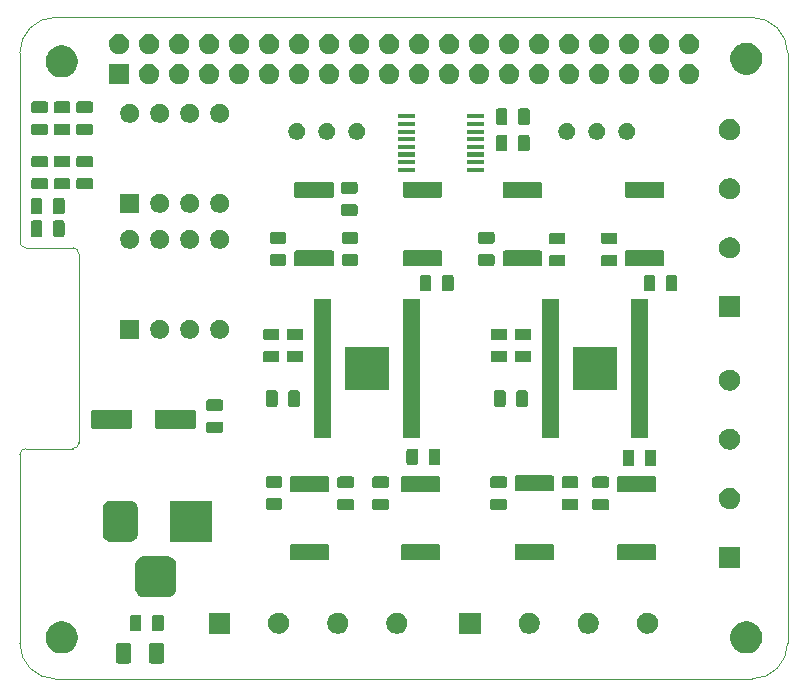
<source format=gts>
G04 #@! TF.GenerationSoftware,KiCad,Pcbnew,(5.1.6)-1*
G04 #@! TF.CreationDate,2020-10-08T21:16:19-06:00*
G04 #@! TF.ProjectId,raspi-quad-stepper-motor-module,72617370-692d-4717-9561-642d73746570,A*
G04 #@! TF.SameCoordinates,Original*
G04 #@! TF.FileFunction,Soldermask,Top*
G04 #@! TF.FilePolarity,Negative*
%FSLAX46Y46*%
G04 Gerber Fmt 4.6, Leading zero omitted, Abs format (unit mm)*
G04 Created by KiCad (PCBNEW (5.1.6)-1) date 2020-10-08 21:16:19*
%MOMM*%
%LPD*%
G01*
G04 APERTURE LIST*
G04 #@! TA.AperFunction,Profile*
%ADD10C,0.100000*%
G04 #@! TD*
%ADD11C,0.150000*%
G04 APERTURE END LIST*
D10*
X105600000Y-93000000D02*
G75*
G03*
X105100000Y-92500000I-500000J0D01*
G01*
X105100000Y-92500000D02*
X101100000Y-92500000D01*
X101099127Y-109500001D02*
G75*
G03*
X100600000Y-110000000I873J-499999D01*
G01*
X105100000Y-109500000D02*
G75*
G03*
X105600000Y-109000000I0J500000D01*
G01*
X100600000Y-92000000D02*
G75*
G03*
X101100000Y-92500000I500000J0D01*
G01*
X100600000Y-76000000D02*
X100600000Y-92000000D01*
X165600000Y-76000000D02*
G75*
G03*
X162600000Y-73000000I-3000000J0D01*
G01*
X162600000Y-129000000D02*
G75*
G03*
X165600000Y-126000000I0J3000000D01*
G01*
X100600000Y-126000000D02*
G75*
G03*
X103600000Y-129000000I3000000J0D01*
G01*
X103600000Y-73000000D02*
G75*
G03*
X100600000Y-76000000I0J-3000000D01*
G01*
X162600000Y-73000000D02*
X103600000Y-73000000D01*
X105100000Y-109500000D02*
X101100000Y-109500000D01*
X105600000Y-93000000D02*
X105600000Y-109000000D01*
X165600000Y-126000000D02*
X165600000Y-76000000D01*
X103600000Y-129000000D02*
X162600000Y-129000000D01*
X100600000Y-110000000D02*
X100600000Y-126000000D01*
D11*
G36*
X112646624Y-125956955D02*
G01*
X112679338Y-125966879D01*
X112709485Y-125982993D01*
X112735915Y-126004685D01*
X112757607Y-126031115D01*
X112773721Y-126061262D01*
X112783645Y-126093976D01*
X112787600Y-126134138D01*
X112787600Y-127521862D01*
X112783645Y-127562024D01*
X112773721Y-127594738D01*
X112757607Y-127624885D01*
X112735915Y-127651315D01*
X112709485Y-127673007D01*
X112679338Y-127689121D01*
X112646624Y-127699045D01*
X112606462Y-127703000D01*
X111718738Y-127703000D01*
X111678576Y-127699045D01*
X111645862Y-127689121D01*
X111615715Y-127673007D01*
X111589285Y-127651315D01*
X111567593Y-127624885D01*
X111551479Y-127594738D01*
X111541555Y-127562024D01*
X111537600Y-127521862D01*
X111537600Y-126134138D01*
X111541555Y-126093976D01*
X111551479Y-126061262D01*
X111567593Y-126031115D01*
X111589285Y-126004685D01*
X111615715Y-125982993D01*
X111645862Y-125966879D01*
X111678576Y-125956955D01*
X111718738Y-125953000D01*
X112606462Y-125953000D01*
X112646624Y-125956955D01*
G37*
G36*
X109846624Y-125956955D02*
G01*
X109879338Y-125966879D01*
X109909485Y-125982993D01*
X109935915Y-126004685D01*
X109957607Y-126031115D01*
X109973721Y-126061262D01*
X109983645Y-126093976D01*
X109987600Y-126134138D01*
X109987600Y-127521862D01*
X109983645Y-127562024D01*
X109973721Y-127594738D01*
X109957607Y-127624885D01*
X109935915Y-127651315D01*
X109909485Y-127673007D01*
X109879338Y-127689121D01*
X109846624Y-127699045D01*
X109806462Y-127703000D01*
X108918738Y-127703000D01*
X108878576Y-127699045D01*
X108845862Y-127689121D01*
X108815715Y-127673007D01*
X108789285Y-127651315D01*
X108767593Y-127624885D01*
X108751479Y-127594738D01*
X108741555Y-127562024D01*
X108737600Y-127521862D01*
X108737600Y-126134138D01*
X108741555Y-126093976D01*
X108751479Y-126061262D01*
X108767593Y-126031115D01*
X108789285Y-126004685D01*
X108815715Y-125982993D01*
X108845862Y-125966879D01*
X108878576Y-125956955D01*
X108918738Y-125953000D01*
X109806462Y-125953000D01*
X109846624Y-125956955D01*
G37*
G36*
X162493779Y-124196679D02*
G01*
X162737534Y-124297646D01*
X162739465Y-124298446D01*
X162850769Y-124372817D01*
X162959377Y-124445386D01*
X162960575Y-124446187D01*
X163148613Y-124634225D01*
X163295821Y-124854537D01*
X163296355Y-124855337D01*
X163398121Y-125101021D01*
X163450000Y-125361835D01*
X163450000Y-125627765D01*
X163398121Y-125888579D01*
X163296355Y-126134263D01*
X163149149Y-126354574D01*
X163148613Y-126355375D01*
X162960575Y-126543413D01*
X162739465Y-126691154D01*
X162739464Y-126691155D01*
X162739463Y-126691155D01*
X162493779Y-126792921D01*
X162232965Y-126844800D01*
X161967035Y-126844800D01*
X161706221Y-126792921D01*
X161460537Y-126691155D01*
X161460536Y-126691155D01*
X161460535Y-126691154D01*
X161239425Y-126543413D01*
X161051387Y-126355375D01*
X161050852Y-126354574D01*
X160903645Y-126134263D01*
X160801879Y-125888579D01*
X160750000Y-125627765D01*
X160750000Y-125361835D01*
X160801879Y-125101021D01*
X160903645Y-124855337D01*
X160904180Y-124854537D01*
X161051387Y-124634225D01*
X161239425Y-124446187D01*
X161240624Y-124445386D01*
X161349231Y-124372817D01*
X161460535Y-124298446D01*
X161462466Y-124297646D01*
X161706221Y-124196679D01*
X161967035Y-124144800D01*
X162232965Y-124144800D01*
X162493779Y-124196679D01*
G37*
G36*
X104544779Y-124195879D02*
G01*
X104790463Y-124297645D01*
X104790465Y-124297646D01*
X104791662Y-124298446D01*
X105011574Y-124445386D01*
X105199614Y-124633426D01*
X105253657Y-124714308D01*
X105322001Y-124816591D01*
X105347355Y-124854537D01*
X105449121Y-125100221D01*
X105501000Y-125361035D01*
X105501000Y-125626965D01*
X105449121Y-125887779D01*
X105376083Y-126064107D01*
X105347354Y-126133465D01*
X105346819Y-126134265D01*
X105199614Y-126354574D01*
X105011574Y-126542614D01*
X104901769Y-126615983D01*
X104790465Y-126690354D01*
X104790464Y-126690355D01*
X104790463Y-126690355D01*
X104544779Y-126792121D01*
X104283965Y-126844000D01*
X104018035Y-126844000D01*
X103757221Y-126792121D01*
X103511537Y-126690355D01*
X103511536Y-126690355D01*
X103511535Y-126690354D01*
X103400231Y-126615983D01*
X103290426Y-126542614D01*
X103102386Y-126354574D01*
X102955181Y-126134265D01*
X102954646Y-126133465D01*
X102925917Y-126064107D01*
X102852879Y-125887779D01*
X102801000Y-125626965D01*
X102801000Y-125361035D01*
X102852879Y-125100221D01*
X102954645Y-124854537D01*
X102980000Y-124816591D01*
X103048343Y-124714308D01*
X103102386Y-124633426D01*
X103290426Y-124445386D01*
X103510338Y-124298446D01*
X103511535Y-124297646D01*
X103511537Y-124297645D01*
X103757221Y-124195879D01*
X104018035Y-124144000D01*
X104283965Y-124144000D01*
X104544779Y-124195879D01*
G37*
G36*
X153987520Y-123422586D02*
G01*
X154151310Y-123490430D01*
X154298717Y-123588924D01*
X154424076Y-123714283D01*
X154447933Y-123749988D01*
X154522571Y-123861692D01*
X154590414Y-124025480D01*
X154624468Y-124196680D01*
X154625000Y-124199358D01*
X154625000Y-124376642D01*
X154590414Y-124550520D01*
X154522570Y-124714310D01*
X154424076Y-124861717D01*
X154298717Y-124987076D01*
X154151310Y-125085570D01*
X154151309Y-125085571D01*
X154151308Y-125085571D01*
X153987520Y-125153414D01*
X153813644Y-125188000D01*
X153636356Y-125188000D01*
X153462480Y-125153414D01*
X153298692Y-125085571D01*
X153298691Y-125085571D01*
X153298690Y-125085570D01*
X153151283Y-124987076D01*
X153025924Y-124861717D01*
X152927430Y-124714310D01*
X152859586Y-124550520D01*
X152825000Y-124376642D01*
X152825000Y-124199358D01*
X152825533Y-124196680D01*
X152859586Y-124025480D01*
X152927429Y-123861692D01*
X153002067Y-123749988D01*
X153025924Y-123714283D01*
X153151283Y-123588924D01*
X153298690Y-123490430D01*
X153462480Y-123422586D01*
X153636356Y-123388000D01*
X153813644Y-123388000D01*
X153987520Y-123422586D01*
G37*
G36*
X132778520Y-123422586D02*
G01*
X132942310Y-123490430D01*
X133089717Y-123588924D01*
X133215076Y-123714283D01*
X133238933Y-123749988D01*
X133313571Y-123861692D01*
X133381414Y-124025480D01*
X133415468Y-124196680D01*
X133416000Y-124199358D01*
X133416000Y-124376642D01*
X133381414Y-124550520D01*
X133313570Y-124714310D01*
X133215076Y-124861717D01*
X133089717Y-124987076D01*
X132942310Y-125085570D01*
X132942309Y-125085571D01*
X132942308Y-125085571D01*
X132778520Y-125153414D01*
X132604644Y-125188000D01*
X132427356Y-125188000D01*
X132253480Y-125153414D01*
X132089692Y-125085571D01*
X132089691Y-125085571D01*
X132089690Y-125085570D01*
X131942283Y-124987076D01*
X131816924Y-124861717D01*
X131718430Y-124714310D01*
X131650586Y-124550520D01*
X131616000Y-124376642D01*
X131616000Y-124199358D01*
X131616533Y-124196680D01*
X131650586Y-124025480D01*
X131718429Y-123861692D01*
X131793067Y-123749988D01*
X131816924Y-123714283D01*
X131942283Y-123588924D01*
X132089690Y-123490430D01*
X132253480Y-123422586D01*
X132427356Y-123388000D01*
X132604644Y-123388000D01*
X132778520Y-123422586D01*
G37*
G36*
X127778520Y-123422586D02*
G01*
X127942310Y-123490430D01*
X128089717Y-123588924D01*
X128215076Y-123714283D01*
X128238933Y-123749988D01*
X128313571Y-123861692D01*
X128381414Y-124025480D01*
X128415468Y-124196680D01*
X128416000Y-124199358D01*
X128416000Y-124376642D01*
X128381414Y-124550520D01*
X128313570Y-124714310D01*
X128215076Y-124861717D01*
X128089717Y-124987076D01*
X127942310Y-125085570D01*
X127942309Y-125085571D01*
X127942308Y-125085571D01*
X127778520Y-125153414D01*
X127604644Y-125188000D01*
X127427356Y-125188000D01*
X127253480Y-125153414D01*
X127089692Y-125085571D01*
X127089691Y-125085571D01*
X127089690Y-125085570D01*
X126942283Y-124987076D01*
X126816924Y-124861717D01*
X126718430Y-124714310D01*
X126650586Y-124550520D01*
X126616000Y-124376642D01*
X126616000Y-124199358D01*
X126616533Y-124196680D01*
X126650586Y-124025480D01*
X126718429Y-123861692D01*
X126793067Y-123749988D01*
X126816924Y-123714283D01*
X126942283Y-123588924D01*
X127089690Y-123490430D01*
X127253480Y-123422586D01*
X127427356Y-123388000D01*
X127604644Y-123388000D01*
X127778520Y-123422586D01*
G37*
G36*
X122778520Y-123422586D02*
G01*
X122942310Y-123490430D01*
X123089717Y-123588924D01*
X123215076Y-123714283D01*
X123238933Y-123749988D01*
X123313571Y-123861692D01*
X123381414Y-124025480D01*
X123415468Y-124196680D01*
X123416000Y-124199358D01*
X123416000Y-124376642D01*
X123381414Y-124550520D01*
X123313570Y-124714310D01*
X123215076Y-124861717D01*
X123089717Y-124987076D01*
X122942310Y-125085570D01*
X122942309Y-125085571D01*
X122942308Y-125085571D01*
X122778520Y-125153414D01*
X122604644Y-125188000D01*
X122427356Y-125188000D01*
X122253480Y-125153414D01*
X122089692Y-125085571D01*
X122089691Y-125085571D01*
X122089690Y-125085570D01*
X121942283Y-124987076D01*
X121816924Y-124861717D01*
X121718430Y-124714310D01*
X121650586Y-124550520D01*
X121616000Y-124376642D01*
X121616000Y-124199358D01*
X121616533Y-124196680D01*
X121650586Y-124025480D01*
X121718429Y-123861692D01*
X121793067Y-123749988D01*
X121816924Y-123714283D01*
X121942283Y-123588924D01*
X122089690Y-123490430D01*
X122253480Y-123422586D01*
X122427356Y-123388000D01*
X122604644Y-123388000D01*
X122778520Y-123422586D01*
G37*
G36*
X118416000Y-125188000D02*
G01*
X116616000Y-125188000D01*
X116616000Y-123388000D01*
X118416000Y-123388000D01*
X118416000Y-125188000D01*
G37*
G36*
X143987520Y-123422586D02*
G01*
X144151310Y-123490430D01*
X144298717Y-123588924D01*
X144424076Y-123714283D01*
X144447933Y-123749988D01*
X144522571Y-123861692D01*
X144590414Y-124025480D01*
X144624468Y-124196680D01*
X144625000Y-124199358D01*
X144625000Y-124376642D01*
X144590414Y-124550520D01*
X144522570Y-124714310D01*
X144424076Y-124861717D01*
X144298717Y-124987076D01*
X144151310Y-125085570D01*
X144151309Y-125085571D01*
X144151308Y-125085571D01*
X143987520Y-125153414D01*
X143813644Y-125188000D01*
X143636356Y-125188000D01*
X143462480Y-125153414D01*
X143298692Y-125085571D01*
X143298691Y-125085571D01*
X143298690Y-125085570D01*
X143151283Y-124987076D01*
X143025924Y-124861717D01*
X142927430Y-124714310D01*
X142859586Y-124550520D01*
X142825000Y-124376642D01*
X142825000Y-124199358D01*
X142825533Y-124196680D01*
X142859586Y-124025480D01*
X142927429Y-123861692D01*
X143002067Y-123749988D01*
X143025924Y-123714283D01*
X143151283Y-123588924D01*
X143298690Y-123490430D01*
X143462480Y-123422586D01*
X143636356Y-123388000D01*
X143813644Y-123388000D01*
X143987520Y-123422586D01*
G37*
G36*
X148987520Y-123422586D02*
G01*
X149151310Y-123490430D01*
X149298717Y-123588924D01*
X149424076Y-123714283D01*
X149447933Y-123749988D01*
X149522571Y-123861692D01*
X149590414Y-124025480D01*
X149624468Y-124196680D01*
X149625000Y-124199358D01*
X149625000Y-124376642D01*
X149590414Y-124550520D01*
X149522570Y-124714310D01*
X149424076Y-124861717D01*
X149298717Y-124987076D01*
X149151310Y-125085570D01*
X149151309Y-125085571D01*
X149151308Y-125085571D01*
X148987520Y-125153414D01*
X148813644Y-125188000D01*
X148636356Y-125188000D01*
X148462480Y-125153414D01*
X148298692Y-125085571D01*
X148298691Y-125085571D01*
X148298690Y-125085570D01*
X148151283Y-124987076D01*
X148025924Y-124861717D01*
X147927430Y-124714310D01*
X147859586Y-124550520D01*
X147825000Y-124376642D01*
X147825000Y-124199358D01*
X147825533Y-124196680D01*
X147859586Y-124025480D01*
X147927429Y-123861692D01*
X148002067Y-123749988D01*
X148025924Y-123714283D01*
X148151283Y-123588924D01*
X148298690Y-123490430D01*
X148462480Y-123422586D01*
X148636356Y-123388000D01*
X148813644Y-123388000D01*
X148987520Y-123422586D01*
G37*
G36*
X139625000Y-125188000D02*
G01*
X137825000Y-125188000D01*
X137825000Y-123388000D01*
X139625000Y-123388000D01*
X139625000Y-125188000D01*
G37*
G36*
X110750091Y-123566675D02*
G01*
X110783979Y-123576955D01*
X110815212Y-123593650D01*
X110842586Y-123616114D01*
X110865050Y-123643488D01*
X110881745Y-123674721D01*
X110892025Y-123708609D01*
X110896100Y-123749988D01*
X110896100Y-124775212D01*
X110892025Y-124816591D01*
X110881745Y-124850479D01*
X110865050Y-124881712D01*
X110842586Y-124909086D01*
X110815212Y-124931550D01*
X110783979Y-124948245D01*
X110750091Y-124958525D01*
X110708712Y-124962600D01*
X110108488Y-124962600D01*
X110067109Y-124958525D01*
X110033221Y-124948245D01*
X110001988Y-124931550D01*
X109974614Y-124909086D01*
X109952150Y-124881712D01*
X109935455Y-124850479D01*
X109925175Y-124816591D01*
X109921100Y-124775212D01*
X109921100Y-123749988D01*
X109925175Y-123708609D01*
X109935455Y-123674721D01*
X109952150Y-123643488D01*
X109974614Y-123616114D01*
X110001988Y-123593650D01*
X110033221Y-123576955D01*
X110067109Y-123566675D01*
X110108488Y-123562600D01*
X110708712Y-123562600D01*
X110750091Y-123566675D01*
G37*
G36*
X112625091Y-123566675D02*
G01*
X112658979Y-123576955D01*
X112690212Y-123593650D01*
X112717586Y-123616114D01*
X112740050Y-123643488D01*
X112756745Y-123674721D01*
X112767025Y-123708609D01*
X112771100Y-123749988D01*
X112771100Y-124775212D01*
X112767025Y-124816591D01*
X112756745Y-124850479D01*
X112740050Y-124881712D01*
X112717586Y-124909086D01*
X112690212Y-124931550D01*
X112658979Y-124948245D01*
X112625091Y-124958525D01*
X112583712Y-124962600D01*
X111983488Y-124962600D01*
X111942109Y-124958525D01*
X111908221Y-124948245D01*
X111876988Y-124931550D01*
X111849614Y-124909086D01*
X111827150Y-124881712D01*
X111810455Y-124850479D01*
X111800175Y-124816591D01*
X111796100Y-124775212D01*
X111796100Y-123749988D01*
X111800175Y-123708609D01*
X111810455Y-123674721D01*
X111827150Y-123643488D01*
X111849614Y-123616114D01*
X111876988Y-123593650D01*
X111908221Y-123576955D01*
X111942109Y-123566675D01*
X111983488Y-123562600D01*
X112583712Y-123562600D01*
X112625091Y-123566675D01*
G37*
G36*
X113198891Y-118618205D02*
G01*
X113351202Y-118664408D01*
X113491565Y-118739433D01*
X113614597Y-118840403D01*
X113715567Y-118963435D01*
X113790592Y-119103798D01*
X113836795Y-119256109D01*
X113853000Y-119420640D01*
X113853000Y-121283360D01*
X113836795Y-121447891D01*
X113790592Y-121600202D01*
X113715567Y-121740565D01*
X113614597Y-121863597D01*
X113491565Y-121964567D01*
X113351202Y-122039592D01*
X113198891Y-122085795D01*
X113034360Y-122102000D01*
X111171640Y-122102000D01*
X111007109Y-122085795D01*
X110854798Y-122039592D01*
X110714435Y-121964567D01*
X110591403Y-121863597D01*
X110490433Y-121740565D01*
X110415408Y-121600202D01*
X110369205Y-121447891D01*
X110353000Y-121283360D01*
X110353000Y-119420640D01*
X110369205Y-119256109D01*
X110415408Y-119103798D01*
X110490433Y-118963435D01*
X110591403Y-118840403D01*
X110714435Y-118739433D01*
X110854798Y-118664408D01*
X111007109Y-118618205D01*
X111171640Y-118602000D01*
X113034360Y-118602000D01*
X113198891Y-118618205D01*
G37*
G36*
X161596000Y-119614000D02*
G01*
X159796000Y-119614000D01*
X159796000Y-117814000D01*
X161596000Y-117814000D01*
X161596000Y-119614000D01*
G37*
G36*
X136071002Y-117622484D02*
G01*
X136103027Y-117632199D01*
X136132534Y-117647971D01*
X136158401Y-117669199D01*
X136179629Y-117695066D01*
X136195401Y-117724573D01*
X136205116Y-117756598D01*
X136209000Y-117796036D01*
X136209000Y-118791164D01*
X136205116Y-118830602D01*
X136195401Y-118862627D01*
X136179629Y-118892134D01*
X136158401Y-118918001D01*
X136132534Y-118939229D01*
X136103027Y-118955001D01*
X136071002Y-118964716D01*
X136031564Y-118968600D01*
X133036436Y-118968600D01*
X132996998Y-118964716D01*
X132964973Y-118955001D01*
X132935466Y-118939229D01*
X132909599Y-118918001D01*
X132888371Y-118892134D01*
X132872599Y-118862627D01*
X132862884Y-118830602D01*
X132859000Y-118791164D01*
X132859000Y-117796036D01*
X132862884Y-117756598D01*
X132872599Y-117724573D01*
X132888371Y-117695066D01*
X132909599Y-117669199D01*
X132935466Y-117647971D01*
X132964973Y-117632199D01*
X132996998Y-117622484D01*
X133036436Y-117618600D01*
X136031564Y-117618600D01*
X136071002Y-117622484D01*
G37*
G36*
X126673002Y-117622484D02*
G01*
X126705027Y-117632199D01*
X126734534Y-117647971D01*
X126760401Y-117669199D01*
X126781629Y-117695066D01*
X126797401Y-117724573D01*
X126807116Y-117756598D01*
X126811000Y-117796036D01*
X126811000Y-118791164D01*
X126807116Y-118830602D01*
X126797401Y-118862627D01*
X126781629Y-118892134D01*
X126760401Y-118918001D01*
X126734534Y-118939229D01*
X126705027Y-118955001D01*
X126673002Y-118964716D01*
X126633564Y-118968600D01*
X123638436Y-118968600D01*
X123598998Y-118964716D01*
X123566973Y-118955001D01*
X123537466Y-118939229D01*
X123511599Y-118918001D01*
X123490371Y-118892134D01*
X123474599Y-118862627D01*
X123464884Y-118830602D01*
X123461000Y-118791164D01*
X123461000Y-117796036D01*
X123464884Y-117756598D01*
X123474599Y-117724573D01*
X123490371Y-117695066D01*
X123511599Y-117669199D01*
X123537466Y-117647971D01*
X123566973Y-117632199D01*
X123598998Y-117622484D01*
X123638436Y-117618600D01*
X126633564Y-117618600D01*
X126673002Y-117622484D01*
G37*
G36*
X154359002Y-117622484D02*
G01*
X154391027Y-117632199D01*
X154420534Y-117647971D01*
X154446401Y-117669199D01*
X154467629Y-117695066D01*
X154483401Y-117724573D01*
X154493116Y-117756598D01*
X154497000Y-117796036D01*
X154497000Y-118791164D01*
X154493116Y-118830602D01*
X154483401Y-118862627D01*
X154467629Y-118892134D01*
X154446401Y-118918001D01*
X154420534Y-118939229D01*
X154391027Y-118955001D01*
X154359002Y-118964716D01*
X154319564Y-118968600D01*
X151324436Y-118968600D01*
X151284998Y-118964716D01*
X151252973Y-118955001D01*
X151223466Y-118939229D01*
X151197599Y-118918001D01*
X151176371Y-118892134D01*
X151160599Y-118862627D01*
X151150884Y-118830602D01*
X151147000Y-118791164D01*
X151147000Y-117796036D01*
X151150884Y-117756598D01*
X151160599Y-117724573D01*
X151176371Y-117695066D01*
X151197599Y-117669199D01*
X151223466Y-117647971D01*
X151252973Y-117632199D01*
X151284998Y-117622484D01*
X151324436Y-117618600D01*
X154319564Y-117618600D01*
X154359002Y-117622484D01*
G37*
G36*
X145697602Y-117580484D02*
G01*
X145729627Y-117590199D01*
X145759134Y-117605971D01*
X145785001Y-117627199D01*
X145806229Y-117653066D01*
X145822001Y-117682573D01*
X145831716Y-117714598D01*
X145835600Y-117754036D01*
X145835600Y-118749164D01*
X145831716Y-118788602D01*
X145822001Y-118820627D01*
X145806229Y-118850134D01*
X145785001Y-118876001D01*
X145759134Y-118897229D01*
X145729627Y-118913001D01*
X145697602Y-118922716D01*
X145658164Y-118926600D01*
X142663036Y-118926600D01*
X142623598Y-118922716D01*
X142591573Y-118913001D01*
X142562066Y-118897229D01*
X142536199Y-118876001D01*
X142514971Y-118850134D01*
X142499199Y-118820627D01*
X142489484Y-118788602D01*
X142485600Y-118749164D01*
X142485600Y-117754036D01*
X142489484Y-117714598D01*
X142499199Y-117682573D01*
X142514971Y-117653066D01*
X142536199Y-117627199D01*
X142562066Y-117605971D01*
X142591573Y-117590199D01*
X142623598Y-117580484D01*
X142663036Y-117576600D01*
X145658164Y-117576600D01*
X145697602Y-117580484D01*
G37*
G36*
X116853000Y-117402000D02*
G01*
X113353000Y-117402000D01*
X113353000Y-113902000D01*
X116853000Y-113902000D01*
X116853000Y-117402000D01*
G37*
G36*
X110049505Y-113915803D02*
G01*
X110178366Y-113954893D01*
X110297117Y-114018367D01*
X110401209Y-114103791D01*
X110486633Y-114207883D01*
X110550107Y-114326634D01*
X110589197Y-114455495D01*
X110603000Y-114595640D01*
X110603000Y-116708360D01*
X110589197Y-116848505D01*
X110550107Y-116977366D01*
X110486633Y-117096117D01*
X110401209Y-117200209D01*
X110297117Y-117285633D01*
X110178366Y-117349107D01*
X110049505Y-117388197D01*
X109909360Y-117402000D01*
X108296640Y-117402000D01*
X108156495Y-117388197D01*
X108027634Y-117349107D01*
X107908883Y-117285633D01*
X107804791Y-117200209D01*
X107719367Y-117096117D01*
X107655893Y-116977366D01*
X107616803Y-116848505D01*
X107603000Y-116708360D01*
X107603000Y-114595640D01*
X107616803Y-114455495D01*
X107655893Y-114326634D01*
X107719367Y-114207883D01*
X107804791Y-114103791D01*
X107908883Y-114018367D01*
X108027634Y-113954893D01*
X108156495Y-113915803D01*
X108296640Y-113902000D01*
X109909360Y-113902000D01*
X110049505Y-113915803D01*
G37*
G36*
X150327991Y-113746175D02*
G01*
X150361879Y-113756455D01*
X150393112Y-113773150D01*
X150420486Y-113795614D01*
X150442950Y-113822988D01*
X150459645Y-113854221D01*
X150469925Y-113888109D01*
X150474000Y-113929488D01*
X150474000Y-114529712D01*
X150469925Y-114571091D01*
X150459645Y-114604979D01*
X150442950Y-114636212D01*
X150420486Y-114663586D01*
X150393112Y-114686050D01*
X150361879Y-114702745D01*
X150327991Y-114713025D01*
X150286612Y-114717100D01*
X149261388Y-114717100D01*
X149220009Y-114713025D01*
X149186121Y-114702745D01*
X149154888Y-114686050D01*
X149127514Y-114663586D01*
X149105050Y-114636212D01*
X149088355Y-114604979D01*
X149078075Y-114571091D01*
X149074000Y-114529712D01*
X149074000Y-113929488D01*
X149078075Y-113888109D01*
X149088355Y-113854221D01*
X149105050Y-113822988D01*
X149127514Y-113795614D01*
X149154888Y-113773150D01*
X149186121Y-113756455D01*
X149220009Y-113746175D01*
X149261388Y-113742100D01*
X150286612Y-113742100D01*
X150327991Y-113746175D01*
G37*
G36*
X128737991Y-113746175D02*
G01*
X128771879Y-113756455D01*
X128803112Y-113773150D01*
X128830486Y-113795614D01*
X128852950Y-113822988D01*
X128869645Y-113854221D01*
X128879925Y-113888109D01*
X128884000Y-113929488D01*
X128884000Y-114529712D01*
X128879925Y-114571091D01*
X128869645Y-114604979D01*
X128852950Y-114636212D01*
X128830486Y-114663586D01*
X128803112Y-114686050D01*
X128771879Y-114702745D01*
X128737991Y-114713025D01*
X128696612Y-114717100D01*
X127671388Y-114717100D01*
X127630009Y-114713025D01*
X127596121Y-114702745D01*
X127564888Y-114686050D01*
X127537514Y-114663586D01*
X127515050Y-114636212D01*
X127498355Y-114604979D01*
X127488075Y-114571091D01*
X127484000Y-114529712D01*
X127484000Y-113929488D01*
X127488075Y-113888109D01*
X127498355Y-113854221D01*
X127515050Y-113822988D01*
X127537514Y-113795614D01*
X127564888Y-113773150D01*
X127596121Y-113756455D01*
X127630009Y-113746175D01*
X127671388Y-113742100D01*
X128696612Y-113742100D01*
X128737991Y-113746175D01*
G37*
G36*
X131709791Y-113741575D02*
G01*
X131743679Y-113751855D01*
X131774912Y-113768550D01*
X131802286Y-113791014D01*
X131824750Y-113818388D01*
X131841445Y-113849621D01*
X131851725Y-113883509D01*
X131855800Y-113924888D01*
X131855800Y-114525112D01*
X131851725Y-114566491D01*
X131841445Y-114600379D01*
X131824750Y-114631612D01*
X131802286Y-114658986D01*
X131774912Y-114681450D01*
X131743679Y-114698145D01*
X131709791Y-114708425D01*
X131668412Y-114712500D01*
X130643188Y-114712500D01*
X130601809Y-114708425D01*
X130567921Y-114698145D01*
X130536688Y-114681450D01*
X130509314Y-114658986D01*
X130486850Y-114631612D01*
X130470155Y-114600379D01*
X130459875Y-114566491D01*
X130455800Y-114525112D01*
X130455800Y-113924888D01*
X130459875Y-113883509D01*
X130470155Y-113849621D01*
X130486850Y-113818388D01*
X130509314Y-113791014D01*
X130536688Y-113768550D01*
X130567921Y-113751855D01*
X130601809Y-113741575D01*
X130643188Y-113737500D01*
X131668412Y-113737500D01*
X131709791Y-113741575D01*
G37*
G36*
X141691991Y-113741575D02*
G01*
X141725879Y-113751855D01*
X141757112Y-113768550D01*
X141784486Y-113791014D01*
X141806950Y-113818388D01*
X141823645Y-113849621D01*
X141833925Y-113883509D01*
X141838000Y-113924888D01*
X141838000Y-114525112D01*
X141833925Y-114566491D01*
X141823645Y-114600379D01*
X141806950Y-114631612D01*
X141784486Y-114658986D01*
X141757112Y-114681450D01*
X141725879Y-114698145D01*
X141691991Y-114708425D01*
X141650612Y-114712500D01*
X140625388Y-114712500D01*
X140584009Y-114708425D01*
X140550121Y-114698145D01*
X140518888Y-114681450D01*
X140491514Y-114658986D01*
X140469050Y-114631612D01*
X140452355Y-114600379D01*
X140442075Y-114566491D01*
X140438000Y-114525112D01*
X140438000Y-113924888D01*
X140442075Y-113883509D01*
X140452355Y-113849621D01*
X140469050Y-113818388D01*
X140491514Y-113791014D01*
X140518888Y-113768550D01*
X140550121Y-113751855D01*
X140584009Y-113741575D01*
X140625388Y-113737500D01*
X141650612Y-113737500D01*
X141691991Y-113741575D01*
G37*
G36*
X147737191Y-113741575D02*
G01*
X147771079Y-113751855D01*
X147802312Y-113768550D01*
X147829686Y-113791014D01*
X147852150Y-113818388D01*
X147868845Y-113849621D01*
X147879125Y-113883509D01*
X147883200Y-113924888D01*
X147883200Y-114525112D01*
X147879125Y-114566491D01*
X147868845Y-114600379D01*
X147852150Y-114631612D01*
X147829686Y-114658986D01*
X147802312Y-114681450D01*
X147771079Y-114698145D01*
X147737191Y-114708425D01*
X147695812Y-114712500D01*
X146670588Y-114712500D01*
X146629209Y-114708425D01*
X146595321Y-114698145D01*
X146564088Y-114681450D01*
X146536714Y-114658986D01*
X146514250Y-114631612D01*
X146497555Y-114600379D01*
X146487275Y-114566491D01*
X146483200Y-114525112D01*
X146483200Y-113924888D01*
X146487275Y-113883509D01*
X146497555Y-113849621D01*
X146514250Y-113818388D01*
X146536714Y-113791014D01*
X146564088Y-113768550D01*
X146595321Y-113751855D01*
X146629209Y-113741575D01*
X146670588Y-113737500D01*
X147695812Y-113737500D01*
X147737191Y-113741575D01*
G37*
G36*
X122667391Y-113720775D02*
G01*
X122701279Y-113731055D01*
X122732512Y-113747750D01*
X122759886Y-113770214D01*
X122782350Y-113797588D01*
X122799045Y-113828821D01*
X122809325Y-113862709D01*
X122813400Y-113904088D01*
X122813400Y-114504312D01*
X122809325Y-114545691D01*
X122799045Y-114579579D01*
X122782350Y-114610812D01*
X122759886Y-114638186D01*
X122732512Y-114660650D01*
X122701279Y-114677345D01*
X122667391Y-114687625D01*
X122626012Y-114691700D01*
X121600788Y-114691700D01*
X121559409Y-114687625D01*
X121525521Y-114677345D01*
X121494288Y-114660650D01*
X121466914Y-114638186D01*
X121444450Y-114610812D01*
X121427755Y-114579579D01*
X121417475Y-114545691D01*
X121413400Y-114504312D01*
X121413400Y-113904088D01*
X121417475Y-113862709D01*
X121427755Y-113828821D01*
X121444450Y-113797588D01*
X121466914Y-113770214D01*
X121494288Y-113747750D01*
X121525521Y-113731055D01*
X121559409Y-113720775D01*
X121600788Y-113716700D01*
X122626012Y-113716700D01*
X122667391Y-113720775D01*
G37*
G36*
X160958520Y-112848586D02*
G01*
X161122310Y-112916430D01*
X161269717Y-113014924D01*
X161395076Y-113140283D01*
X161493570Y-113287690D01*
X161493571Y-113287692D01*
X161561414Y-113451480D01*
X161596000Y-113625356D01*
X161596000Y-113802644D01*
X161561414Y-113976520D01*
X161493570Y-114140310D01*
X161395076Y-114287717D01*
X161269717Y-114413076D01*
X161122310Y-114511570D01*
X161122309Y-114511571D01*
X161122308Y-114511571D01*
X160958520Y-114579414D01*
X160784644Y-114614000D01*
X160607356Y-114614000D01*
X160433480Y-114579414D01*
X160269692Y-114511571D01*
X160269691Y-114511571D01*
X160269690Y-114511570D01*
X160122283Y-114413076D01*
X159996924Y-114287717D01*
X159898430Y-114140310D01*
X159830586Y-113976520D01*
X159796000Y-113802644D01*
X159796000Y-113625356D01*
X159830586Y-113451480D01*
X159898429Y-113287692D01*
X159898430Y-113287690D01*
X159996924Y-113140283D01*
X160122283Y-113014924D01*
X160269690Y-112916430D01*
X160433480Y-112848586D01*
X160607356Y-112814000D01*
X160784644Y-112814000D01*
X160958520Y-112848586D01*
G37*
G36*
X154359002Y-111822484D02*
G01*
X154391027Y-111832199D01*
X154420534Y-111847971D01*
X154446401Y-111869199D01*
X154467629Y-111895066D01*
X154483401Y-111924573D01*
X154493116Y-111956598D01*
X154497000Y-111996036D01*
X154497000Y-112991164D01*
X154493116Y-113030602D01*
X154483401Y-113062627D01*
X154467629Y-113092134D01*
X154446401Y-113118001D01*
X154420534Y-113139229D01*
X154391027Y-113155001D01*
X154359002Y-113164716D01*
X154319564Y-113168600D01*
X151324436Y-113168600D01*
X151284998Y-113164716D01*
X151252973Y-113155001D01*
X151223466Y-113139229D01*
X151197599Y-113118001D01*
X151176371Y-113092134D01*
X151160599Y-113062627D01*
X151150884Y-113030602D01*
X151147000Y-112991164D01*
X151147000Y-111996036D01*
X151150884Y-111956598D01*
X151160599Y-111924573D01*
X151176371Y-111895066D01*
X151197599Y-111869199D01*
X151223466Y-111847971D01*
X151252973Y-111832199D01*
X151284998Y-111822484D01*
X151324436Y-111818600D01*
X154319564Y-111818600D01*
X154359002Y-111822484D01*
G37*
G36*
X136071002Y-111822484D02*
G01*
X136103027Y-111832199D01*
X136132534Y-111847971D01*
X136158401Y-111869199D01*
X136179629Y-111895066D01*
X136195401Y-111924573D01*
X136205116Y-111956598D01*
X136209000Y-111996036D01*
X136209000Y-112991164D01*
X136205116Y-113030602D01*
X136195401Y-113062627D01*
X136179629Y-113092134D01*
X136158401Y-113118001D01*
X136132534Y-113139229D01*
X136103027Y-113155001D01*
X136071002Y-113164716D01*
X136031564Y-113168600D01*
X133036436Y-113168600D01*
X132996998Y-113164716D01*
X132964973Y-113155001D01*
X132935466Y-113139229D01*
X132909599Y-113118001D01*
X132888371Y-113092134D01*
X132872599Y-113062627D01*
X132862884Y-113030602D01*
X132859000Y-112991164D01*
X132859000Y-111996036D01*
X132862884Y-111956598D01*
X132872599Y-111924573D01*
X132888371Y-111895066D01*
X132909599Y-111869199D01*
X132935466Y-111847971D01*
X132964973Y-111832199D01*
X132996998Y-111822484D01*
X133036436Y-111818600D01*
X136031564Y-111818600D01*
X136071002Y-111822484D01*
G37*
G36*
X126673002Y-111822484D02*
G01*
X126705027Y-111832199D01*
X126734534Y-111847971D01*
X126760401Y-111869199D01*
X126781629Y-111895066D01*
X126797401Y-111924573D01*
X126807116Y-111956598D01*
X126811000Y-111996036D01*
X126811000Y-112991164D01*
X126807116Y-113030602D01*
X126797401Y-113062627D01*
X126781629Y-113092134D01*
X126760401Y-113118001D01*
X126734534Y-113139229D01*
X126705027Y-113155001D01*
X126673002Y-113164716D01*
X126633564Y-113168600D01*
X123638436Y-113168600D01*
X123598998Y-113164716D01*
X123566973Y-113155001D01*
X123537466Y-113139229D01*
X123511599Y-113118001D01*
X123490371Y-113092134D01*
X123474599Y-113062627D01*
X123464884Y-113030602D01*
X123461000Y-112991164D01*
X123461000Y-111996036D01*
X123464884Y-111956598D01*
X123474599Y-111924573D01*
X123490371Y-111895066D01*
X123511599Y-111869199D01*
X123537466Y-111847971D01*
X123566973Y-111832199D01*
X123598998Y-111822484D01*
X123638436Y-111818600D01*
X126633564Y-111818600D01*
X126673002Y-111822484D01*
G37*
G36*
X145697602Y-111780484D02*
G01*
X145729627Y-111790199D01*
X145759134Y-111805971D01*
X145785001Y-111827199D01*
X145806229Y-111853066D01*
X145822001Y-111882573D01*
X145831716Y-111914598D01*
X145835600Y-111954036D01*
X145835600Y-112949164D01*
X145831716Y-112988602D01*
X145822001Y-113020627D01*
X145806229Y-113050134D01*
X145785001Y-113076001D01*
X145759134Y-113097229D01*
X145729627Y-113113001D01*
X145697602Y-113122716D01*
X145658164Y-113126600D01*
X142663036Y-113126600D01*
X142623598Y-113122716D01*
X142591573Y-113113001D01*
X142562066Y-113097229D01*
X142536199Y-113076001D01*
X142514971Y-113050134D01*
X142499199Y-113020627D01*
X142489484Y-112988602D01*
X142485600Y-112949164D01*
X142485600Y-111954036D01*
X142489484Y-111914598D01*
X142499199Y-111882573D01*
X142514971Y-111853066D01*
X142536199Y-111827199D01*
X142562066Y-111805971D01*
X142591573Y-111790199D01*
X142623598Y-111780484D01*
X142663036Y-111776600D01*
X145658164Y-111776600D01*
X145697602Y-111780484D01*
G37*
G36*
X128737991Y-111871175D02*
G01*
X128771879Y-111881455D01*
X128803112Y-111898150D01*
X128830486Y-111920614D01*
X128852950Y-111947988D01*
X128869645Y-111979221D01*
X128879925Y-112013109D01*
X128884000Y-112054488D01*
X128884000Y-112654712D01*
X128879925Y-112696091D01*
X128869645Y-112729979D01*
X128852950Y-112761212D01*
X128830486Y-112788586D01*
X128803112Y-112811050D01*
X128771879Y-112827745D01*
X128737991Y-112838025D01*
X128696612Y-112842100D01*
X127671388Y-112842100D01*
X127630009Y-112838025D01*
X127596121Y-112827745D01*
X127564888Y-112811050D01*
X127537514Y-112788586D01*
X127515050Y-112761212D01*
X127498355Y-112729979D01*
X127488075Y-112696091D01*
X127484000Y-112654712D01*
X127484000Y-112054488D01*
X127488075Y-112013109D01*
X127498355Y-111979221D01*
X127515050Y-111947988D01*
X127537514Y-111920614D01*
X127564888Y-111898150D01*
X127596121Y-111881455D01*
X127630009Y-111871175D01*
X127671388Y-111867100D01*
X128696612Y-111867100D01*
X128737991Y-111871175D01*
G37*
G36*
X150327991Y-111871175D02*
G01*
X150361879Y-111881455D01*
X150393112Y-111898150D01*
X150420486Y-111920614D01*
X150442950Y-111947988D01*
X150459645Y-111979221D01*
X150469925Y-112013109D01*
X150474000Y-112054488D01*
X150474000Y-112654712D01*
X150469925Y-112696091D01*
X150459645Y-112729979D01*
X150442950Y-112761212D01*
X150420486Y-112788586D01*
X150393112Y-112811050D01*
X150361879Y-112827745D01*
X150327991Y-112838025D01*
X150286612Y-112842100D01*
X149261388Y-112842100D01*
X149220009Y-112838025D01*
X149186121Y-112827745D01*
X149154888Y-112811050D01*
X149127514Y-112788586D01*
X149105050Y-112761212D01*
X149088355Y-112729979D01*
X149078075Y-112696091D01*
X149074000Y-112654712D01*
X149074000Y-112054488D01*
X149078075Y-112013109D01*
X149088355Y-111979221D01*
X149105050Y-111947988D01*
X149127514Y-111920614D01*
X149154888Y-111898150D01*
X149186121Y-111881455D01*
X149220009Y-111871175D01*
X149261388Y-111867100D01*
X150286612Y-111867100D01*
X150327991Y-111871175D01*
G37*
G36*
X141691991Y-111866575D02*
G01*
X141725879Y-111876855D01*
X141757112Y-111893550D01*
X141784486Y-111916014D01*
X141806950Y-111943388D01*
X141823645Y-111974621D01*
X141833925Y-112008509D01*
X141838000Y-112049888D01*
X141838000Y-112650112D01*
X141833925Y-112691491D01*
X141823645Y-112725379D01*
X141806950Y-112756612D01*
X141784486Y-112783986D01*
X141757112Y-112806450D01*
X141725879Y-112823145D01*
X141691991Y-112833425D01*
X141650612Y-112837500D01*
X140625388Y-112837500D01*
X140584009Y-112833425D01*
X140550121Y-112823145D01*
X140518888Y-112806450D01*
X140491514Y-112783986D01*
X140469050Y-112756612D01*
X140452355Y-112725379D01*
X140442075Y-112691491D01*
X140438000Y-112650112D01*
X140438000Y-112049888D01*
X140442075Y-112008509D01*
X140452355Y-111974621D01*
X140469050Y-111943388D01*
X140491514Y-111916014D01*
X140518888Y-111893550D01*
X140550121Y-111876855D01*
X140584009Y-111866575D01*
X140625388Y-111862500D01*
X141650612Y-111862500D01*
X141691991Y-111866575D01*
G37*
G36*
X131709791Y-111866575D02*
G01*
X131743679Y-111876855D01*
X131774912Y-111893550D01*
X131802286Y-111916014D01*
X131824750Y-111943388D01*
X131841445Y-111974621D01*
X131851725Y-112008509D01*
X131855800Y-112049888D01*
X131855800Y-112650112D01*
X131851725Y-112691491D01*
X131841445Y-112725379D01*
X131824750Y-112756612D01*
X131802286Y-112783986D01*
X131774912Y-112806450D01*
X131743679Y-112823145D01*
X131709791Y-112833425D01*
X131668412Y-112837500D01*
X130643188Y-112837500D01*
X130601809Y-112833425D01*
X130567921Y-112823145D01*
X130536688Y-112806450D01*
X130509314Y-112783986D01*
X130486850Y-112756612D01*
X130470155Y-112725379D01*
X130459875Y-112691491D01*
X130455800Y-112650112D01*
X130455800Y-112049888D01*
X130459875Y-112008509D01*
X130470155Y-111974621D01*
X130486850Y-111943388D01*
X130509314Y-111916014D01*
X130536688Y-111893550D01*
X130567921Y-111876855D01*
X130601809Y-111866575D01*
X130643188Y-111862500D01*
X131668412Y-111862500D01*
X131709791Y-111866575D01*
G37*
G36*
X147737191Y-111866575D02*
G01*
X147771079Y-111876855D01*
X147802312Y-111893550D01*
X147829686Y-111916014D01*
X147852150Y-111943388D01*
X147868845Y-111974621D01*
X147879125Y-112008509D01*
X147883200Y-112049888D01*
X147883200Y-112650112D01*
X147879125Y-112691491D01*
X147868845Y-112725379D01*
X147852150Y-112756612D01*
X147829686Y-112783986D01*
X147802312Y-112806450D01*
X147771079Y-112823145D01*
X147737191Y-112833425D01*
X147695812Y-112837500D01*
X146670588Y-112837500D01*
X146629209Y-112833425D01*
X146595321Y-112823145D01*
X146564088Y-112806450D01*
X146536714Y-112783986D01*
X146514250Y-112756612D01*
X146497555Y-112725379D01*
X146487275Y-112691491D01*
X146483200Y-112650112D01*
X146483200Y-112049888D01*
X146487275Y-112008509D01*
X146497555Y-111974621D01*
X146514250Y-111943388D01*
X146536714Y-111916014D01*
X146564088Y-111893550D01*
X146595321Y-111876855D01*
X146629209Y-111866575D01*
X146670588Y-111862500D01*
X147695812Y-111862500D01*
X147737191Y-111866575D01*
G37*
G36*
X122667391Y-111845775D02*
G01*
X122701279Y-111856055D01*
X122732512Y-111872750D01*
X122759886Y-111895214D01*
X122782350Y-111922588D01*
X122799045Y-111953821D01*
X122809325Y-111987709D01*
X122813400Y-112029088D01*
X122813400Y-112629312D01*
X122809325Y-112670691D01*
X122799045Y-112704579D01*
X122782350Y-112735812D01*
X122759886Y-112763186D01*
X122732512Y-112785650D01*
X122701279Y-112802345D01*
X122667391Y-112812625D01*
X122626012Y-112816700D01*
X121600788Y-112816700D01*
X121559409Y-112812625D01*
X121525521Y-112802345D01*
X121494288Y-112785650D01*
X121466914Y-112763186D01*
X121444450Y-112735812D01*
X121427755Y-112704579D01*
X121417475Y-112670691D01*
X121413400Y-112629312D01*
X121413400Y-112029088D01*
X121417475Y-111987709D01*
X121427755Y-111953821D01*
X121444450Y-111922588D01*
X121466914Y-111895214D01*
X121494288Y-111872750D01*
X121525521Y-111856055D01*
X121559409Y-111845775D01*
X121600788Y-111841700D01*
X122626012Y-111841700D01*
X122667391Y-111845775D01*
G37*
G36*
X154341491Y-109604075D02*
G01*
X154375379Y-109614355D01*
X154406612Y-109631050D01*
X154433986Y-109653514D01*
X154456450Y-109680888D01*
X154473145Y-109712121D01*
X154483425Y-109746009D01*
X154487500Y-109787388D01*
X154487500Y-110812612D01*
X154483425Y-110853991D01*
X154473145Y-110887879D01*
X154456450Y-110919112D01*
X154433986Y-110946486D01*
X154406612Y-110968950D01*
X154375379Y-110985645D01*
X154341491Y-110995925D01*
X154300112Y-111000000D01*
X153699888Y-111000000D01*
X153658509Y-110995925D01*
X153624621Y-110985645D01*
X153593388Y-110968950D01*
X153566014Y-110946486D01*
X153543550Y-110919112D01*
X153526855Y-110887879D01*
X153516575Y-110853991D01*
X153512500Y-110812612D01*
X153512500Y-109787388D01*
X153516575Y-109746009D01*
X153526855Y-109712121D01*
X153543550Y-109680888D01*
X153566014Y-109653514D01*
X153593388Y-109631050D01*
X153624621Y-109614355D01*
X153658509Y-109604075D01*
X153699888Y-109600000D01*
X154300112Y-109600000D01*
X154341491Y-109604075D01*
G37*
G36*
X152466491Y-109604075D02*
G01*
X152500379Y-109614355D01*
X152531612Y-109631050D01*
X152558986Y-109653514D01*
X152581450Y-109680888D01*
X152598145Y-109712121D01*
X152608425Y-109746009D01*
X152612500Y-109787388D01*
X152612500Y-110812612D01*
X152608425Y-110853991D01*
X152598145Y-110887879D01*
X152581450Y-110919112D01*
X152558986Y-110946486D01*
X152531612Y-110968950D01*
X152500379Y-110985645D01*
X152466491Y-110995925D01*
X152425112Y-111000000D01*
X151824888Y-111000000D01*
X151783509Y-110995925D01*
X151749621Y-110985645D01*
X151718388Y-110968950D01*
X151691014Y-110946486D01*
X151668550Y-110919112D01*
X151651855Y-110887879D01*
X151641575Y-110853991D01*
X151637500Y-110812612D01*
X151637500Y-109787388D01*
X151641575Y-109746009D01*
X151651855Y-109712121D01*
X151668550Y-109680888D01*
X151691014Y-109653514D01*
X151718388Y-109631050D01*
X151749621Y-109614355D01*
X151783509Y-109604075D01*
X151824888Y-109600000D01*
X152425112Y-109600000D01*
X152466491Y-109604075D01*
G37*
G36*
X136041491Y-109504075D02*
G01*
X136075379Y-109514355D01*
X136106612Y-109531050D01*
X136133986Y-109553514D01*
X136156450Y-109580888D01*
X136173145Y-109612121D01*
X136183425Y-109646009D01*
X136187500Y-109687388D01*
X136187500Y-110712612D01*
X136183425Y-110753991D01*
X136173145Y-110787879D01*
X136156450Y-110819112D01*
X136133986Y-110846486D01*
X136106612Y-110868950D01*
X136075379Y-110885645D01*
X136041491Y-110895925D01*
X136000112Y-110900000D01*
X135399888Y-110900000D01*
X135358509Y-110895925D01*
X135324621Y-110885645D01*
X135293388Y-110868950D01*
X135266014Y-110846486D01*
X135243550Y-110819112D01*
X135226855Y-110787879D01*
X135216575Y-110753991D01*
X135212500Y-110712612D01*
X135212500Y-109687388D01*
X135216575Y-109646009D01*
X135226855Y-109612121D01*
X135243550Y-109580888D01*
X135266014Y-109553514D01*
X135293388Y-109531050D01*
X135324621Y-109514355D01*
X135358509Y-109504075D01*
X135399888Y-109500000D01*
X136000112Y-109500000D01*
X136041491Y-109504075D01*
G37*
G36*
X134166491Y-109504075D02*
G01*
X134200379Y-109514355D01*
X134231612Y-109531050D01*
X134258986Y-109553514D01*
X134281450Y-109580888D01*
X134298145Y-109612121D01*
X134308425Y-109646009D01*
X134312500Y-109687388D01*
X134312500Y-110712612D01*
X134308425Y-110753991D01*
X134298145Y-110787879D01*
X134281450Y-110819112D01*
X134258986Y-110846486D01*
X134231612Y-110868950D01*
X134200379Y-110885645D01*
X134166491Y-110895925D01*
X134125112Y-110900000D01*
X133524888Y-110900000D01*
X133483509Y-110895925D01*
X133449621Y-110885645D01*
X133418388Y-110868950D01*
X133391014Y-110846486D01*
X133368550Y-110819112D01*
X133351855Y-110787879D01*
X133341575Y-110753991D01*
X133337500Y-110712612D01*
X133337500Y-109687388D01*
X133341575Y-109646009D01*
X133351855Y-109612121D01*
X133368550Y-109580888D01*
X133391014Y-109553514D01*
X133418388Y-109531050D01*
X133449621Y-109514355D01*
X133483509Y-109504075D01*
X133524888Y-109500000D01*
X134125112Y-109500000D01*
X134166491Y-109504075D01*
G37*
G36*
X160922896Y-107841500D02*
G01*
X160958520Y-107848586D01*
X161122310Y-107916430D01*
X161269717Y-108014924D01*
X161395076Y-108140283D01*
X161426625Y-108187500D01*
X161493571Y-108287692D01*
X161561414Y-108451480D01*
X161591653Y-108603500D01*
X161596000Y-108625358D01*
X161596000Y-108802642D01*
X161561414Y-108976520D01*
X161493570Y-109140310D01*
X161395076Y-109287717D01*
X161269717Y-109413076D01*
X161122310Y-109511570D01*
X161122309Y-109511571D01*
X161122308Y-109511571D01*
X160958520Y-109579414D01*
X160784644Y-109614000D01*
X160607356Y-109614000D01*
X160433480Y-109579414D01*
X160269692Y-109511571D01*
X160269691Y-109511571D01*
X160269690Y-109511570D01*
X160122283Y-109413076D01*
X159996924Y-109287717D01*
X159898430Y-109140310D01*
X159830586Y-108976520D01*
X159796000Y-108802642D01*
X159796000Y-108625358D01*
X159800348Y-108603500D01*
X159830586Y-108451480D01*
X159898429Y-108287692D01*
X159965375Y-108187500D01*
X159996924Y-108140283D01*
X160122283Y-108014924D01*
X160269690Y-107916430D01*
X160433480Y-107848586D01*
X160469104Y-107841500D01*
X160607356Y-107814000D01*
X160784644Y-107814000D01*
X160922896Y-107841500D01*
G37*
G36*
X153812600Y-108603500D02*
G01*
X152339400Y-108603500D01*
X152339400Y-96843300D01*
X153812600Y-96843300D01*
X153812600Y-108603500D01*
G37*
G36*
X134508600Y-108603500D02*
G01*
X133035400Y-108603500D01*
X133035400Y-96843300D01*
X134508600Y-96843300D01*
X134508600Y-108603500D01*
G37*
G36*
X126939400Y-108603500D02*
G01*
X125466200Y-108603500D01*
X125466200Y-96843300D01*
X126939400Y-96843300D01*
X126939400Y-108603500D01*
G37*
G36*
X146243400Y-108603500D02*
G01*
X144770200Y-108603500D01*
X144770200Y-96843300D01*
X146243400Y-96843300D01*
X146243400Y-108603500D01*
G37*
G36*
X117653991Y-107216575D02*
G01*
X117687879Y-107226855D01*
X117719112Y-107243550D01*
X117746486Y-107266014D01*
X117768950Y-107293388D01*
X117785645Y-107324621D01*
X117795925Y-107358509D01*
X117800000Y-107399888D01*
X117800000Y-108000112D01*
X117795925Y-108041491D01*
X117785645Y-108075379D01*
X117768950Y-108106612D01*
X117746486Y-108133986D01*
X117719112Y-108156450D01*
X117687879Y-108173145D01*
X117653991Y-108183425D01*
X117612612Y-108187500D01*
X116587388Y-108187500D01*
X116546009Y-108183425D01*
X116512121Y-108173145D01*
X116480888Y-108156450D01*
X116453514Y-108133986D01*
X116431050Y-108106612D01*
X116414355Y-108075379D01*
X116404075Y-108041491D01*
X116400000Y-108000112D01*
X116400000Y-107399888D01*
X116404075Y-107358509D01*
X116414355Y-107324621D01*
X116431050Y-107293388D01*
X116453514Y-107266014D01*
X116480888Y-107243550D01*
X116512121Y-107226855D01*
X116546009Y-107216575D01*
X116587388Y-107212500D01*
X117612612Y-107212500D01*
X117653991Y-107216575D01*
G37*
G36*
X115389825Y-106219745D02*
G01*
X115420490Y-106229048D01*
X115448748Y-106244152D01*
X115473519Y-106264481D01*
X115493848Y-106289252D01*
X115508952Y-106317510D01*
X115518255Y-106348175D01*
X115522000Y-106386203D01*
X115522000Y-107645797D01*
X115518255Y-107683825D01*
X115508952Y-107714490D01*
X115493848Y-107742748D01*
X115473519Y-107767519D01*
X115448748Y-107787848D01*
X115420490Y-107802952D01*
X115389825Y-107812255D01*
X115351797Y-107816000D01*
X112192203Y-107816000D01*
X112154175Y-107812255D01*
X112123510Y-107802952D01*
X112095252Y-107787848D01*
X112070481Y-107767519D01*
X112050152Y-107742748D01*
X112035048Y-107714490D01*
X112025745Y-107683825D01*
X112022000Y-107645797D01*
X112022000Y-106386203D01*
X112025745Y-106348175D01*
X112035048Y-106317510D01*
X112050152Y-106289252D01*
X112070481Y-106264481D01*
X112095252Y-106244152D01*
X112123510Y-106229048D01*
X112154175Y-106219745D01*
X112192203Y-106216000D01*
X115351797Y-106216000D01*
X115389825Y-106219745D01*
G37*
G36*
X109989825Y-106219745D02*
G01*
X110020490Y-106229048D01*
X110048748Y-106244152D01*
X110073519Y-106264481D01*
X110093848Y-106289252D01*
X110108952Y-106317510D01*
X110118255Y-106348175D01*
X110122000Y-106386203D01*
X110122000Y-107645797D01*
X110118255Y-107683825D01*
X110108952Y-107714490D01*
X110093848Y-107742748D01*
X110073519Y-107767519D01*
X110048748Y-107787848D01*
X110020490Y-107802952D01*
X109989825Y-107812255D01*
X109951797Y-107816000D01*
X106792203Y-107816000D01*
X106754175Y-107812255D01*
X106723510Y-107802952D01*
X106695252Y-107787848D01*
X106670481Y-107767519D01*
X106650152Y-107742748D01*
X106635048Y-107714490D01*
X106625745Y-107683825D01*
X106622000Y-107645797D01*
X106622000Y-106386203D01*
X106625745Y-106348175D01*
X106635048Y-106317510D01*
X106650152Y-106289252D01*
X106670481Y-106264481D01*
X106695252Y-106244152D01*
X106723510Y-106229048D01*
X106754175Y-106219745D01*
X106792203Y-106216000D01*
X109951797Y-106216000D01*
X109989825Y-106219745D01*
G37*
G36*
X117653991Y-105341575D02*
G01*
X117687879Y-105351855D01*
X117719112Y-105368550D01*
X117746486Y-105391014D01*
X117768950Y-105418388D01*
X117785645Y-105449621D01*
X117795925Y-105483509D01*
X117800000Y-105524888D01*
X117800000Y-106125112D01*
X117795925Y-106166491D01*
X117785645Y-106200379D01*
X117768950Y-106231612D01*
X117746486Y-106258986D01*
X117719112Y-106281450D01*
X117687879Y-106298145D01*
X117653991Y-106308425D01*
X117612612Y-106312500D01*
X116587388Y-106312500D01*
X116546009Y-106308425D01*
X116512121Y-106298145D01*
X116480888Y-106281450D01*
X116453514Y-106258986D01*
X116431050Y-106231612D01*
X116414355Y-106200379D01*
X116404075Y-106166491D01*
X116400000Y-106125112D01*
X116400000Y-105524888D01*
X116404075Y-105483509D01*
X116414355Y-105449621D01*
X116431050Y-105418388D01*
X116453514Y-105391014D01*
X116480888Y-105368550D01*
X116512121Y-105351855D01*
X116546009Y-105341575D01*
X116587388Y-105337500D01*
X117612612Y-105337500D01*
X117653991Y-105341575D01*
G37*
G36*
X143458391Y-104567475D02*
G01*
X143492279Y-104577755D01*
X143523512Y-104594450D01*
X143550886Y-104616914D01*
X143573350Y-104644288D01*
X143590045Y-104675521D01*
X143600325Y-104709409D01*
X143604400Y-104750788D01*
X143604400Y-105776012D01*
X143600325Y-105817391D01*
X143590045Y-105851279D01*
X143573350Y-105882512D01*
X143550886Y-105909886D01*
X143523512Y-105932350D01*
X143492279Y-105949045D01*
X143458391Y-105959325D01*
X143417012Y-105963400D01*
X142816788Y-105963400D01*
X142775409Y-105959325D01*
X142741521Y-105949045D01*
X142710288Y-105932350D01*
X142682914Y-105909886D01*
X142660450Y-105882512D01*
X142643755Y-105851279D01*
X142633475Y-105817391D01*
X142629400Y-105776012D01*
X142629400Y-104750788D01*
X142633475Y-104709409D01*
X142643755Y-104675521D01*
X142660450Y-104644288D01*
X142682914Y-104616914D01*
X142710288Y-104594450D01*
X142741521Y-104577755D01*
X142775409Y-104567475D01*
X142816788Y-104563400D01*
X143417012Y-104563400D01*
X143458391Y-104567475D01*
G37*
G36*
X124152091Y-104567475D02*
G01*
X124185979Y-104577755D01*
X124217212Y-104594450D01*
X124244586Y-104616914D01*
X124267050Y-104644288D01*
X124283745Y-104675521D01*
X124294025Y-104709409D01*
X124298100Y-104750788D01*
X124298100Y-105776012D01*
X124294025Y-105817391D01*
X124283745Y-105851279D01*
X124267050Y-105882512D01*
X124244586Y-105909886D01*
X124217212Y-105932350D01*
X124185979Y-105949045D01*
X124152091Y-105959325D01*
X124110712Y-105963400D01*
X123510488Y-105963400D01*
X123469109Y-105959325D01*
X123435221Y-105949045D01*
X123403988Y-105932350D01*
X123376614Y-105909886D01*
X123354150Y-105882512D01*
X123337455Y-105851279D01*
X123327175Y-105817391D01*
X123323100Y-105776012D01*
X123323100Y-104750788D01*
X123327175Y-104709409D01*
X123337455Y-104675521D01*
X123354150Y-104644288D01*
X123376614Y-104616914D01*
X123403988Y-104594450D01*
X123435221Y-104577755D01*
X123469109Y-104567475D01*
X123510488Y-104563400D01*
X124110712Y-104563400D01*
X124152091Y-104567475D01*
G37*
G36*
X141583391Y-104567475D02*
G01*
X141617279Y-104577755D01*
X141648512Y-104594450D01*
X141675886Y-104616914D01*
X141698350Y-104644288D01*
X141715045Y-104675521D01*
X141725325Y-104709409D01*
X141729400Y-104750788D01*
X141729400Y-105776012D01*
X141725325Y-105817391D01*
X141715045Y-105851279D01*
X141698350Y-105882512D01*
X141675886Y-105909886D01*
X141648512Y-105932350D01*
X141617279Y-105949045D01*
X141583391Y-105959325D01*
X141542012Y-105963400D01*
X140941788Y-105963400D01*
X140900409Y-105959325D01*
X140866521Y-105949045D01*
X140835288Y-105932350D01*
X140807914Y-105909886D01*
X140785450Y-105882512D01*
X140768755Y-105851279D01*
X140758475Y-105817391D01*
X140754400Y-105776012D01*
X140754400Y-104750788D01*
X140758475Y-104709409D01*
X140768755Y-104675521D01*
X140785450Y-104644288D01*
X140807914Y-104616914D01*
X140835288Y-104594450D01*
X140866521Y-104577755D01*
X140900409Y-104567475D01*
X140941788Y-104563400D01*
X141542012Y-104563400D01*
X141583391Y-104567475D01*
G37*
G36*
X122277091Y-104567475D02*
G01*
X122310979Y-104577755D01*
X122342212Y-104594450D01*
X122369586Y-104616914D01*
X122392050Y-104644288D01*
X122408745Y-104675521D01*
X122419025Y-104709409D01*
X122423100Y-104750788D01*
X122423100Y-105776012D01*
X122419025Y-105817391D01*
X122408745Y-105851279D01*
X122392050Y-105882512D01*
X122369586Y-105909886D01*
X122342212Y-105932350D01*
X122310979Y-105949045D01*
X122277091Y-105959325D01*
X122235712Y-105963400D01*
X121635488Y-105963400D01*
X121594109Y-105959325D01*
X121560221Y-105949045D01*
X121528988Y-105932350D01*
X121501614Y-105909886D01*
X121479150Y-105882512D01*
X121462455Y-105851279D01*
X121452175Y-105817391D01*
X121448100Y-105776012D01*
X121448100Y-104750788D01*
X121452175Y-104709409D01*
X121462455Y-104675521D01*
X121479150Y-104644288D01*
X121501614Y-104616914D01*
X121528988Y-104594450D01*
X121560221Y-104577755D01*
X121594109Y-104567475D01*
X121635488Y-104563400D01*
X122235712Y-104563400D01*
X122277091Y-104567475D01*
G37*
G36*
X160903792Y-102837700D02*
G01*
X160958520Y-102848586D01*
X161122310Y-102916430D01*
X161269717Y-103014924D01*
X161395076Y-103140283D01*
X161493570Y-103287690D01*
X161493571Y-103287692D01*
X161561414Y-103451480D01*
X161596000Y-103625356D01*
X161596000Y-103802644D01*
X161561414Y-103976520D01*
X161507078Y-104107700D01*
X161493570Y-104140310D01*
X161395076Y-104287717D01*
X161269717Y-104413076D01*
X161122310Y-104511570D01*
X161122309Y-104511571D01*
X161122308Y-104511571D01*
X160958520Y-104579414D01*
X160784644Y-104614000D01*
X160607356Y-104614000D01*
X160433480Y-104579414D01*
X160269692Y-104511571D01*
X160269691Y-104511571D01*
X160269690Y-104511570D01*
X160122283Y-104413076D01*
X159996924Y-104287717D01*
X159898430Y-104140310D01*
X159884923Y-104107700D01*
X159830586Y-103976520D01*
X159796000Y-103802644D01*
X159796000Y-103625356D01*
X159830586Y-103451480D01*
X159898429Y-103287692D01*
X159898430Y-103287690D01*
X159996924Y-103140283D01*
X160122283Y-103014924D01*
X160269690Y-102916430D01*
X160433480Y-102848586D01*
X160488208Y-102837700D01*
X160607356Y-102814000D01*
X160784644Y-102814000D01*
X160903792Y-102837700D01*
G37*
G36*
X131816200Y-104577600D02*
G01*
X128158600Y-104577600D01*
X128158600Y-100869200D01*
X131816200Y-100869200D01*
X131816200Y-104577600D01*
G37*
G36*
X151120200Y-104577600D02*
G01*
X147462600Y-104577600D01*
X147462600Y-100869200D01*
X151120200Y-100869200D01*
X151120200Y-104577600D01*
G37*
G36*
X124445391Y-101223975D02*
G01*
X124479279Y-101234255D01*
X124510512Y-101250950D01*
X124537886Y-101273414D01*
X124560350Y-101300788D01*
X124577045Y-101332021D01*
X124587325Y-101365909D01*
X124591400Y-101407288D01*
X124591400Y-102007512D01*
X124587325Y-102048891D01*
X124577045Y-102082779D01*
X124560350Y-102114012D01*
X124537886Y-102141386D01*
X124510512Y-102163850D01*
X124479279Y-102180545D01*
X124445391Y-102190825D01*
X124404012Y-102194900D01*
X123378788Y-102194900D01*
X123337409Y-102190825D01*
X123303521Y-102180545D01*
X123272288Y-102163850D01*
X123244914Y-102141386D01*
X123222450Y-102114012D01*
X123205755Y-102082779D01*
X123195475Y-102048891D01*
X123191400Y-102007512D01*
X123191400Y-101407288D01*
X123195475Y-101365909D01*
X123205755Y-101332021D01*
X123222450Y-101300788D01*
X123244914Y-101273414D01*
X123272288Y-101250950D01*
X123303521Y-101234255D01*
X123337409Y-101223975D01*
X123378788Y-101219900D01*
X124404012Y-101219900D01*
X124445391Y-101223975D01*
G37*
G36*
X122438791Y-101223975D02*
G01*
X122472679Y-101234255D01*
X122503912Y-101250950D01*
X122531286Y-101273414D01*
X122553750Y-101300788D01*
X122570445Y-101332021D01*
X122580725Y-101365909D01*
X122584800Y-101407288D01*
X122584800Y-102007512D01*
X122580725Y-102048891D01*
X122570445Y-102082779D01*
X122553750Y-102114012D01*
X122531286Y-102141386D01*
X122503912Y-102163850D01*
X122472679Y-102180545D01*
X122438791Y-102190825D01*
X122397412Y-102194900D01*
X121372188Y-102194900D01*
X121330809Y-102190825D01*
X121296921Y-102180545D01*
X121265688Y-102163850D01*
X121238314Y-102141386D01*
X121215850Y-102114012D01*
X121199155Y-102082779D01*
X121188875Y-102048891D01*
X121184800Y-102007512D01*
X121184800Y-101407288D01*
X121188875Y-101365909D01*
X121199155Y-101332021D01*
X121215850Y-101300788D01*
X121238314Y-101273414D01*
X121265688Y-101250950D01*
X121296921Y-101234255D01*
X121330809Y-101223975D01*
X121372188Y-101219900D01*
X122397412Y-101219900D01*
X122438791Y-101223975D01*
G37*
G36*
X141717391Y-101223975D02*
G01*
X141751279Y-101234255D01*
X141782512Y-101250950D01*
X141809886Y-101273414D01*
X141832350Y-101300788D01*
X141849045Y-101332021D01*
X141859325Y-101365909D01*
X141863400Y-101407288D01*
X141863400Y-102007512D01*
X141859325Y-102048891D01*
X141849045Y-102082779D01*
X141832350Y-102114012D01*
X141809886Y-102141386D01*
X141782512Y-102163850D01*
X141751279Y-102180545D01*
X141717391Y-102190825D01*
X141676012Y-102194900D01*
X140650788Y-102194900D01*
X140609409Y-102190825D01*
X140575521Y-102180545D01*
X140544288Y-102163850D01*
X140516914Y-102141386D01*
X140494450Y-102114012D01*
X140477755Y-102082779D01*
X140467475Y-102048891D01*
X140463400Y-102007512D01*
X140463400Y-101407288D01*
X140467475Y-101365909D01*
X140477755Y-101332021D01*
X140494450Y-101300788D01*
X140516914Y-101273414D01*
X140544288Y-101250950D01*
X140575521Y-101234255D01*
X140609409Y-101223975D01*
X140650788Y-101219900D01*
X141676012Y-101219900D01*
X141717391Y-101223975D01*
G37*
G36*
X143749391Y-101223975D02*
G01*
X143783279Y-101234255D01*
X143814512Y-101250950D01*
X143841886Y-101273414D01*
X143864350Y-101300788D01*
X143881045Y-101332021D01*
X143891325Y-101365909D01*
X143895400Y-101407288D01*
X143895400Y-102007512D01*
X143891325Y-102048891D01*
X143881045Y-102082779D01*
X143864350Y-102114012D01*
X143841886Y-102141386D01*
X143814512Y-102163850D01*
X143783279Y-102180545D01*
X143749391Y-102190825D01*
X143708012Y-102194900D01*
X142682788Y-102194900D01*
X142641409Y-102190825D01*
X142607521Y-102180545D01*
X142576288Y-102163850D01*
X142548914Y-102141386D01*
X142526450Y-102114012D01*
X142509755Y-102082779D01*
X142499475Y-102048891D01*
X142495400Y-102007512D01*
X142495400Y-101407288D01*
X142499475Y-101365909D01*
X142509755Y-101332021D01*
X142526450Y-101300788D01*
X142548914Y-101273414D01*
X142576288Y-101250950D01*
X142607521Y-101234255D01*
X142641409Y-101223975D01*
X142682788Y-101219900D01*
X143708012Y-101219900D01*
X143749391Y-101223975D01*
G37*
G36*
X143749391Y-99348975D02*
G01*
X143783279Y-99359255D01*
X143814512Y-99375950D01*
X143841886Y-99398414D01*
X143864350Y-99425788D01*
X143881045Y-99457021D01*
X143891325Y-99490909D01*
X143895400Y-99532288D01*
X143895400Y-100132512D01*
X143891325Y-100173891D01*
X143881045Y-100207779D01*
X143864350Y-100239012D01*
X143841886Y-100266386D01*
X143814512Y-100288850D01*
X143783279Y-100305545D01*
X143749391Y-100315825D01*
X143708012Y-100319900D01*
X142682788Y-100319900D01*
X142641409Y-100315825D01*
X142607521Y-100305545D01*
X142576288Y-100288850D01*
X142548914Y-100266386D01*
X142526450Y-100239012D01*
X142509755Y-100207779D01*
X142499475Y-100173891D01*
X142495400Y-100132512D01*
X142495400Y-99532288D01*
X142499475Y-99490909D01*
X142509755Y-99457021D01*
X142526450Y-99425788D01*
X142548914Y-99398414D01*
X142576288Y-99375950D01*
X142607521Y-99359255D01*
X142641409Y-99348975D01*
X142682788Y-99344900D01*
X143708012Y-99344900D01*
X143749391Y-99348975D01*
G37*
G36*
X122438791Y-99348975D02*
G01*
X122472679Y-99359255D01*
X122503912Y-99375950D01*
X122531286Y-99398414D01*
X122553750Y-99425788D01*
X122570445Y-99457021D01*
X122580725Y-99490909D01*
X122584800Y-99532288D01*
X122584800Y-100132512D01*
X122580725Y-100173891D01*
X122570445Y-100207779D01*
X122553750Y-100239012D01*
X122531286Y-100266386D01*
X122503912Y-100288850D01*
X122472679Y-100305545D01*
X122438791Y-100315825D01*
X122397412Y-100319900D01*
X121372188Y-100319900D01*
X121330809Y-100315825D01*
X121296921Y-100305545D01*
X121265688Y-100288850D01*
X121238314Y-100266386D01*
X121215850Y-100239012D01*
X121199155Y-100207779D01*
X121188875Y-100173891D01*
X121184800Y-100132512D01*
X121184800Y-99532288D01*
X121188875Y-99490909D01*
X121199155Y-99457021D01*
X121215850Y-99425788D01*
X121238314Y-99398414D01*
X121265688Y-99375950D01*
X121296921Y-99359255D01*
X121330809Y-99348975D01*
X121372188Y-99344900D01*
X122397412Y-99344900D01*
X122438791Y-99348975D01*
G37*
G36*
X124445391Y-99348975D02*
G01*
X124479279Y-99359255D01*
X124510512Y-99375950D01*
X124537886Y-99398414D01*
X124560350Y-99425788D01*
X124577045Y-99457021D01*
X124587325Y-99490909D01*
X124591400Y-99532288D01*
X124591400Y-100132512D01*
X124587325Y-100173891D01*
X124577045Y-100207779D01*
X124560350Y-100239012D01*
X124537886Y-100266386D01*
X124510512Y-100288850D01*
X124479279Y-100305545D01*
X124445391Y-100315825D01*
X124404012Y-100319900D01*
X123378788Y-100319900D01*
X123337409Y-100315825D01*
X123303521Y-100305545D01*
X123272288Y-100288850D01*
X123244914Y-100266386D01*
X123222450Y-100239012D01*
X123205755Y-100207779D01*
X123195475Y-100173891D01*
X123191400Y-100132512D01*
X123191400Y-99532288D01*
X123195475Y-99490909D01*
X123205755Y-99457021D01*
X123222450Y-99425788D01*
X123244914Y-99398414D01*
X123272288Y-99375950D01*
X123303521Y-99359255D01*
X123337409Y-99348975D01*
X123378788Y-99344900D01*
X124404012Y-99344900D01*
X124445391Y-99348975D01*
G37*
G36*
X141717391Y-99348975D02*
G01*
X141751279Y-99359255D01*
X141782512Y-99375950D01*
X141809886Y-99398414D01*
X141832350Y-99425788D01*
X141849045Y-99457021D01*
X141859325Y-99490909D01*
X141863400Y-99532288D01*
X141863400Y-100132512D01*
X141859325Y-100173891D01*
X141849045Y-100207779D01*
X141832350Y-100239012D01*
X141809886Y-100266386D01*
X141782512Y-100288850D01*
X141751279Y-100305545D01*
X141717391Y-100315825D01*
X141676012Y-100319900D01*
X140650788Y-100319900D01*
X140609409Y-100315825D01*
X140575521Y-100305545D01*
X140544288Y-100288850D01*
X140516914Y-100266386D01*
X140494450Y-100239012D01*
X140477755Y-100207779D01*
X140467475Y-100173891D01*
X140463400Y-100132512D01*
X140463400Y-99532288D01*
X140467475Y-99490909D01*
X140477755Y-99457021D01*
X140494450Y-99425788D01*
X140516914Y-99398414D01*
X140544288Y-99375950D01*
X140575521Y-99359255D01*
X140609409Y-99348975D01*
X140650788Y-99344900D01*
X141676012Y-99344900D01*
X141717391Y-99348975D01*
G37*
G36*
X110696000Y-100196000D02*
G01*
X109096000Y-100196000D01*
X109096000Y-98596000D01*
X110696000Y-98596000D01*
X110696000Y-100196000D01*
G37*
G36*
X112669351Y-98626743D02*
G01*
X112814941Y-98687048D01*
X112945970Y-98774599D01*
X113057401Y-98886030D01*
X113144952Y-99017059D01*
X113205257Y-99162649D01*
X113236000Y-99317206D01*
X113236000Y-99474794D01*
X113205257Y-99629351D01*
X113144952Y-99774941D01*
X113057401Y-99905970D01*
X112945970Y-100017401D01*
X112814941Y-100104952D01*
X112669351Y-100165257D01*
X112514794Y-100196000D01*
X112357206Y-100196000D01*
X112202649Y-100165257D01*
X112057059Y-100104952D01*
X111926030Y-100017401D01*
X111814599Y-99905970D01*
X111727048Y-99774941D01*
X111666743Y-99629351D01*
X111636000Y-99474794D01*
X111636000Y-99317206D01*
X111666743Y-99162649D01*
X111727048Y-99017059D01*
X111814599Y-98886030D01*
X111926030Y-98774599D01*
X112057059Y-98687048D01*
X112202649Y-98626743D01*
X112357206Y-98596000D01*
X112514794Y-98596000D01*
X112669351Y-98626743D01*
G37*
G36*
X115209351Y-98626743D02*
G01*
X115354941Y-98687048D01*
X115485970Y-98774599D01*
X115597401Y-98886030D01*
X115684952Y-99017059D01*
X115745257Y-99162649D01*
X115776000Y-99317206D01*
X115776000Y-99474794D01*
X115745257Y-99629351D01*
X115684952Y-99774941D01*
X115597401Y-99905970D01*
X115485970Y-100017401D01*
X115354941Y-100104952D01*
X115209351Y-100165257D01*
X115054794Y-100196000D01*
X114897206Y-100196000D01*
X114742649Y-100165257D01*
X114597059Y-100104952D01*
X114466030Y-100017401D01*
X114354599Y-99905970D01*
X114267048Y-99774941D01*
X114206743Y-99629351D01*
X114176000Y-99474794D01*
X114176000Y-99317206D01*
X114206743Y-99162649D01*
X114267048Y-99017059D01*
X114354599Y-98886030D01*
X114466030Y-98774599D01*
X114597059Y-98687048D01*
X114742649Y-98626743D01*
X114897206Y-98596000D01*
X115054794Y-98596000D01*
X115209351Y-98626743D01*
G37*
G36*
X117749351Y-98626743D02*
G01*
X117894941Y-98687048D01*
X118025970Y-98774599D01*
X118137401Y-98886030D01*
X118224952Y-99017059D01*
X118285257Y-99162649D01*
X118316000Y-99317206D01*
X118316000Y-99474794D01*
X118285257Y-99629351D01*
X118224952Y-99774941D01*
X118137401Y-99905970D01*
X118025970Y-100017401D01*
X117894941Y-100104952D01*
X117749351Y-100165257D01*
X117594794Y-100196000D01*
X117437206Y-100196000D01*
X117282649Y-100165257D01*
X117137059Y-100104952D01*
X117006030Y-100017401D01*
X116894599Y-99905970D01*
X116807048Y-99774941D01*
X116746743Y-99629351D01*
X116716000Y-99474794D01*
X116716000Y-99317206D01*
X116746743Y-99162649D01*
X116807048Y-99017059D01*
X116894599Y-98886030D01*
X117006030Y-98774599D01*
X117137059Y-98687048D01*
X117282649Y-98626743D01*
X117437206Y-98596000D01*
X117594794Y-98596000D01*
X117749351Y-98626743D01*
G37*
G36*
X161596000Y-98405000D02*
G01*
X159796000Y-98405000D01*
X159796000Y-96605000D01*
X161596000Y-96605000D01*
X161596000Y-98405000D01*
G37*
G36*
X137178991Y-94804075D02*
G01*
X137212879Y-94814355D01*
X137244112Y-94831050D01*
X137271486Y-94853514D01*
X137293950Y-94880888D01*
X137310645Y-94912121D01*
X137320925Y-94946009D01*
X137325000Y-94987388D01*
X137325000Y-96012612D01*
X137320925Y-96053991D01*
X137310645Y-96087879D01*
X137293950Y-96119112D01*
X137271486Y-96146486D01*
X137244112Y-96168950D01*
X137212879Y-96185645D01*
X137178991Y-96195925D01*
X137137612Y-96200000D01*
X136537388Y-96200000D01*
X136496009Y-96195925D01*
X136462121Y-96185645D01*
X136430888Y-96168950D01*
X136403514Y-96146486D01*
X136381050Y-96119112D01*
X136364355Y-96087879D01*
X136354075Y-96053991D01*
X136350000Y-96012612D01*
X136350000Y-94987388D01*
X136354075Y-94946009D01*
X136364355Y-94912121D01*
X136381050Y-94880888D01*
X136403514Y-94853514D01*
X136430888Y-94831050D01*
X136462121Y-94814355D01*
X136496009Y-94804075D01*
X136537388Y-94800000D01*
X137137612Y-94800000D01*
X137178991Y-94804075D01*
G37*
G36*
X135303991Y-94804075D02*
G01*
X135337879Y-94814355D01*
X135369112Y-94831050D01*
X135396486Y-94853514D01*
X135418950Y-94880888D01*
X135435645Y-94912121D01*
X135445925Y-94946009D01*
X135450000Y-94987388D01*
X135450000Y-96012612D01*
X135445925Y-96053991D01*
X135435645Y-96087879D01*
X135418950Y-96119112D01*
X135396486Y-96146486D01*
X135369112Y-96168950D01*
X135337879Y-96185645D01*
X135303991Y-96195925D01*
X135262612Y-96200000D01*
X134662388Y-96200000D01*
X134621009Y-96195925D01*
X134587121Y-96185645D01*
X134555888Y-96168950D01*
X134528514Y-96146486D01*
X134506050Y-96119112D01*
X134489355Y-96087879D01*
X134479075Y-96053991D01*
X134475000Y-96012612D01*
X134475000Y-94987388D01*
X134479075Y-94946009D01*
X134489355Y-94912121D01*
X134506050Y-94880888D01*
X134528514Y-94853514D01*
X134555888Y-94831050D01*
X134587121Y-94814355D01*
X134621009Y-94804075D01*
X134662388Y-94800000D01*
X135262612Y-94800000D01*
X135303991Y-94804075D01*
G37*
G36*
X156116491Y-94804075D02*
G01*
X156150379Y-94814355D01*
X156181612Y-94831050D01*
X156208986Y-94853514D01*
X156231450Y-94880888D01*
X156248145Y-94912121D01*
X156258425Y-94946009D01*
X156262500Y-94987388D01*
X156262500Y-96012612D01*
X156258425Y-96053991D01*
X156248145Y-96087879D01*
X156231450Y-96119112D01*
X156208986Y-96146486D01*
X156181612Y-96168950D01*
X156150379Y-96185645D01*
X156116491Y-96195925D01*
X156075112Y-96200000D01*
X155474888Y-96200000D01*
X155433509Y-96195925D01*
X155399621Y-96185645D01*
X155368388Y-96168950D01*
X155341014Y-96146486D01*
X155318550Y-96119112D01*
X155301855Y-96087879D01*
X155291575Y-96053991D01*
X155287500Y-96012612D01*
X155287500Y-94987388D01*
X155291575Y-94946009D01*
X155301855Y-94912121D01*
X155318550Y-94880888D01*
X155341014Y-94853514D01*
X155368388Y-94831050D01*
X155399621Y-94814355D01*
X155433509Y-94804075D01*
X155474888Y-94800000D01*
X156075112Y-94800000D01*
X156116491Y-94804075D01*
G37*
G36*
X154241491Y-94804075D02*
G01*
X154275379Y-94814355D01*
X154306612Y-94831050D01*
X154333986Y-94853514D01*
X154356450Y-94880888D01*
X154373145Y-94912121D01*
X154383425Y-94946009D01*
X154387500Y-94987388D01*
X154387500Y-96012612D01*
X154383425Y-96053991D01*
X154373145Y-96087879D01*
X154356450Y-96119112D01*
X154333986Y-96146486D01*
X154306612Y-96168950D01*
X154275379Y-96185645D01*
X154241491Y-96195925D01*
X154200112Y-96200000D01*
X153599888Y-96200000D01*
X153558509Y-96195925D01*
X153524621Y-96185645D01*
X153493388Y-96168950D01*
X153466014Y-96146486D01*
X153443550Y-96119112D01*
X153426855Y-96087879D01*
X153416575Y-96053991D01*
X153412500Y-96012612D01*
X153412500Y-94987388D01*
X153416575Y-94946009D01*
X153426855Y-94912121D01*
X153443550Y-94880888D01*
X153466014Y-94853514D01*
X153493388Y-94831050D01*
X153524621Y-94814355D01*
X153558509Y-94804075D01*
X153599888Y-94800000D01*
X154200112Y-94800000D01*
X154241491Y-94804075D01*
G37*
G36*
X146653991Y-93116575D02*
G01*
X146687879Y-93126855D01*
X146719112Y-93143550D01*
X146746486Y-93166014D01*
X146768950Y-93193388D01*
X146785645Y-93224621D01*
X146795925Y-93258509D01*
X146800000Y-93299888D01*
X146800000Y-93900112D01*
X146795925Y-93941491D01*
X146785645Y-93975379D01*
X146768950Y-94006612D01*
X146746486Y-94033986D01*
X146719112Y-94056450D01*
X146687879Y-94073145D01*
X146653991Y-94083425D01*
X146612612Y-94087500D01*
X145587388Y-94087500D01*
X145546009Y-94083425D01*
X145512121Y-94073145D01*
X145480888Y-94056450D01*
X145453514Y-94033986D01*
X145431050Y-94006612D01*
X145414355Y-93975379D01*
X145404075Y-93941491D01*
X145400000Y-93900112D01*
X145400000Y-93299888D01*
X145404075Y-93258509D01*
X145414355Y-93224621D01*
X145431050Y-93193388D01*
X145453514Y-93166014D01*
X145480888Y-93143550D01*
X145512121Y-93126855D01*
X145546009Y-93116575D01*
X145587388Y-93112500D01*
X146612612Y-93112500D01*
X146653991Y-93116575D01*
G37*
G36*
X144685002Y-92736884D02*
G01*
X144717027Y-92746599D01*
X144746534Y-92762371D01*
X144772401Y-92783599D01*
X144793629Y-92809466D01*
X144809401Y-92838973D01*
X144819116Y-92870998D01*
X144823000Y-92910436D01*
X144823000Y-93905564D01*
X144819116Y-93945002D01*
X144809401Y-93977027D01*
X144793629Y-94006534D01*
X144772401Y-94032401D01*
X144746534Y-94053629D01*
X144717027Y-94069401D01*
X144685002Y-94079116D01*
X144645564Y-94083000D01*
X141650436Y-94083000D01*
X141610998Y-94079116D01*
X141578973Y-94069401D01*
X141549466Y-94053629D01*
X141523599Y-94032401D01*
X141502371Y-94006534D01*
X141486599Y-93977027D01*
X141476884Y-93945002D01*
X141473000Y-93905564D01*
X141473000Y-92910436D01*
X141476884Y-92870998D01*
X141486599Y-92838973D01*
X141502371Y-92809466D01*
X141523599Y-92783599D01*
X141549466Y-92762371D01*
X141578973Y-92746599D01*
X141610998Y-92736884D01*
X141650436Y-92733000D01*
X144645564Y-92733000D01*
X144685002Y-92736884D01*
G37*
G36*
X127054002Y-92736884D02*
G01*
X127086027Y-92746599D01*
X127115534Y-92762371D01*
X127141401Y-92783599D01*
X127162629Y-92809466D01*
X127178401Y-92838973D01*
X127188116Y-92870998D01*
X127192000Y-92910436D01*
X127192000Y-93905564D01*
X127188116Y-93945002D01*
X127178401Y-93977027D01*
X127162629Y-94006534D01*
X127141401Y-94032401D01*
X127115534Y-94053629D01*
X127086027Y-94069401D01*
X127054002Y-94079116D01*
X127014564Y-94083000D01*
X124019436Y-94083000D01*
X123979998Y-94079116D01*
X123947973Y-94069401D01*
X123918466Y-94053629D01*
X123892599Y-94032401D01*
X123871371Y-94006534D01*
X123855599Y-93977027D01*
X123845884Y-93945002D01*
X123842000Y-93905564D01*
X123842000Y-92910436D01*
X123845884Y-92870998D01*
X123855599Y-92838973D01*
X123871371Y-92809466D01*
X123892599Y-92783599D01*
X123918466Y-92762371D01*
X123947973Y-92746599D01*
X123979998Y-92736884D01*
X124019436Y-92733000D01*
X127014564Y-92733000D01*
X127054002Y-92736884D01*
G37*
G36*
X155037002Y-92728884D02*
G01*
X155069027Y-92738599D01*
X155098534Y-92754371D01*
X155124401Y-92775599D01*
X155145629Y-92801466D01*
X155161401Y-92830973D01*
X155171116Y-92862998D01*
X155175000Y-92902436D01*
X155175000Y-93897564D01*
X155171116Y-93937002D01*
X155161401Y-93969027D01*
X155145629Y-93998534D01*
X155124401Y-94024401D01*
X155098534Y-94045629D01*
X155069027Y-94061401D01*
X155037002Y-94071116D01*
X154997564Y-94075000D01*
X152002436Y-94075000D01*
X151962998Y-94071116D01*
X151930973Y-94061401D01*
X151901466Y-94045629D01*
X151875599Y-94024401D01*
X151854371Y-93998534D01*
X151838599Y-93969027D01*
X151828884Y-93937002D01*
X151825000Y-93897564D01*
X151825000Y-92902436D01*
X151828884Y-92862998D01*
X151838599Y-92830973D01*
X151854371Y-92801466D01*
X151875599Y-92775599D01*
X151901466Y-92754371D01*
X151930973Y-92738599D01*
X151962998Y-92728884D01*
X152002436Y-92725000D01*
X154997564Y-92725000D01*
X155037002Y-92728884D01*
G37*
G36*
X136237002Y-92728884D02*
G01*
X136269027Y-92738599D01*
X136298534Y-92754371D01*
X136324401Y-92775599D01*
X136345629Y-92801466D01*
X136361401Y-92830973D01*
X136371116Y-92862998D01*
X136375000Y-92902436D01*
X136375000Y-93897564D01*
X136371116Y-93937002D01*
X136361401Y-93969027D01*
X136345629Y-93998534D01*
X136324401Y-94024401D01*
X136298534Y-94045629D01*
X136269027Y-94061401D01*
X136237002Y-94071116D01*
X136197564Y-94075000D01*
X133202436Y-94075000D01*
X133162998Y-94071116D01*
X133130973Y-94061401D01*
X133101466Y-94045629D01*
X133075599Y-94024401D01*
X133054371Y-93998534D01*
X133038599Y-93969027D01*
X133028884Y-93937002D01*
X133025000Y-93897564D01*
X133025000Y-92902436D01*
X133028884Y-92862998D01*
X133038599Y-92830973D01*
X133054371Y-92801466D01*
X133075599Y-92775599D01*
X133101466Y-92754371D01*
X133130973Y-92738599D01*
X133162998Y-92728884D01*
X133202436Y-92725000D01*
X136197564Y-92725000D01*
X136237002Y-92728884D01*
G37*
G36*
X151053991Y-93091575D02*
G01*
X151087879Y-93101855D01*
X151119112Y-93118550D01*
X151146486Y-93141014D01*
X151168950Y-93168388D01*
X151185645Y-93199621D01*
X151195925Y-93233509D01*
X151200000Y-93274888D01*
X151200000Y-93875112D01*
X151195925Y-93916491D01*
X151185645Y-93950379D01*
X151168950Y-93981612D01*
X151146486Y-94008986D01*
X151119112Y-94031450D01*
X151087879Y-94048145D01*
X151053991Y-94058425D01*
X151012612Y-94062500D01*
X149987388Y-94062500D01*
X149946009Y-94058425D01*
X149912121Y-94048145D01*
X149880888Y-94031450D01*
X149853514Y-94008986D01*
X149831050Y-93981612D01*
X149814355Y-93950379D01*
X149804075Y-93916491D01*
X149800000Y-93875112D01*
X149800000Y-93274888D01*
X149804075Y-93233509D01*
X149814355Y-93199621D01*
X149831050Y-93168388D01*
X149853514Y-93141014D01*
X149880888Y-93118550D01*
X149912121Y-93101855D01*
X149946009Y-93091575D01*
X149987388Y-93087500D01*
X151012612Y-93087500D01*
X151053991Y-93091575D01*
G37*
G36*
X129118991Y-93054075D02*
G01*
X129152879Y-93064355D01*
X129184112Y-93081050D01*
X129211486Y-93103514D01*
X129233950Y-93130888D01*
X129250645Y-93162121D01*
X129260925Y-93196009D01*
X129265000Y-93237388D01*
X129265000Y-93837612D01*
X129260925Y-93878991D01*
X129250645Y-93912879D01*
X129233950Y-93944112D01*
X129211486Y-93971486D01*
X129184112Y-93993950D01*
X129152879Y-94010645D01*
X129118991Y-94020925D01*
X129077612Y-94025000D01*
X128052388Y-94025000D01*
X128011009Y-94020925D01*
X127977121Y-94010645D01*
X127945888Y-93993950D01*
X127918514Y-93971486D01*
X127896050Y-93944112D01*
X127879355Y-93912879D01*
X127869075Y-93878991D01*
X127865000Y-93837612D01*
X127865000Y-93237388D01*
X127869075Y-93196009D01*
X127879355Y-93162121D01*
X127896050Y-93130888D01*
X127918514Y-93103514D01*
X127945888Y-93081050D01*
X127977121Y-93064355D01*
X128011009Y-93054075D01*
X128052388Y-93050000D01*
X129077612Y-93050000D01*
X129118991Y-93054075D01*
G37*
G36*
X140653991Y-93054075D02*
G01*
X140687879Y-93064355D01*
X140719112Y-93081050D01*
X140746486Y-93103514D01*
X140768950Y-93130888D01*
X140785645Y-93162121D01*
X140795925Y-93196009D01*
X140800000Y-93237388D01*
X140800000Y-93837612D01*
X140795925Y-93878991D01*
X140785645Y-93912879D01*
X140768950Y-93944112D01*
X140746486Y-93971486D01*
X140719112Y-93993950D01*
X140687879Y-94010645D01*
X140653991Y-94020925D01*
X140612612Y-94025000D01*
X139587388Y-94025000D01*
X139546009Y-94020925D01*
X139512121Y-94010645D01*
X139480888Y-93993950D01*
X139453514Y-93971486D01*
X139431050Y-93944112D01*
X139414355Y-93912879D01*
X139404075Y-93878991D01*
X139400000Y-93837612D01*
X139400000Y-93237388D01*
X139404075Y-93196009D01*
X139414355Y-93162121D01*
X139431050Y-93130888D01*
X139453514Y-93103514D01*
X139480888Y-93081050D01*
X139512121Y-93064355D01*
X139546009Y-93054075D01*
X139587388Y-93050000D01*
X140612612Y-93050000D01*
X140653991Y-93054075D01*
G37*
G36*
X123022991Y-93054075D02*
G01*
X123056879Y-93064355D01*
X123088112Y-93081050D01*
X123115486Y-93103514D01*
X123137950Y-93130888D01*
X123154645Y-93162121D01*
X123164925Y-93196009D01*
X123169000Y-93237388D01*
X123169000Y-93837612D01*
X123164925Y-93878991D01*
X123154645Y-93912879D01*
X123137950Y-93944112D01*
X123115486Y-93971486D01*
X123088112Y-93993950D01*
X123056879Y-94010645D01*
X123022991Y-94020925D01*
X122981612Y-94025000D01*
X121956388Y-94025000D01*
X121915009Y-94020925D01*
X121881121Y-94010645D01*
X121849888Y-93993950D01*
X121822514Y-93971486D01*
X121800050Y-93944112D01*
X121783355Y-93912879D01*
X121773075Y-93878991D01*
X121769000Y-93837612D01*
X121769000Y-93237388D01*
X121773075Y-93196009D01*
X121783355Y-93162121D01*
X121800050Y-93130888D01*
X121822514Y-93103514D01*
X121849888Y-93081050D01*
X121881121Y-93064355D01*
X121915009Y-93054075D01*
X121956388Y-93050000D01*
X122981612Y-93050000D01*
X123022991Y-93054075D01*
G37*
G36*
X160958520Y-91639586D02*
G01*
X161097630Y-91697207D01*
X161122310Y-91707430D01*
X161269717Y-91805924D01*
X161395076Y-91931283D01*
X161493570Y-92078690D01*
X161493571Y-92078692D01*
X161561414Y-92242480D01*
X161596000Y-92416356D01*
X161596000Y-92593644D01*
X161561414Y-92767520D01*
X161495676Y-92926227D01*
X161493570Y-92931310D01*
X161395076Y-93078717D01*
X161269717Y-93204076D01*
X161122310Y-93302570D01*
X161122309Y-93302571D01*
X161122308Y-93302571D01*
X160958520Y-93370414D01*
X160784644Y-93405000D01*
X160607356Y-93405000D01*
X160433480Y-93370414D01*
X160269692Y-93302571D01*
X160269691Y-93302571D01*
X160269690Y-93302570D01*
X160122283Y-93204076D01*
X159996924Y-93078717D01*
X159898430Y-92931310D01*
X159896325Y-92926227D01*
X159830586Y-92767520D01*
X159796000Y-92593644D01*
X159796000Y-92416356D01*
X159830586Y-92242480D01*
X159898429Y-92078692D01*
X159898430Y-92078690D01*
X159996924Y-91931283D01*
X160122283Y-91805924D01*
X160269690Y-91707430D01*
X160294371Y-91697207D01*
X160433480Y-91639586D01*
X160607356Y-91605000D01*
X160784644Y-91605000D01*
X160958520Y-91639586D01*
G37*
G36*
X110129351Y-91006743D02*
G01*
X110274941Y-91067048D01*
X110405970Y-91154599D01*
X110517401Y-91266030D01*
X110604952Y-91397059D01*
X110665257Y-91542649D01*
X110696000Y-91697206D01*
X110696000Y-91854794D01*
X110665257Y-92009351D01*
X110604952Y-92154941D01*
X110517401Y-92285970D01*
X110405970Y-92397401D01*
X110274941Y-92484952D01*
X110129351Y-92545257D01*
X109974794Y-92576000D01*
X109817206Y-92576000D01*
X109662649Y-92545257D01*
X109517059Y-92484952D01*
X109386030Y-92397401D01*
X109274599Y-92285970D01*
X109187048Y-92154941D01*
X109126743Y-92009351D01*
X109096000Y-91854794D01*
X109096000Y-91697206D01*
X109126743Y-91542649D01*
X109187048Y-91397059D01*
X109274599Y-91266030D01*
X109386030Y-91154599D01*
X109517059Y-91067048D01*
X109662649Y-91006743D01*
X109817206Y-90976000D01*
X109974794Y-90976000D01*
X110129351Y-91006743D01*
G37*
G36*
X117749351Y-91006743D02*
G01*
X117894941Y-91067048D01*
X118025970Y-91154599D01*
X118137401Y-91266030D01*
X118224952Y-91397059D01*
X118285257Y-91542649D01*
X118316000Y-91697206D01*
X118316000Y-91854794D01*
X118285257Y-92009351D01*
X118224952Y-92154941D01*
X118137401Y-92285970D01*
X118025970Y-92397401D01*
X117894941Y-92484952D01*
X117749351Y-92545257D01*
X117594794Y-92576000D01*
X117437206Y-92576000D01*
X117282649Y-92545257D01*
X117137059Y-92484952D01*
X117006030Y-92397401D01*
X116894599Y-92285970D01*
X116807048Y-92154941D01*
X116746743Y-92009351D01*
X116716000Y-91854794D01*
X116716000Y-91697206D01*
X116746743Y-91542649D01*
X116807048Y-91397059D01*
X116894599Y-91266030D01*
X117006030Y-91154599D01*
X117137059Y-91067048D01*
X117282649Y-91006743D01*
X117437206Y-90976000D01*
X117594794Y-90976000D01*
X117749351Y-91006743D01*
G37*
G36*
X112669351Y-91006743D02*
G01*
X112814941Y-91067048D01*
X112945970Y-91154599D01*
X113057401Y-91266030D01*
X113144952Y-91397059D01*
X113205257Y-91542649D01*
X113236000Y-91697206D01*
X113236000Y-91854794D01*
X113205257Y-92009351D01*
X113144952Y-92154941D01*
X113057401Y-92285970D01*
X112945970Y-92397401D01*
X112814941Y-92484952D01*
X112669351Y-92545257D01*
X112514794Y-92576000D01*
X112357206Y-92576000D01*
X112202649Y-92545257D01*
X112057059Y-92484952D01*
X111926030Y-92397401D01*
X111814599Y-92285970D01*
X111727048Y-92154941D01*
X111666743Y-92009351D01*
X111636000Y-91854794D01*
X111636000Y-91697206D01*
X111666743Y-91542649D01*
X111727048Y-91397059D01*
X111814599Y-91266030D01*
X111926030Y-91154599D01*
X112057059Y-91067048D01*
X112202649Y-91006743D01*
X112357206Y-90976000D01*
X112514794Y-90976000D01*
X112669351Y-91006743D01*
G37*
G36*
X115209351Y-91006743D02*
G01*
X115354941Y-91067048D01*
X115485970Y-91154599D01*
X115597401Y-91266030D01*
X115684952Y-91397059D01*
X115745257Y-91542649D01*
X115776000Y-91697206D01*
X115776000Y-91854794D01*
X115745257Y-92009351D01*
X115684952Y-92154941D01*
X115597401Y-92285970D01*
X115485970Y-92397401D01*
X115354941Y-92484952D01*
X115209351Y-92545257D01*
X115054794Y-92576000D01*
X114897206Y-92576000D01*
X114742649Y-92545257D01*
X114597059Y-92484952D01*
X114466030Y-92397401D01*
X114354599Y-92285970D01*
X114267048Y-92154941D01*
X114206743Y-92009351D01*
X114176000Y-91854794D01*
X114176000Y-91697206D01*
X114206743Y-91542649D01*
X114267048Y-91397059D01*
X114354599Y-91266030D01*
X114466030Y-91154599D01*
X114597059Y-91067048D01*
X114742649Y-91006743D01*
X114897206Y-90976000D01*
X115054794Y-90976000D01*
X115209351Y-91006743D01*
G37*
G36*
X146653991Y-91241575D02*
G01*
X146687879Y-91251855D01*
X146719112Y-91268550D01*
X146746486Y-91291014D01*
X146768950Y-91318388D01*
X146785645Y-91349621D01*
X146795925Y-91383509D01*
X146800000Y-91424888D01*
X146800000Y-92025112D01*
X146795925Y-92066491D01*
X146785645Y-92100379D01*
X146768950Y-92131612D01*
X146746486Y-92158986D01*
X146719112Y-92181450D01*
X146687879Y-92198145D01*
X146653991Y-92208425D01*
X146612612Y-92212500D01*
X145587388Y-92212500D01*
X145546009Y-92208425D01*
X145512121Y-92198145D01*
X145480888Y-92181450D01*
X145453514Y-92158986D01*
X145431050Y-92131612D01*
X145414355Y-92100379D01*
X145404075Y-92066491D01*
X145400000Y-92025112D01*
X145400000Y-91424888D01*
X145404075Y-91383509D01*
X145414355Y-91349621D01*
X145431050Y-91318388D01*
X145453514Y-91291014D01*
X145480888Y-91268550D01*
X145512121Y-91251855D01*
X145546009Y-91241575D01*
X145587388Y-91237500D01*
X146612612Y-91237500D01*
X146653991Y-91241575D01*
G37*
G36*
X151053991Y-91216575D02*
G01*
X151087879Y-91226855D01*
X151119112Y-91243550D01*
X151146486Y-91266014D01*
X151168950Y-91293388D01*
X151185645Y-91324621D01*
X151195925Y-91358509D01*
X151200000Y-91399888D01*
X151200000Y-92000112D01*
X151195925Y-92041491D01*
X151185645Y-92075379D01*
X151168950Y-92106612D01*
X151146486Y-92133986D01*
X151119112Y-92156450D01*
X151087879Y-92173145D01*
X151053991Y-92183425D01*
X151012612Y-92187500D01*
X149987388Y-92187500D01*
X149946009Y-92183425D01*
X149912121Y-92173145D01*
X149880888Y-92156450D01*
X149853514Y-92133986D01*
X149831050Y-92106612D01*
X149814355Y-92075379D01*
X149804075Y-92041491D01*
X149800000Y-92000112D01*
X149800000Y-91399888D01*
X149804075Y-91358509D01*
X149814355Y-91324621D01*
X149831050Y-91293388D01*
X149853514Y-91266014D01*
X149880888Y-91243550D01*
X149912121Y-91226855D01*
X149946009Y-91216575D01*
X149987388Y-91212500D01*
X151012612Y-91212500D01*
X151053991Y-91216575D01*
G37*
G36*
X123022991Y-91179075D02*
G01*
X123056879Y-91189355D01*
X123088112Y-91206050D01*
X123115486Y-91228514D01*
X123137950Y-91255888D01*
X123154645Y-91287121D01*
X123164925Y-91321009D01*
X123169000Y-91362388D01*
X123169000Y-91962612D01*
X123164925Y-92003991D01*
X123154645Y-92037879D01*
X123137950Y-92069112D01*
X123115486Y-92096486D01*
X123088112Y-92118950D01*
X123056879Y-92135645D01*
X123022991Y-92145925D01*
X122981612Y-92150000D01*
X121956388Y-92150000D01*
X121915009Y-92145925D01*
X121881121Y-92135645D01*
X121849888Y-92118950D01*
X121822514Y-92096486D01*
X121800050Y-92069112D01*
X121783355Y-92037879D01*
X121773075Y-92003991D01*
X121769000Y-91962612D01*
X121769000Y-91362388D01*
X121773075Y-91321009D01*
X121783355Y-91287121D01*
X121800050Y-91255888D01*
X121822514Y-91228514D01*
X121849888Y-91206050D01*
X121881121Y-91189355D01*
X121915009Y-91179075D01*
X121956388Y-91175000D01*
X122981612Y-91175000D01*
X123022991Y-91179075D01*
G37*
G36*
X129118991Y-91179075D02*
G01*
X129152879Y-91189355D01*
X129184112Y-91206050D01*
X129211486Y-91228514D01*
X129233950Y-91255888D01*
X129250645Y-91287121D01*
X129260925Y-91321009D01*
X129265000Y-91362388D01*
X129265000Y-91962612D01*
X129260925Y-92003991D01*
X129250645Y-92037879D01*
X129233950Y-92069112D01*
X129211486Y-92096486D01*
X129184112Y-92118950D01*
X129152879Y-92135645D01*
X129118991Y-92145925D01*
X129077612Y-92150000D01*
X128052388Y-92150000D01*
X128011009Y-92145925D01*
X127977121Y-92135645D01*
X127945888Y-92118950D01*
X127918514Y-92096486D01*
X127896050Y-92069112D01*
X127879355Y-92037879D01*
X127869075Y-92003991D01*
X127865000Y-91962612D01*
X127865000Y-91362388D01*
X127869075Y-91321009D01*
X127879355Y-91287121D01*
X127896050Y-91255888D01*
X127918514Y-91228514D01*
X127945888Y-91206050D01*
X127977121Y-91189355D01*
X128011009Y-91179075D01*
X128052388Y-91175000D01*
X129077612Y-91175000D01*
X129118991Y-91179075D01*
G37*
G36*
X140653991Y-91179075D02*
G01*
X140687879Y-91189355D01*
X140719112Y-91206050D01*
X140746486Y-91228514D01*
X140768950Y-91255888D01*
X140785645Y-91287121D01*
X140795925Y-91321009D01*
X140800000Y-91362388D01*
X140800000Y-91962612D01*
X140795925Y-92003991D01*
X140785645Y-92037879D01*
X140768950Y-92069112D01*
X140746486Y-92096486D01*
X140719112Y-92118950D01*
X140687879Y-92135645D01*
X140653991Y-92145925D01*
X140612612Y-92150000D01*
X139587388Y-92150000D01*
X139546009Y-92145925D01*
X139512121Y-92135645D01*
X139480888Y-92118950D01*
X139453514Y-92096486D01*
X139431050Y-92069112D01*
X139414355Y-92037879D01*
X139404075Y-92003991D01*
X139400000Y-91962612D01*
X139400000Y-91362388D01*
X139404075Y-91321009D01*
X139414355Y-91287121D01*
X139431050Y-91255888D01*
X139453514Y-91228514D01*
X139480888Y-91206050D01*
X139512121Y-91189355D01*
X139546009Y-91179075D01*
X139587388Y-91175000D01*
X140612612Y-91175000D01*
X140653991Y-91179075D01*
G37*
G36*
X104238491Y-90191075D02*
G01*
X104272379Y-90201355D01*
X104303612Y-90218050D01*
X104330986Y-90240514D01*
X104353450Y-90267888D01*
X104370145Y-90299121D01*
X104380425Y-90333009D01*
X104384500Y-90374388D01*
X104384500Y-91399612D01*
X104380425Y-91440991D01*
X104370145Y-91474879D01*
X104353450Y-91506112D01*
X104330986Y-91533486D01*
X104303612Y-91555950D01*
X104272379Y-91572645D01*
X104238491Y-91582925D01*
X104197112Y-91587000D01*
X103596888Y-91587000D01*
X103555509Y-91582925D01*
X103521621Y-91572645D01*
X103490388Y-91555950D01*
X103463014Y-91533486D01*
X103440550Y-91506112D01*
X103423855Y-91474879D01*
X103413575Y-91440991D01*
X103409500Y-91399612D01*
X103409500Y-90374388D01*
X103413575Y-90333009D01*
X103423855Y-90299121D01*
X103440550Y-90267888D01*
X103463014Y-90240514D01*
X103490388Y-90218050D01*
X103521621Y-90201355D01*
X103555509Y-90191075D01*
X103596888Y-90187000D01*
X104197112Y-90187000D01*
X104238491Y-90191075D01*
G37*
G36*
X102363491Y-90191075D02*
G01*
X102397379Y-90201355D01*
X102428612Y-90218050D01*
X102455986Y-90240514D01*
X102478450Y-90267888D01*
X102495145Y-90299121D01*
X102505425Y-90333009D01*
X102509500Y-90374388D01*
X102509500Y-91399612D01*
X102505425Y-91440991D01*
X102495145Y-91474879D01*
X102478450Y-91506112D01*
X102455986Y-91533486D01*
X102428612Y-91555950D01*
X102397379Y-91572645D01*
X102363491Y-91582925D01*
X102322112Y-91587000D01*
X101721888Y-91587000D01*
X101680509Y-91582925D01*
X101646621Y-91572645D01*
X101615388Y-91555950D01*
X101588014Y-91533486D01*
X101565550Y-91506112D01*
X101548855Y-91474879D01*
X101538575Y-91440991D01*
X101534500Y-91399612D01*
X101534500Y-90374388D01*
X101538575Y-90333009D01*
X101548855Y-90299121D01*
X101565550Y-90267888D01*
X101588014Y-90240514D01*
X101615388Y-90218050D01*
X101646621Y-90201355D01*
X101680509Y-90191075D01*
X101721888Y-90187000D01*
X102322112Y-90187000D01*
X102363491Y-90191075D01*
G37*
G36*
X129053991Y-88816575D02*
G01*
X129087879Y-88826855D01*
X129119112Y-88843550D01*
X129146486Y-88866014D01*
X129168950Y-88893388D01*
X129185645Y-88924621D01*
X129195925Y-88958509D01*
X129200000Y-88999888D01*
X129200000Y-89600112D01*
X129195925Y-89641491D01*
X129185645Y-89675379D01*
X129168950Y-89706612D01*
X129146486Y-89733986D01*
X129119112Y-89756450D01*
X129087879Y-89773145D01*
X129053991Y-89783425D01*
X129012612Y-89787500D01*
X127987388Y-89787500D01*
X127946009Y-89783425D01*
X127912121Y-89773145D01*
X127880888Y-89756450D01*
X127853514Y-89733986D01*
X127831050Y-89706612D01*
X127814355Y-89675379D01*
X127804075Y-89641491D01*
X127800000Y-89600112D01*
X127800000Y-88999888D01*
X127804075Y-88958509D01*
X127814355Y-88924621D01*
X127831050Y-88893388D01*
X127853514Y-88866014D01*
X127880888Y-88843550D01*
X127912121Y-88826855D01*
X127946009Y-88816575D01*
X127987388Y-88812500D01*
X129012612Y-88812500D01*
X129053991Y-88816575D01*
G37*
G36*
X104238491Y-88286075D02*
G01*
X104272379Y-88296355D01*
X104303612Y-88313050D01*
X104330986Y-88335514D01*
X104353450Y-88362888D01*
X104370145Y-88394121D01*
X104380425Y-88428009D01*
X104384500Y-88469388D01*
X104384500Y-89494612D01*
X104380425Y-89535991D01*
X104370145Y-89569879D01*
X104353450Y-89601112D01*
X104330986Y-89628486D01*
X104303612Y-89650950D01*
X104272379Y-89667645D01*
X104238491Y-89677925D01*
X104197112Y-89682000D01*
X103596888Y-89682000D01*
X103555509Y-89677925D01*
X103521621Y-89667645D01*
X103490388Y-89650950D01*
X103463014Y-89628486D01*
X103440550Y-89601112D01*
X103423855Y-89569879D01*
X103413575Y-89535991D01*
X103409500Y-89494612D01*
X103409500Y-88469388D01*
X103413575Y-88428009D01*
X103423855Y-88394121D01*
X103440550Y-88362888D01*
X103463014Y-88335514D01*
X103490388Y-88313050D01*
X103521621Y-88296355D01*
X103555509Y-88286075D01*
X103596888Y-88282000D01*
X104197112Y-88282000D01*
X104238491Y-88286075D01*
G37*
G36*
X102363491Y-88286075D02*
G01*
X102397379Y-88296355D01*
X102428612Y-88313050D01*
X102455986Y-88335514D01*
X102478450Y-88362888D01*
X102495145Y-88394121D01*
X102505425Y-88428009D01*
X102509500Y-88469388D01*
X102509500Y-89494612D01*
X102505425Y-89535991D01*
X102495145Y-89569879D01*
X102478450Y-89601112D01*
X102455986Y-89628486D01*
X102428612Y-89650950D01*
X102397379Y-89667645D01*
X102363491Y-89677925D01*
X102322112Y-89682000D01*
X101721888Y-89682000D01*
X101680509Y-89677925D01*
X101646621Y-89667645D01*
X101615388Y-89650950D01*
X101588014Y-89628486D01*
X101565550Y-89601112D01*
X101548855Y-89569879D01*
X101538575Y-89535991D01*
X101534500Y-89494612D01*
X101534500Y-88469388D01*
X101538575Y-88428009D01*
X101548855Y-88394121D01*
X101565550Y-88362888D01*
X101588014Y-88335514D01*
X101615388Y-88313050D01*
X101646621Y-88296355D01*
X101680509Y-88286075D01*
X101721888Y-88282000D01*
X102322112Y-88282000D01*
X102363491Y-88286075D01*
G37*
G36*
X115209351Y-87958743D02*
G01*
X115354941Y-88019048D01*
X115485970Y-88106599D01*
X115597401Y-88218030D01*
X115684952Y-88349059D01*
X115745257Y-88494649D01*
X115776000Y-88649206D01*
X115776000Y-88806794D01*
X115745257Y-88961351D01*
X115684952Y-89106941D01*
X115597401Y-89237970D01*
X115485970Y-89349401D01*
X115354941Y-89436952D01*
X115209351Y-89497257D01*
X115054794Y-89528000D01*
X114897206Y-89528000D01*
X114742649Y-89497257D01*
X114597059Y-89436952D01*
X114466030Y-89349401D01*
X114354599Y-89237970D01*
X114267048Y-89106941D01*
X114206743Y-88961351D01*
X114176000Y-88806794D01*
X114176000Y-88649206D01*
X114206743Y-88494649D01*
X114267048Y-88349059D01*
X114354599Y-88218030D01*
X114466030Y-88106599D01*
X114597059Y-88019048D01*
X114742649Y-87958743D01*
X114897206Y-87928000D01*
X115054794Y-87928000D01*
X115209351Y-87958743D01*
G37*
G36*
X117749351Y-87958743D02*
G01*
X117894941Y-88019048D01*
X118025970Y-88106599D01*
X118137401Y-88218030D01*
X118224952Y-88349059D01*
X118285257Y-88494649D01*
X118316000Y-88649206D01*
X118316000Y-88806794D01*
X118285257Y-88961351D01*
X118224952Y-89106941D01*
X118137401Y-89237970D01*
X118025970Y-89349401D01*
X117894941Y-89436952D01*
X117749351Y-89497257D01*
X117594794Y-89528000D01*
X117437206Y-89528000D01*
X117282649Y-89497257D01*
X117137059Y-89436952D01*
X117006030Y-89349401D01*
X116894599Y-89237970D01*
X116807048Y-89106941D01*
X116746743Y-88961351D01*
X116716000Y-88806794D01*
X116716000Y-88649206D01*
X116746743Y-88494649D01*
X116807048Y-88349059D01*
X116894599Y-88218030D01*
X117006030Y-88106599D01*
X117137059Y-88019048D01*
X117282649Y-87958743D01*
X117437206Y-87928000D01*
X117594794Y-87928000D01*
X117749351Y-87958743D01*
G37*
G36*
X110696000Y-89528000D02*
G01*
X109096000Y-89528000D01*
X109096000Y-87928000D01*
X110696000Y-87928000D01*
X110696000Y-89528000D01*
G37*
G36*
X112669351Y-87958743D02*
G01*
X112814941Y-88019048D01*
X112945970Y-88106599D01*
X113057401Y-88218030D01*
X113144952Y-88349059D01*
X113205257Y-88494649D01*
X113236000Y-88649206D01*
X113236000Y-88806794D01*
X113205257Y-88961351D01*
X113144952Y-89106941D01*
X113057401Y-89237970D01*
X112945970Y-89349401D01*
X112814941Y-89436952D01*
X112669351Y-89497257D01*
X112514794Y-89528000D01*
X112357206Y-89528000D01*
X112202649Y-89497257D01*
X112057059Y-89436952D01*
X111926030Y-89349401D01*
X111814599Y-89237970D01*
X111727048Y-89106941D01*
X111666743Y-88961351D01*
X111636000Y-88806794D01*
X111636000Y-88649206D01*
X111666743Y-88494649D01*
X111727048Y-88349059D01*
X111814599Y-88218030D01*
X111926030Y-88106599D01*
X112057059Y-88019048D01*
X112202649Y-87958743D01*
X112357206Y-87928000D01*
X112514794Y-87928000D01*
X112669351Y-87958743D01*
G37*
G36*
X160958520Y-86639586D02*
G01*
X161122310Y-86707430D01*
X161269717Y-86805924D01*
X161395076Y-86931283D01*
X161483085Y-87062998D01*
X161493571Y-87078692D01*
X161561414Y-87242480D01*
X161596000Y-87416356D01*
X161596000Y-87593644D01*
X161561414Y-87767520D01*
X161501362Y-87912500D01*
X161493570Y-87931310D01*
X161395076Y-88078717D01*
X161269717Y-88204076D01*
X161122310Y-88302570D01*
X161122309Y-88302571D01*
X161122308Y-88302571D01*
X160958520Y-88370414D01*
X160784644Y-88405000D01*
X160607356Y-88405000D01*
X160433480Y-88370414D01*
X160269692Y-88302571D01*
X160269691Y-88302571D01*
X160269690Y-88302570D01*
X160122283Y-88204076D01*
X159996924Y-88078717D01*
X159898430Y-87931310D01*
X159890639Y-87912500D01*
X159830586Y-87767520D01*
X159796000Y-87593644D01*
X159796000Y-87416356D01*
X159830586Y-87242480D01*
X159898429Y-87078692D01*
X159908915Y-87062998D01*
X159996924Y-86931283D01*
X160122283Y-86805924D01*
X160269690Y-86707430D01*
X160433480Y-86639586D01*
X160607356Y-86605000D01*
X160784644Y-86605000D01*
X160958520Y-86639586D01*
G37*
G36*
X127054002Y-86936884D02*
G01*
X127086027Y-86946599D01*
X127115534Y-86962371D01*
X127141401Y-86983599D01*
X127162629Y-87009466D01*
X127178401Y-87038973D01*
X127188116Y-87070998D01*
X127192000Y-87110436D01*
X127192000Y-88105564D01*
X127188116Y-88145002D01*
X127178401Y-88177027D01*
X127162629Y-88206534D01*
X127141401Y-88232401D01*
X127115534Y-88253629D01*
X127086027Y-88269401D01*
X127054002Y-88279116D01*
X127014564Y-88283000D01*
X124019436Y-88283000D01*
X123979998Y-88279116D01*
X123947973Y-88269401D01*
X123918466Y-88253629D01*
X123892599Y-88232401D01*
X123871371Y-88206534D01*
X123855599Y-88177027D01*
X123845884Y-88145002D01*
X123842000Y-88105564D01*
X123842000Y-87110436D01*
X123845884Y-87070998D01*
X123855599Y-87038973D01*
X123871371Y-87009466D01*
X123892599Y-86983599D01*
X123918466Y-86962371D01*
X123947973Y-86946599D01*
X123979998Y-86936884D01*
X124019436Y-86933000D01*
X127014564Y-86933000D01*
X127054002Y-86936884D01*
G37*
G36*
X144685002Y-86936884D02*
G01*
X144717027Y-86946599D01*
X144746534Y-86962371D01*
X144772401Y-86983599D01*
X144793629Y-87009466D01*
X144809401Y-87038973D01*
X144819116Y-87070998D01*
X144823000Y-87110436D01*
X144823000Y-88105564D01*
X144819116Y-88145002D01*
X144809401Y-88177027D01*
X144793629Y-88206534D01*
X144772401Y-88232401D01*
X144746534Y-88253629D01*
X144717027Y-88269401D01*
X144685002Y-88279116D01*
X144645564Y-88283000D01*
X141650436Y-88283000D01*
X141610998Y-88279116D01*
X141578973Y-88269401D01*
X141549466Y-88253629D01*
X141523599Y-88232401D01*
X141502371Y-88206534D01*
X141486599Y-88177027D01*
X141476884Y-88145002D01*
X141473000Y-88105564D01*
X141473000Y-87110436D01*
X141476884Y-87070998D01*
X141486599Y-87038973D01*
X141502371Y-87009466D01*
X141523599Y-86983599D01*
X141549466Y-86962371D01*
X141578973Y-86946599D01*
X141610998Y-86936884D01*
X141650436Y-86933000D01*
X144645564Y-86933000D01*
X144685002Y-86936884D01*
G37*
G36*
X136237002Y-86928884D02*
G01*
X136269027Y-86938599D01*
X136298534Y-86954371D01*
X136324401Y-86975599D01*
X136345629Y-87001466D01*
X136361401Y-87030973D01*
X136371116Y-87062998D01*
X136375000Y-87102436D01*
X136375000Y-88097564D01*
X136371116Y-88137002D01*
X136361401Y-88169027D01*
X136345629Y-88198534D01*
X136324401Y-88224401D01*
X136298534Y-88245629D01*
X136269027Y-88261401D01*
X136237002Y-88271116D01*
X136197564Y-88275000D01*
X133202436Y-88275000D01*
X133162998Y-88271116D01*
X133130973Y-88261401D01*
X133101466Y-88245629D01*
X133075599Y-88224401D01*
X133054371Y-88198534D01*
X133038599Y-88169027D01*
X133028884Y-88137002D01*
X133025000Y-88097564D01*
X133025000Y-87102436D01*
X133028884Y-87062998D01*
X133038599Y-87030973D01*
X133054371Y-87001466D01*
X133075599Y-86975599D01*
X133101466Y-86954371D01*
X133130973Y-86938599D01*
X133162998Y-86928884D01*
X133202436Y-86925000D01*
X136197564Y-86925000D01*
X136237002Y-86928884D01*
G37*
G36*
X155037002Y-86928884D02*
G01*
X155069027Y-86938599D01*
X155098534Y-86954371D01*
X155124401Y-86975599D01*
X155145629Y-87001466D01*
X155161401Y-87030973D01*
X155171116Y-87062998D01*
X155175000Y-87102436D01*
X155175000Y-88097564D01*
X155171116Y-88137002D01*
X155161401Y-88169027D01*
X155145629Y-88198534D01*
X155124401Y-88224401D01*
X155098534Y-88245629D01*
X155069027Y-88261401D01*
X155037002Y-88271116D01*
X154997564Y-88275000D01*
X152002436Y-88275000D01*
X151962998Y-88271116D01*
X151930973Y-88261401D01*
X151901466Y-88245629D01*
X151875599Y-88224401D01*
X151854371Y-88198534D01*
X151838599Y-88169027D01*
X151828884Y-88137002D01*
X151825000Y-88097564D01*
X151825000Y-87102436D01*
X151828884Y-87062998D01*
X151838599Y-87030973D01*
X151854371Y-87001466D01*
X151875599Y-86975599D01*
X151901466Y-86954371D01*
X151930973Y-86938599D01*
X151962998Y-86928884D01*
X152002436Y-86925000D01*
X154997564Y-86925000D01*
X155037002Y-86928884D01*
G37*
G36*
X129053991Y-86941575D02*
G01*
X129087879Y-86951855D01*
X129119112Y-86968550D01*
X129146486Y-86991014D01*
X129168950Y-87018388D01*
X129185645Y-87049621D01*
X129195925Y-87083509D01*
X129200000Y-87124888D01*
X129200000Y-87725112D01*
X129195925Y-87766491D01*
X129185645Y-87800379D01*
X129168950Y-87831612D01*
X129146486Y-87858986D01*
X129119112Y-87881450D01*
X129087879Y-87898145D01*
X129053991Y-87908425D01*
X129012612Y-87912500D01*
X127987388Y-87912500D01*
X127946009Y-87908425D01*
X127912121Y-87898145D01*
X127880888Y-87881450D01*
X127853514Y-87858986D01*
X127831050Y-87831612D01*
X127814355Y-87800379D01*
X127804075Y-87766491D01*
X127800000Y-87725112D01*
X127800000Y-87124888D01*
X127804075Y-87083509D01*
X127814355Y-87049621D01*
X127831050Y-87018388D01*
X127853514Y-86991014D01*
X127880888Y-86968550D01*
X127912121Y-86951855D01*
X127946009Y-86941575D01*
X127987388Y-86937500D01*
X129012612Y-86937500D01*
X129053991Y-86941575D01*
G37*
G36*
X106639991Y-86593575D02*
G01*
X106673879Y-86603855D01*
X106705112Y-86620550D01*
X106732486Y-86643014D01*
X106754950Y-86670388D01*
X106771645Y-86701621D01*
X106781925Y-86735509D01*
X106786000Y-86776888D01*
X106786000Y-87377112D01*
X106781925Y-87418491D01*
X106771645Y-87452379D01*
X106754950Y-87483612D01*
X106732486Y-87510986D01*
X106705112Y-87533450D01*
X106673879Y-87550145D01*
X106639991Y-87560425D01*
X106598612Y-87564500D01*
X105573388Y-87564500D01*
X105532009Y-87560425D01*
X105498121Y-87550145D01*
X105466888Y-87533450D01*
X105439514Y-87510986D01*
X105417050Y-87483612D01*
X105400355Y-87452379D01*
X105390075Y-87418491D01*
X105386000Y-87377112D01*
X105386000Y-86776888D01*
X105390075Y-86735509D01*
X105400355Y-86701621D01*
X105417050Y-86670388D01*
X105439514Y-86643014D01*
X105466888Y-86620550D01*
X105498121Y-86603855D01*
X105532009Y-86593575D01*
X105573388Y-86589500D01*
X106598612Y-86589500D01*
X106639991Y-86593575D01*
G37*
G36*
X104734991Y-86593575D02*
G01*
X104768879Y-86603855D01*
X104800112Y-86620550D01*
X104827486Y-86643014D01*
X104849950Y-86670388D01*
X104866645Y-86701621D01*
X104876925Y-86735509D01*
X104881000Y-86776888D01*
X104881000Y-87377112D01*
X104876925Y-87418491D01*
X104866645Y-87452379D01*
X104849950Y-87483612D01*
X104827486Y-87510986D01*
X104800112Y-87533450D01*
X104768879Y-87550145D01*
X104734991Y-87560425D01*
X104693612Y-87564500D01*
X103668388Y-87564500D01*
X103627009Y-87560425D01*
X103593121Y-87550145D01*
X103561888Y-87533450D01*
X103534514Y-87510986D01*
X103512050Y-87483612D01*
X103495355Y-87452379D01*
X103485075Y-87418491D01*
X103481000Y-87377112D01*
X103481000Y-86776888D01*
X103485075Y-86735509D01*
X103495355Y-86701621D01*
X103512050Y-86670388D01*
X103534514Y-86643014D01*
X103561888Y-86620550D01*
X103593121Y-86603855D01*
X103627009Y-86593575D01*
X103668388Y-86589500D01*
X104693612Y-86589500D01*
X104734991Y-86593575D01*
G37*
G36*
X102829991Y-86593575D02*
G01*
X102863879Y-86603855D01*
X102895112Y-86620550D01*
X102922486Y-86643014D01*
X102944950Y-86670388D01*
X102961645Y-86701621D01*
X102971925Y-86735509D01*
X102976000Y-86776888D01*
X102976000Y-87377112D01*
X102971925Y-87418491D01*
X102961645Y-87452379D01*
X102944950Y-87483612D01*
X102922486Y-87510986D01*
X102895112Y-87533450D01*
X102863879Y-87550145D01*
X102829991Y-87560425D01*
X102788612Y-87564500D01*
X101763388Y-87564500D01*
X101722009Y-87560425D01*
X101688121Y-87550145D01*
X101656888Y-87533450D01*
X101629514Y-87510986D01*
X101607050Y-87483612D01*
X101590355Y-87452379D01*
X101580075Y-87418491D01*
X101576000Y-87377112D01*
X101576000Y-86776888D01*
X101580075Y-86735509D01*
X101590355Y-86701621D01*
X101607050Y-86670388D01*
X101629514Y-86643014D01*
X101656888Y-86620550D01*
X101688121Y-86603855D01*
X101722009Y-86593575D01*
X101763388Y-86589500D01*
X102788612Y-86589500D01*
X102829991Y-86593575D01*
G37*
G36*
X139901600Y-86111800D02*
G01*
X138428400Y-86111800D01*
X138428400Y-85756200D01*
X139901600Y-85756200D01*
X139901600Y-86111800D01*
G37*
G36*
X134059600Y-86111800D02*
G01*
X132586400Y-86111800D01*
X132586400Y-85756200D01*
X134059600Y-85756200D01*
X134059600Y-86111800D01*
G37*
G36*
X104734991Y-84718575D02*
G01*
X104768879Y-84728855D01*
X104800112Y-84745550D01*
X104827486Y-84768014D01*
X104849950Y-84795388D01*
X104866645Y-84826621D01*
X104876925Y-84860509D01*
X104881000Y-84901888D01*
X104881000Y-85502112D01*
X104876925Y-85543491D01*
X104866645Y-85577379D01*
X104849950Y-85608612D01*
X104827486Y-85635986D01*
X104800112Y-85658450D01*
X104768879Y-85675145D01*
X104734991Y-85685425D01*
X104693612Y-85689500D01*
X103668388Y-85689500D01*
X103627009Y-85685425D01*
X103593121Y-85675145D01*
X103561888Y-85658450D01*
X103534514Y-85635986D01*
X103512050Y-85608612D01*
X103495355Y-85577379D01*
X103485075Y-85543491D01*
X103481000Y-85502112D01*
X103481000Y-84901888D01*
X103485075Y-84860509D01*
X103495355Y-84826621D01*
X103512050Y-84795388D01*
X103534514Y-84768014D01*
X103561888Y-84745550D01*
X103593121Y-84728855D01*
X103627009Y-84718575D01*
X103668388Y-84714500D01*
X104693612Y-84714500D01*
X104734991Y-84718575D01*
G37*
G36*
X102829991Y-84718575D02*
G01*
X102863879Y-84728855D01*
X102895112Y-84745550D01*
X102922486Y-84768014D01*
X102944950Y-84795388D01*
X102961645Y-84826621D01*
X102971925Y-84860509D01*
X102976000Y-84901888D01*
X102976000Y-85502112D01*
X102971925Y-85543491D01*
X102961645Y-85577379D01*
X102944950Y-85608612D01*
X102922486Y-85635986D01*
X102895112Y-85658450D01*
X102863879Y-85675145D01*
X102829991Y-85685425D01*
X102788612Y-85689500D01*
X101763388Y-85689500D01*
X101722009Y-85685425D01*
X101688121Y-85675145D01*
X101656888Y-85658450D01*
X101629514Y-85635986D01*
X101607050Y-85608612D01*
X101590355Y-85577379D01*
X101580075Y-85543491D01*
X101576000Y-85502112D01*
X101576000Y-84901888D01*
X101580075Y-84860509D01*
X101590355Y-84826621D01*
X101607050Y-84795388D01*
X101629514Y-84768014D01*
X101656888Y-84745550D01*
X101688121Y-84728855D01*
X101722009Y-84718575D01*
X101763388Y-84714500D01*
X102788612Y-84714500D01*
X102829991Y-84718575D01*
G37*
G36*
X106639991Y-84718575D02*
G01*
X106673879Y-84728855D01*
X106705112Y-84745550D01*
X106732486Y-84768014D01*
X106754950Y-84795388D01*
X106771645Y-84826621D01*
X106781925Y-84860509D01*
X106786000Y-84901888D01*
X106786000Y-85502112D01*
X106781925Y-85543491D01*
X106771645Y-85577379D01*
X106754950Y-85608612D01*
X106732486Y-85635986D01*
X106705112Y-85658450D01*
X106673879Y-85675145D01*
X106639991Y-85685425D01*
X106598612Y-85689500D01*
X105573388Y-85689500D01*
X105532009Y-85685425D01*
X105498121Y-85675145D01*
X105466888Y-85658450D01*
X105439514Y-85635986D01*
X105417050Y-85608612D01*
X105400355Y-85577379D01*
X105390075Y-85543491D01*
X105386000Y-85502112D01*
X105386000Y-84901888D01*
X105390075Y-84860509D01*
X105400355Y-84826621D01*
X105417050Y-84795388D01*
X105439514Y-84768014D01*
X105466888Y-84745550D01*
X105498121Y-84728855D01*
X105532009Y-84718575D01*
X105573388Y-84714500D01*
X106598612Y-84714500D01*
X106639991Y-84718575D01*
G37*
G36*
X139901600Y-85451400D02*
G01*
X138428400Y-85451400D01*
X138428400Y-85095800D01*
X139901600Y-85095800D01*
X139901600Y-85451400D01*
G37*
G36*
X134059600Y-85451400D02*
G01*
X132586400Y-85451400D01*
X132586400Y-85095800D01*
X134059600Y-85095800D01*
X134059600Y-85451400D01*
G37*
G36*
X139901600Y-84791000D02*
G01*
X138428400Y-84791000D01*
X138428400Y-84435400D01*
X139901600Y-84435400D01*
X139901600Y-84791000D01*
G37*
G36*
X134059600Y-84791000D02*
G01*
X132586400Y-84791000D01*
X132586400Y-84435400D01*
X134059600Y-84435400D01*
X134059600Y-84791000D01*
G37*
G36*
X141743991Y-82952075D02*
G01*
X141777879Y-82962355D01*
X141809112Y-82979050D01*
X141836486Y-83001514D01*
X141858950Y-83028888D01*
X141875645Y-83060121D01*
X141885925Y-83094009D01*
X141890000Y-83135388D01*
X141890000Y-84160612D01*
X141885925Y-84201991D01*
X141875645Y-84235879D01*
X141858950Y-84267112D01*
X141836486Y-84294486D01*
X141809112Y-84316950D01*
X141777879Y-84333645D01*
X141743991Y-84343925D01*
X141702612Y-84348000D01*
X141102388Y-84348000D01*
X141061009Y-84343925D01*
X141027121Y-84333645D01*
X140995888Y-84316950D01*
X140968514Y-84294486D01*
X140946050Y-84267112D01*
X140929355Y-84235879D01*
X140919075Y-84201991D01*
X140915000Y-84160612D01*
X140915000Y-83135388D01*
X140919075Y-83094009D01*
X140929355Y-83060121D01*
X140946050Y-83028888D01*
X140968514Y-83001514D01*
X140995888Y-82979050D01*
X141027121Y-82962355D01*
X141061009Y-82952075D01*
X141102388Y-82948000D01*
X141702612Y-82948000D01*
X141743991Y-82952075D01*
G37*
G36*
X143618991Y-82952075D02*
G01*
X143652879Y-82962355D01*
X143684112Y-82979050D01*
X143711486Y-83001514D01*
X143733950Y-83028888D01*
X143750645Y-83060121D01*
X143760925Y-83094009D01*
X143765000Y-83135388D01*
X143765000Y-84160612D01*
X143760925Y-84201991D01*
X143750645Y-84235879D01*
X143733950Y-84267112D01*
X143711486Y-84294486D01*
X143684112Y-84316950D01*
X143652879Y-84333645D01*
X143618991Y-84343925D01*
X143577612Y-84348000D01*
X142977388Y-84348000D01*
X142936009Y-84343925D01*
X142902121Y-84333645D01*
X142870888Y-84316950D01*
X142843514Y-84294486D01*
X142821050Y-84267112D01*
X142804355Y-84235879D01*
X142794075Y-84201991D01*
X142790000Y-84160612D01*
X142790000Y-83135388D01*
X142794075Y-83094009D01*
X142804355Y-83060121D01*
X142821050Y-83028888D01*
X142843514Y-83001514D01*
X142870888Y-82979050D01*
X142902121Y-82962355D01*
X142936009Y-82952075D01*
X142977388Y-82948000D01*
X143577612Y-82948000D01*
X143618991Y-82952075D01*
G37*
G36*
X134059600Y-84156000D02*
G01*
X132586400Y-84156000D01*
X132586400Y-83800400D01*
X134059600Y-83800400D01*
X134059600Y-84156000D01*
G37*
G36*
X139901600Y-84156000D02*
G01*
X138428400Y-84156000D01*
X138428400Y-83800400D01*
X139901600Y-83800400D01*
X139901600Y-84156000D01*
G37*
G36*
X139901600Y-83495600D02*
G01*
X138428400Y-83495600D01*
X138428400Y-83140000D01*
X139901600Y-83140000D01*
X139901600Y-83495600D01*
G37*
G36*
X134059600Y-83495600D02*
G01*
X132586400Y-83495600D01*
X132586400Y-83140000D01*
X134059600Y-83140000D01*
X134059600Y-83495600D01*
G37*
G36*
X160958520Y-81639586D02*
G01*
X161122310Y-81707430D01*
X161269717Y-81805924D01*
X161395076Y-81931283D01*
X161493570Y-82078690D01*
X161493571Y-82078692D01*
X161561414Y-82242480D01*
X161596000Y-82416356D01*
X161596000Y-82593644D01*
X161561414Y-82767520D01*
X161525523Y-82854170D01*
X161493570Y-82931310D01*
X161395076Y-83078717D01*
X161269717Y-83204076D01*
X161122310Y-83302570D01*
X161122309Y-83302571D01*
X161122308Y-83302571D01*
X160958520Y-83370414D01*
X160784644Y-83405000D01*
X160607356Y-83405000D01*
X160433480Y-83370414D01*
X160269692Y-83302571D01*
X160269691Y-83302571D01*
X160269690Y-83302570D01*
X160122283Y-83204076D01*
X159996924Y-83078717D01*
X159898430Y-82931310D01*
X159866478Y-82854170D01*
X159830586Y-82767520D01*
X159796000Y-82593644D01*
X159796000Y-82416356D01*
X159830586Y-82242480D01*
X159898429Y-82078692D01*
X159898430Y-82078690D01*
X159996924Y-81931283D01*
X160122283Y-81805924D01*
X160269690Y-81707430D01*
X160433480Y-81639586D01*
X160607356Y-81605000D01*
X160784644Y-81605000D01*
X160958520Y-81639586D01*
G37*
G36*
X124262015Y-81939668D02*
G01*
X124388799Y-81992184D01*
X124393048Y-81993944D01*
X124490251Y-82058893D01*
X124510973Y-82072739D01*
X124611261Y-82173027D01*
X124690057Y-82290954D01*
X124744332Y-82421985D01*
X124772000Y-82561084D01*
X124772000Y-82702916D01*
X124744332Y-82842015D01*
X124698491Y-82952684D01*
X124690056Y-82973048D01*
X124611261Y-83090973D01*
X124510973Y-83191261D01*
X124393048Y-83270056D01*
X124393047Y-83270057D01*
X124393046Y-83270057D01*
X124262015Y-83324332D01*
X124122916Y-83352000D01*
X123981084Y-83352000D01*
X123841985Y-83324332D01*
X123710954Y-83270057D01*
X123710953Y-83270057D01*
X123710952Y-83270056D01*
X123593027Y-83191261D01*
X123492739Y-83090973D01*
X123413944Y-82973048D01*
X123405509Y-82952684D01*
X123359668Y-82842015D01*
X123332000Y-82702916D01*
X123332000Y-82561084D01*
X123359668Y-82421985D01*
X123413943Y-82290954D01*
X123492739Y-82173027D01*
X123593027Y-82072739D01*
X123613749Y-82058893D01*
X123710952Y-81993944D01*
X123715201Y-81992184D01*
X123841985Y-81939668D01*
X123981084Y-81912000D01*
X124122916Y-81912000D01*
X124262015Y-81939668D01*
G37*
G36*
X126802015Y-81939668D02*
G01*
X126928799Y-81992184D01*
X126933048Y-81993944D01*
X127030251Y-82058893D01*
X127050973Y-82072739D01*
X127151261Y-82173027D01*
X127230057Y-82290954D01*
X127284332Y-82421985D01*
X127312000Y-82561084D01*
X127312000Y-82702916D01*
X127284332Y-82842015D01*
X127238491Y-82952684D01*
X127230056Y-82973048D01*
X127151261Y-83090973D01*
X127050973Y-83191261D01*
X126933048Y-83270056D01*
X126933047Y-83270057D01*
X126933046Y-83270057D01*
X126802015Y-83324332D01*
X126662916Y-83352000D01*
X126521084Y-83352000D01*
X126381985Y-83324332D01*
X126250954Y-83270057D01*
X126250953Y-83270057D01*
X126250952Y-83270056D01*
X126133027Y-83191261D01*
X126032739Y-83090973D01*
X125953944Y-82973048D01*
X125945509Y-82952684D01*
X125899668Y-82842015D01*
X125872000Y-82702916D01*
X125872000Y-82561084D01*
X125899668Y-82421985D01*
X125953943Y-82290954D01*
X126032739Y-82173027D01*
X126133027Y-82072739D01*
X126153749Y-82058893D01*
X126250952Y-81993944D01*
X126255201Y-81992184D01*
X126381985Y-81939668D01*
X126521084Y-81912000D01*
X126662916Y-81912000D01*
X126802015Y-81939668D01*
G37*
G36*
X147122015Y-81939668D02*
G01*
X147248799Y-81992184D01*
X147253048Y-81993944D01*
X147350251Y-82058893D01*
X147370973Y-82072739D01*
X147471261Y-82173027D01*
X147550057Y-82290954D01*
X147604332Y-82421985D01*
X147632000Y-82561084D01*
X147632000Y-82702916D01*
X147604332Y-82842015D01*
X147558491Y-82952684D01*
X147550056Y-82973048D01*
X147471261Y-83090973D01*
X147370973Y-83191261D01*
X147253048Y-83270056D01*
X147253047Y-83270057D01*
X147253046Y-83270057D01*
X147122015Y-83324332D01*
X146982916Y-83352000D01*
X146841084Y-83352000D01*
X146701985Y-83324332D01*
X146570954Y-83270057D01*
X146570953Y-83270057D01*
X146570952Y-83270056D01*
X146453027Y-83191261D01*
X146352739Y-83090973D01*
X146273944Y-82973048D01*
X146265509Y-82952684D01*
X146219668Y-82842015D01*
X146192000Y-82702916D01*
X146192000Y-82561084D01*
X146219668Y-82421985D01*
X146273943Y-82290954D01*
X146352739Y-82173027D01*
X146453027Y-82072739D01*
X146473749Y-82058893D01*
X146570952Y-81993944D01*
X146575201Y-81992184D01*
X146701985Y-81939668D01*
X146841084Y-81912000D01*
X146982916Y-81912000D01*
X147122015Y-81939668D01*
G37*
G36*
X152202015Y-81939668D02*
G01*
X152328799Y-81992184D01*
X152333048Y-81993944D01*
X152430251Y-82058893D01*
X152450973Y-82072739D01*
X152551261Y-82173027D01*
X152630057Y-82290954D01*
X152684332Y-82421985D01*
X152712000Y-82561084D01*
X152712000Y-82702916D01*
X152684332Y-82842015D01*
X152638491Y-82952684D01*
X152630056Y-82973048D01*
X152551261Y-83090973D01*
X152450973Y-83191261D01*
X152333048Y-83270056D01*
X152333047Y-83270057D01*
X152333046Y-83270057D01*
X152202015Y-83324332D01*
X152062916Y-83352000D01*
X151921084Y-83352000D01*
X151781985Y-83324332D01*
X151650954Y-83270057D01*
X151650953Y-83270057D01*
X151650952Y-83270056D01*
X151533027Y-83191261D01*
X151432739Y-83090973D01*
X151353944Y-82973048D01*
X151345509Y-82952684D01*
X151299668Y-82842015D01*
X151272000Y-82702916D01*
X151272000Y-82561084D01*
X151299668Y-82421985D01*
X151353943Y-82290954D01*
X151432739Y-82173027D01*
X151533027Y-82072739D01*
X151553749Y-82058893D01*
X151650952Y-81993944D01*
X151655201Y-81992184D01*
X151781985Y-81939668D01*
X151921084Y-81912000D01*
X152062916Y-81912000D01*
X152202015Y-81939668D01*
G37*
G36*
X149662015Y-81939668D02*
G01*
X149788799Y-81992184D01*
X149793048Y-81993944D01*
X149890251Y-82058893D01*
X149910973Y-82072739D01*
X150011261Y-82173027D01*
X150090057Y-82290954D01*
X150144332Y-82421985D01*
X150172000Y-82561084D01*
X150172000Y-82702916D01*
X150144332Y-82842015D01*
X150098491Y-82952684D01*
X150090056Y-82973048D01*
X150011261Y-83090973D01*
X149910973Y-83191261D01*
X149793048Y-83270056D01*
X149793047Y-83270057D01*
X149793046Y-83270057D01*
X149662015Y-83324332D01*
X149522916Y-83352000D01*
X149381084Y-83352000D01*
X149241985Y-83324332D01*
X149110954Y-83270057D01*
X149110953Y-83270057D01*
X149110952Y-83270056D01*
X148993027Y-83191261D01*
X148892739Y-83090973D01*
X148813944Y-82973048D01*
X148805509Y-82952684D01*
X148759668Y-82842015D01*
X148732000Y-82702916D01*
X148732000Y-82561084D01*
X148759668Y-82421985D01*
X148813943Y-82290954D01*
X148892739Y-82173027D01*
X148993027Y-82072739D01*
X149013749Y-82058893D01*
X149110952Y-81993944D01*
X149115201Y-81992184D01*
X149241985Y-81939668D01*
X149381084Y-81912000D01*
X149522916Y-81912000D01*
X149662015Y-81939668D01*
G37*
G36*
X129342015Y-81939668D02*
G01*
X129468799Y-81992184D01*
X129473048Y-81993944D01*
X129570251Y-82058893D01*
X129590973Y-82072739D01*
X129691261Y-82173027D01*
X129770057Y-82290954D01*
X129824332Y-82421985D01*
X129852000Y-82561084D01*
X129852000Y-82702916D01*
X129824332Y-82842015D01*
X129778491Y-82952684D01*
X129770056Y-82973048D01*
X129691261Y-83090973D01*
X129590973Y-83191261D01*
X129473048Y-83270056D01*
X129473047Y-83270057D01*
X129473046Y-83270057D01*
X129342015Y-83324332D01*
X129202916Y-83352000D01*
X129061084Y-83352000D01*
X128921985Y-83324332D01*
X128790954Y-83270057D01*
X128790953Y-83270057D01*
X128790952Y-83270056D01*
X128673027Y-83191261D01*
X128572739Y-83090973D01*
X128493944Y-82973048D01*
X128485509Y-82952684D01*
X128439668Y-82842015D01*
X128412000Y-82702916D01*
X128412000Y-82561084D01*
X128439668Y-82421985D01*
X128493943Y-82290954D01*
X128572739Y-82173027D01*
X128673027Y-82072739D01*
X128693749Y-82058893D01*
X128790952Y-81993944D01*
X128795201Y-81992184D01*
X128921985Y-81939668D01*
X129061084Y-81912000D01*
X129202916Y-81912000D01*
X129342015Y-81939668D01*
G37*
G36*
X102829991Y-81991575D02*
G01*
X102863879Y-82001855D01*
X102895112Y-82018550D01*
X102922486Y-82041014D01*
X102944950Y-82068388D01*
X102961645Y-82099621D01*
X102971925Y-82133509D01*
X102976000Y-82174888D01*
X102976000Y-82775112D01*
X102971925Y-82816491D01*
X102961645Y-82850379D01*
X102944950Y-82881612D01*
X102922486Y-82908986D01*
X102895112Y-82931450D01*
X102863879Y-82948145D01*
X102829991Y-82958425D01*
X102788612Y-82962500D01*
X101763388Y-82962500D01*
X101722009Y-82958425D01*
X101688121Y-82948145D01*
X101656888Y-82931450D01*
X101629514Y-82908986D01*
X101607050Y-82881612D01*
X101590355Y-82850379D01*
X101580075Y-82816491D01*
X101576000Y-82775112D01*
X101576000Y-82174888D01*
X101580075Y-82133509D01*
X101590355Y-82099621D01*
X101607050Y-82068388D01*
X101629514Y-82041014D01*
X101656888Y-82018550D01*
X101688121Y-82001855D01*
X101722009Y-81991575D01*
X101763388Y-81987500D01*
X102788612Y-81987500D01*
X102829991Y-81991575D01*
G37*
G36*
X106639991Y-81991575D02*
G01*
X106673879Y-82001855D01*
X106705112Y-82018550D01*
X106732486Y-82041014D01*
X106754950Y-82068388D01*
X106771645Y-82099621D01*
X106781925Y-82133509D01*
X106786000Y-82174888D01*
X106786000Y-82775112D01*
X106781925Y-82816491D01*
X106771645Y-82850379D01*
X106754950Y-82881612D01*
X106732486Y-82908986D01*
X106705112Y-82931450D01*
X106673879Y-82948145D01*
X106639991Y-82958425D01*
X106598612Y-82962500D01*
X105573388Y-82962500D01*
X105532009Y-82958425D01*
X105498121Y-82948145D01*
X105466888Y-82931450D01*
X105439514Y-82908986D01*
X105417050Y-82881612D01*
X105400355Y-82850379D01*
X105390075Y-82816491D01*
X105386000Y-82775112D01*
X105386000Y-82174888D01*
X105390075Y-82133509D01*
X105400355Y-82099621D01*
X105417050Y-82068388D01*
X105439514Y-82041014D01*
X105466888Y-82018550D01*
X105498121Y-82001855D01*
X105532009Y-81991575D01*
X105573388Y-81987500D01*
X106598612Y-81987500D01*
X106639991Y-81991575D01*
G37*
G36*
X104734991Y-81991575D02*
G01*
X104768879Y-82001855D01*
X104800112Y-82018550D01*
X104827486Y-82041014D01*
X104849950Y-82068388D01*
X104866645Y-82099621D01*
X104876925Y-82133509D01*
X104881000Y-82174888D01*
X104881000Y-82775112D01*
X104876925Y-82816491D01*
X104866645Y-82850379D01*
X104849950Y-82881612D01*
X104827486Y-82908986D01*
X104800112Y-82931450D01*
X104768879Y-82948145D01*
X104734991Y-82958425D01*
X104693612Y-82962500D01*
X103668388Y-82962500D01*
X103627009Y-82958425D01*
X103593121Y-82948145D01*
X103561888Y-82931450D01*
X103534514Y-82908986D01*
X103512050Y-82881612D01*
X103495355Y-82850379D01*
X103485075Y-82816491D01*
X103481000Y-82775112D01*
X103481000Y-82174888D01*
X103485075Y-82133509D01*
X103495355Y-82099621D01*
X103512050Y-82068388D01*
X103534514Y-82041014D01*
X103561888Y-82018550D01*
X103593121Y-82001855D01*
X103627009Y-81991575D01*
X103668388Y-81987500D01*
X104693612Y-81987500D01*
X104734991Y-81991575D01*
G37*
G36*
X134059600Y-82860600D02*
G01*
X132586400Y-82860600D01*
X132586400Y-82505000D01*
X134059600Y-82505000D01*
X134059600Y-82860600D01*
G37*
G36*
X139901600Y-82860600D02*
G01*
X138428400Y-82860600D01*
X138428400Y-82505000D01*
X139901600Y-82505000D01*
X139901600Y-82860600D01*
G37*
G36*
X134059600Y-82200200D02*
G01*
X132586400Y-82200200D01*
X132586400Y-81844600D01*
X134059600Y-81844600D01*
X134059600Y-82200200D01*
G37*
G36*
X139901600Y-82200200D02*
G01*
X138428400Y-82200200D01*
X138428400Y-81844600D01*
X139901600Y-81844600D01*
X139901600Y-82200200D01*
G37*
G36*
X143616491Y-80704075D02*
G01*
X143650379Y-80714355D01*
X143681612Y-80731050D01*
X143708986Y-80753514D01*
X143731450Y-80780888D01*
X143748145Y-80812121D01*
X143758425Y-80846009D01*
X143762500Y-80887388D01*
X143762500Y-81912612D01*
X143758425Y-81953991D01*
X143748145Y-81987879D01*
X143731450Y-82019112D01*
X143708986Y-82046486D01*
X143681612Y-82068950D01*
X143650379Y-82085645D01*
X143616491Y-82095925D01*
X143575112Y-82100000D01*
X142974888Y-82100000D01*
X142933509Y-82095925D01*
X142899621Y-82085645D01*
X142868388Y-82068950D01*
X142841014Y-82046486D01*
X142818550Y-82019112D01*
X142801855Y-81987879D01*
X142791575Y-81953991D01*
X142787500Y-81912612D01*
X142787500Y-80887388D01*
X142791575Y-80846009D01*
X142801855Y-80812121D01*
X142818550Y-80780888D01*
X142841014Y-80753514D01*
X142868388Y-80731050D01*
X142899621Y-80714355D01*
X142933509Y-80704075D01*
X142974888Y-80700000D01*
X143575112Y-80700000D01*
X143616491Y-80704075D01*
G37*
G36*
X141741491Y-80704075D02*
G01*
X141775379Y-80714355D01*
X141806612Y-80731050D01*
X141833986Y-80753514D01*
X141856450Y-80780888D01*
X141873145Y-80812121D01*
X141883425Y-80846009D01*
X141887500Y-80887388D01*
X141887500Y-81912612D01*
X141883425Y-81953991D01*
X141873145Y-81987879D01*
X141856450Y-82019112D01*
X141833986Y-82046486D01*
X141806612Y-82068950D01*
X141775379Y-82085645D01*
X141741491Y-82095925D01*
X141700112Y-82100000D01*
X141099888Y-82100000D01*
X141058509Y-82095925D01*
X141024621Y-82085645D01*
X140993388Y-82068950D01*
X140966014Y-82046486D01*
X140943550Y-82019112D01*
X140926855Y-81987879D01*
X140916575Y-81953991D01*
X140912500Y-81912612D01*
X140912500Y-80887388D01*
X140916575Y-80846009D01*
X140926855Y-80812121D01*
X140943550Y-80780888D01*
X140966014Y-80753514D01*
X140993388Y-80731050D01*
X141024621Y-80714355D01*
X141058509Y-80704075D01*
X141099888Y-80700000D01*
X141700112Y-80700000D01*
X141741491Y-80704075D01*
G37*
G36*
X112669351Y-80338743D02*
G01*
X112814941Y-80399048D01*
X112945970Y-80486599D01*
X113057401Y-80598030D01*
X113144952Y-80729059D01*
X113205257Y-80874649D01*
X113236000Y-81029206D01*
X113236000Y-81186794D01*
X113205257Y-81341351D01*
X113144952Y-81486941D01*
X113057401Y-81617970D01*
X112945970Y-81729401D01*
X112814941Y-81816952D01*
X112669351Y-81877257D01*
X112514794Y-81908000D01*
X112357206Y-81908000D01*
X112202649Y-81877257D01*
X112057059Y-81816952D01*
X111926030Y-81729401D01*
X111814599Y-81617970D01*
X111727048Y-81486941D01*
X111666743Y-81341351D01*
X111636000Y-81186794D01*
X111636000Y-81029206D01*
X111666743Y-80874649D01*
X111727048Y-80729059D01*
X111814599Y-80598030D01*
X111926030Y-80486599D01*
X112057059Y-80399048D01*
X112202649Y-80338743D01*
X112357206Y-80308000D01*
X112514794Y-80308000D01*
X112669351Y-80338743D01*
G37*
G36*
X110129351Y-80338743D02*
G01*
X110274941Y-80399048D01*
X110405970Y-80486599D01*
X110517401Y-80598030D01*
X110604952Y-80729059D01*
X110665257Y-80874649D01*
X110696000Y-81029206D01*
X110696000Y-81186794D01*
X110665257Y-81341351D01*
X110604952Y-81486941D01*
X110517401Y-81617970D01*
X110405970Y-81729401D01*
X110274941Y-81816952D01*
X110129351Y-81877257D01*
X109974794Y-81908000D01*
X109817206Y-81908000D01*
X109662649Y-81877257D01*
X109517059Y-81816952D01*
X109386030Y-81729401D01*
X109274599Y-81617970D01*
X109187048Y-81486941D01*
X109126743Y-81341351D01*
X109096000Y-81186794D01*
X109096000Y-81029206D01*
X109126743Y-80874649D01*
X109187048Y-80729059D01*
X109274599Y-80598030D01*
X109386030Y-80486599D01*
X109517059Y-80399048D01*
X109662649Y-80338743D01*
X109817206Y-80308000D01*
X109974794Y-80308000D01*
X110129351Y-80338743D01*
G37*
G36*
X115209351Y-80338743D02*
G01*
X115354941Y-80399048D01*
X115485970Y-80486599D01*
X115597401Y-80598030D01*
X115684952Y-80729059D01*
X115745257Y-80874649D01*
X115776000Y-81029206D01*
X115776000Y-81186794D01*
X115745257Y-81341351D01*
X115684952Y-81486941D01*
X115597401Y-81617970D01*
X115485970Y-81729401D01*
X115354941Y-81816952D01*
X115209351Y-81877257D01*
X115054794Y-81908000D01*
X114897206Y-81908000D01*
X114742649Y-81877257D01*
X114597059Y-81816952D01*
X114466030Y-81729401D01*
X114354599Y-81617970D01*
X114267048Y-81486941D01*
X114206743Y-81341351D01*
X114176000Y-81186794D01*
X114176000Y-81029206D01*
X114206743Y-80874649D01*
X114267048Y-80729059D01*
X114354599Y-80598030D01*
X114466030Y-80486599D01*
X114597059Y-80399048D01*
X114742649Y-80338743D01*
X114897206Y-80308000D01*
X115054794Y-80308000D01*
X115209351Y-80338743D01*
G37*
G36*
X117749351Y-80338743D02*
G01*
X117894941Y-80399048D01*
X118025970Y-80486599D01*
X118137401Y-80598030D01*
X118224952Y-80729059D01*
X118285257Y-80874649D01*
X118316000Y-81029206D01*
X118316000Y-81186794D01*
X118285257Y-81341351D01*
X118224952Y-81486941D01*
X118137401Y-81617970D01*
X118025970Y-81729401D01*
X117894941Y-81816952D01*
X117749351Y-81877257D01*
X117594794Y-81908000D01*
X117437206Y-81908000D01*
X117282649Y-81877257D01*
X117137059Y-81816952D01*
X117006030Y-81729401D01*
X116894599Y-81617970D01*
X116807048Y-81486941D01*
X116746743Y-81341351D01*
X116716000Y-81186794D01*
X116716000Y-81029206D01*
X116746743Y-80874649D01*
X116807048Y-80729059D01*
X116894599Y-80598030D01*
X117006030Y-80486599D01*
X117137059Y-80399048D01*
X117282649Y-80338743D01*
X117437206Y-80308000D01*
X117594794Y-80308000D01*
X117749351Y-80338743D01*
G37*
G36*
X134059600Y-81539800D02*
G01*
X132586400Y-81539800D01*
X132586400Y-81184200D01*
X134059600Y-81184200D01*
X134059600Y-81539800D01*
G37*
G36*
X139901600Y-81539800D02*
G01*
X138428400Y-81539800D01*
X138428400Y-81184200D01*
X139901600Y-81184200D01*
X139901600Y-81539800D01*
G37*
G36*
X102829991Y-80116575D02*
G01*
X102863879Y-80126855D01*
X102895112Y-80143550D01*
X102922486Y-80166014D01*
X102944950Y-80193388D01*
X102961645Y-80224621D01*
X102971925Y-80258509D01*
X102976000Y-80299888D01*
X102976000Y-80900112D01*
X102971925Y-80941491D01*
X102961645Y-80975379D01*
X102944950Y-81006612D01*
X102922486Y-81033986D01*
X102895112Y-81056450D01*
X102863879Y-81073145D01*
X102829991Y-81083425D01*
X102788612Y-81087500D01*
X101763388Y-81087500D01*
X101722009Y-81083425D01*
X101688121Y-81073145D01*
X101656888Y-81056450D01*
X101629514Y-81033986D01*
X101607050Y-81006612D01*
X101590355Y-80975379D01*
X101580075Y-80941491D01*
X101576000Y-80900112D01*
X101576000Y-80299888D01*
X101580075Y-80258509D01*
X101590355Y-80224621D01*
X101607050Y-80193388D01*
X101629514Y-80166014D01*
X101656888Y-80143550D01*
X101688121Y-80126855D01*
X101722009Y-80116575D01*
X101763388Y-80112500D01*
X102788612Y-80112500D01*
X102829991Y-80116575D01*
G37*
G36*
X106639991Y-80116575D02*
G01*
X106673879Y-80126855D01*
X106705112Y-80143550D01*
X106732486Y-80166014D01*
X106754950Y-80193388D01*
X106771645Y-80224621D01*
X106781925Y-80258509D01*
X106786000Y-80299888D01*
X106786000Y-80900112D01*
X106781925Y-80941491D01*
X106771645Y-80975379D01*
X106754950Y-81006612D01*
X106732486Y-81033986D01*
X106705112Y-81056450D01*
X106673879Y-81073145D01*
X106639991Y-81083425D01*
X106598612Y-81087500D01*
X105573388Y-81087500D01*
X105532009Y-81083425D01*
X105498121Y-81073145D01*
X105466888Y-81056450D01*
X105439514Y-81033986D01*
X105417050Y-81006612D01*
X105400355Y-80975379D01*
X105390075Y-80941491D01*
X105386000Y-80900112D01*
X105386000Y-80299888D01*
X105390075Y-80258509D01*
X105400355Y-80224621D01*
X105417050Y-80193388D01*
X105439514Y-80166014D01*
X105466888Y-80143550D01*
X105498121Y-80126855D01*
X105532009Y-80116575D01*
X105573388Y-80112500D01*
X106598612Y-80112500D01*
X106639991Y-80116575D01*
G37*
G36*
X104734991Y-80116575D02*
G01*
X104768879Y-80126855D01*
X104800112Y-80143550D01*
X104827486Y-80166014D01*
X104849950Y-80193388D01*
X104866645Y-80224621D01*
X104876925Y-80258509D01*
X104881000Y-80299888D01*
X104881000Y-80900112D01*
X104876925Y-80941491D01*
X104866645Y-80975379D01*
X104849950Y-81006612D01*
X104827486Y-81033986D01*
X104800112Y-81056450D01*
X104768879Y-81073145D01*
X104734991Y-81083425D01*
X104693612Y-81087500D01*
X103668388Y-81087500D01*
X103627009Y-81083425D01*
X103593121Y-81073145D01*
X103561888Y-81056450D01*
X103534514Y-81033986D01*
X103512050Y-81006612D01*
X103495355Y-80975379D01*
X103485075Y-80941491D01*
X103481000Y-80900112D01*
X103481000Y-80299888D01*
X103485075Y-80258509D01*
X103495355Y-80224621D01*
X103512050Y-80193388D01*
X103534514Y-80166014D01*
X103561888Y-80143550D01*
X103593121Y-80126855D01*
X103627009Y-80116575D01*
X103668388Y-80112500D01*
X104693612Y-80112500D01*
X104734991Y-80116575D01*
G37*
G36*
X114327935Y-76967464D02*
G01*
X114482624Y-77031539D01*
X114482626Y-77031540D01*
X114621844Y-77124562D01*
X114740238Y-77242956D01*
X114820624Y-77363263D01*
X114833261Y-77382176D01*
X114897336Y-77536865D01*
X114930000Y-77701081D01*
X114930000Y-77868519D01*
X114897336Y-78032735D01*
X114880326Y-78073800D01*
X114833260Y-78187426D01*
X114740238Y-78326644D01*
X114621844Y-78445038D01*
X114482626Y-78538060D01*
X114482625Y-78538061D01*
X114482624Y-78538061D01*
X114327935Y-78602136D01*
X114163719Y-78634800D01*
X113996281Y-78634800D01*
X113832065Y-78602136D01*
X113677376Y-78538061D01*
X113677375Y-78538061D01*
X113677374Y-78538060D01*
X113538156Y-78445038D01*
X113419762Y-78326644D01*
X113326740Y-78187426D01*
X113279674Y-78073800D01*
X113262664Y-78032735D01*
X113230000Y-77868519D01*
X113230000Y-77701081D01*
X113262664Y-77536865D01*
X113326739Y-77382176D01*
X113339376Y-77363263D01*
X113419762Y-77242956D01*
X113538156Y-77124562D01*
X113677374Y-77031540D01*
X113677376Y-77031539D01*
X113832065Y-76967464D01*
X113996281Y-76934800D01*
X114163719Y-76934800D01*
X114327935Y-76967464D01*
G37*
G36*
X139727935Y-76967464D02*
G01*
X139882624Y-77031539D01*
X139882626Y-77031540D01*
X140021844Y-77124562D01*
X140140238Y-77242956D01*
X140220624Y-77363263D01*
X140233261Y-77382176D01*
X140297336Y-77536865D01*
X140330000Y-77701081D01*
X140330000Y-77868519D01*
X140297336Y-78032735D01*
X140280326Y-78073800D01*
X140233260Y-78187426D01*
X140140238Y-78326644D01*
X140021844Y-78445038D01*
X139882626Y-78538060D01*
X139882625Y-78538061D01*
X139882624Y-78538061D01*
X139727935Y-78602136D01*
X139563719Y-78634800D01*
X139396281Y-78634800D01*
X139232065Y-78602136D01*
X139077376Y-78538061D01*
X139077375Y-78538061D01*
X139077374Y-78538060D01*
X138938156Y-78445038D01*
X138819762Y-78326644D01*
X138726740Y-78187426D01*
X138679674Y-78073800D01*
X138662664Y-78032735D01*
X138630000Y-77868519D01*
X138630000Y-77701081D01*
X138662664Y-77536865D01*
X138726739Y-77382176D01*
X138739376Y-77363263D01*
X138819762Y-77242956D01*
X138938156Y-77124562D01*
X139077374Y-77031540D01*
X139077376Y-77031539D01*
X139232065Y-76967464D01*
X139396281Y-76934800D01*
X139563719Y-76934800D01*
X139727935Y-76967464D01*
G37*
G36*
X111787935Y-76967464D02*
G01*
X111942624Y-77031539D01*
X111942626Y-77031540D01*
X112081844Y-77124562D01*
X112200238Y-77242956D01*
X112280624Y-77363263D01*
X112293261Y-77382176D01*
X112357336Y-77536865D01*
X112390000Y-77701081D01*
X112390000Y-77868519D01*
X112357336Y-78032735D01*
X112340326Y-78073800D01*
X112293260Y-78187426D01*
X112200238Y-78326644D01*
X112081844Y-78445038D01*
X111942626Y-78538060D01*
X111942625Y-78538061D01*
X111942624Y-78538061D01*
X111787935Y-78602136D01*
X111623719Y-78634800D01*
X111456281Y-78634800D01*
X111292065Y-78602136D01*
X111137376Y-78538061D01*
X111137375Y-78538061D01*
X111137374Y-78538060D01*
X110998156Y-78445038D01*
X110879762Y-78326644D01*
X110786740Y-78187426D01*
X110739674Y-78073800D01*
X110722664Y-78032735D01*
X110690000Y-77868519D01*
X110690000Y-77701081D01*
X110722664Y-77536865D01*
X110786739Y-77382176D01*
X110799376Y-77363263D01*
X110879762Y-77242956D01*
X110998156Y-77124562D01*
X111137374Y-77031540D01*
X111137376Y-77031539D01*
X111292065Y-76967464D01*
X111456281Y-76934800D01*
X111623719Y-76934800D01*
X111787935Y-76967464D01*
G37*
G36*
X144807935Y-76967464D02*
G01*
X144962624Y-77031539D01*
X144962626Y-77031540D01*
X145101844Y-77124562D01*
X145220238Y-77242956D01*
X145300624Y-77363263D01*
X145313261Y-77382176D01*
X145377336Y-77536865D01*
X145410000Y-77701081D01*
X145410000Y-77868519D01*
X145377336Y-78032735D01*
X145360326Y-78073800D01*
X145313260Y-78187426D01*
X145220238Y-78326644D01*
X145101844Y-78445038D01*
X144962626Y-78538060D01*
X144962625Y-78538061D01*
X144962624Y-78538061D01*
X144807935Y-78602136D01*
X144643719Y-78634800D01*
X144476281Y-78634800D01*
X144312065Y-78602136D01*
X144157376Y-78538061D01*
X144157375Y-78538061D01*
X144157374Y-78538060D01*
X144018156Y-78445038D01*
X143899762Y-78326644D01*
X143806740Y-78187426D01*
X143759674Y-78073800D01*
X143742664Y-78032735D01*
X143710000Y-77868519D01*
X143710000Y-77701081D01*
X143742664Y-77536865D01*
X143806739Y-77382176D01*
X143819376Y-77363263D01*
X143899762Y-77242956D01*
X144018156Y-77124562D01*
X144157374Y-77031540D01*
X144157376Y-77031539D01*
X144312065Y-76967464D01*
X144476281Y-76934800D01*
X144643719Y-76934800D01*
X144807935Y-76967464D01*
G37*
G36*
X147347935Y-76967464D02*
G01*
X147502624Y-77031539D01*
X147502626Y-77031540D01*
X147641844Y-77124562D01*
X147760238Y-77242956D01*
X147840624Y-77363263D01*
X147853261Y-77382176D01*
X147917336Y-77536865D01*
X147950000Y-77701081D01*
X147950000Y-77868519D01*
X147917336Y-78032735D01*
X147900326Y-78073800D01*
X147853260Y-78187426D01*
X147760238Y-78326644D01*
X147641844Y-78445038D01*
X147502626Y-78538060D01*
X147502625Y-78538061D01*
X147502624Y-78538061D01*
X147347935Y-78602136D01*
X147183719Y-78634800D01*
X147016281Y-78634800D01*
X146852065Y-78602136D01*
X146697376Y-78538061D01*
X146697375Y-78538061D01*
X146697374Y-78538060D01*
X146558156Y-78445038D01*
X146439762Y-78326644D01*
X146346740Y-78187426D01*
X146299674Y-78073800D01*
X146282664Y-78032735D01*
X146250000Y-77868519D01*
X146250000Y-77701081D01*
X146282664Y-77536865D01*
X146346739Y-77382176D01*
X146359376Y-77363263D01*
X146439762Y-77242956D01*
X146558156Y-77124562D01*
X146697374Y-77031540D01*
X146697376Y-77031539D01*
X146852065Y-76967464D01*
X147016281Y-76934800D01*
X147183719Y-76934800D01*
X147347935Y-76967464D01*
G37*
G36*
X149887935Y-76967464D02*
G01*
X150042624Y-77031539D01*
X150042626Y-77031540D01*
X150181844Y-77124562D01*
X150300238Y-77242956D01*
X150380624Y-77363263D01*
X150393261Y-77382176D01*
X150457336Y-77536865D01*
X150490000Y-77701081D01*
X150490000Y-77868519D01*
X150457336Y-78032735D01*
X150440326Y-78073800D01*
X150393260Y-78187426D01*
X150300238Y-78326644D01*
X150181844Y-78445038D01*
X150042626Y-78538060D01*
X150042625Y-78538061D01*
X150042624Y-78538061D01*
X149887935Y-78602136D01*
X149723719Y-78634800D01*
X149556281Y-78634800D01*
X149392065Y-78602136D01*
X149237376Y-78538061D01*
X149237375Y-78538061D01*
X149237374Y-78538060D01*
X149098156Y-78445038D01*
X148979762Y-78326644D01*
X148886740Y-78187426D01*
X148839674Y-78073800D01*
X148822664Y-78032735D01*
X148790000Y-77868519D01*
X148790000Y-77701081D01*
X148822664Y-77536865D01*
X148886739Y-77382176D01*
X148899376Y-77363263D01*
X148979762Y-77242956D01*
X149098156Y-77124562D01*
X149237374Y-77031540D01*
X149237376Y-77031539D01*
X149392065Y-76967464D01*
X149556281Y-76934800D01*
X149723719Y-76934800D01*
X149887935Y-76967464D01*
G37*
G36*
X142267935Y-76967464D02*
G01*
X142422624Y-77031539D01*
X142422626Y-77031540D01*
X142561844Y-77124562D01*
X142680238Y-77242956D01*
X142760624Y-77363263D01*
X142773261Y-77382176D01*
X142837336Y-77536865D01*
X142870000Y-77701081D01*
X142870000Y-77868519D01*
X142837336Y-78032735D01*
X142820326Y-78073800D01*
X142773260Y-78187426D01*
X142680238Y-78326644D01*
X142561844Y-78445038D01*
X142422626Y-78538060D01*
X142422625Y-78538061D01*
X142422624Y-78538061D01*
X142267935Y-78602136D01*
X142103719Y-78634800D01*
X141936281Y-78634800D01*
X141772065Y-78602136D01*
X141617376Y-78538061D01*
X141617375Y-78538061D01*
X141617374Y-78538060D01*
X141478156Y-78445038D01*
X141359762Y-78326644D01*
X141266740Y-78187426D01*
X141219674Y-78073800D01*
X141202664Y-78032735D01*
X141170000Y-77868519D01*
X141170000Y-77701081D01*
X141202664Y-77536865D01*
X141266739Y-77382176D01*
X141279376Y-77363263D01*
X141359762Y-77242956D01*
X141478156Y-77124562D01*
X141617374Y-77031540D01*
X141617376Y-77031539D01*
X141772065Y-76967464D01*
X141936281Y-76934800D01*
X142103719Y-76934800D01*
X142267935Y-76967464D01*
G37*
G36*
X152427935Y-76967464D02*
G01*
X152582624Y-77031539D01*
X152582626Y-77031540D01*
X152721844Y-77124562D01*
X152840238Y-77242956D01*
X152920624Y-77363263D01*
X152933261Y-77382176D01*
X152997336Y-77536865D01*
X153030000Y-77701081D01*
X153030000Y-77868519D01*
X152997336Y-78032735D01*
X152980326Y-78073800D01*
X152933260Y-78187426D01*
X152840238Y-78326644D01*
X152721844Y-78445038D01*
X152582626Y-78538060D01*
X152582625Y-78538061D01*
X152582624Y-78538061D01*
X152427935Y-78602136D01*
X152263719Y-78634800D01*
X152096281Y-78634800D01*
X151932065Y-78602136D01*
X151777376Y-78538061D01*
X151777375Y-78538061D01*
X151777374Y-78538060D01*
X151638156Y-78445038D01*
X151519762Y-78326644D01*
X151426740Y-78187426D01*
X151379674Y-78073800D01*
X151362664Y-78032735D01*
X151330000Y-77868519D01*
X151330000Y-77701081D01*
X151362664Y-77536865D01*
X151426739Y-77382176D01*
X151439376Y-77363263D01*
X151519762Y-77242956D01*
X151638156Y-77124562D01*
X151777374Y-77031540D01*
X151777376Y-77031539D01*
X151932065Y-76967464D01*
X152096281Y-76934800D01*
X152263719Y-76934800D01*
X152427935Y-76967464D01*
G37*
G36*
X154967935Y-76967464D02*
G01*
X155122624Y-77031539D01*
X155122626Y-77031540D01*
X155261844Y-77124562D01*
X155380238Y-77242956D01*
X155460624Y-77363263D01*
X155473261Y-77382176D01*
X155537336Y-77536865D01*
X155570000Y-77701081D01*
X155570000Y-77868519D01*
X155537336Y-78032735D01*
X155520326Y-78073800D01*
X155473260Y-78187426D01*
X155380238Y-78326644D01*
X155261844Y-78445038D01*
X155122626Y-78538060D01*
X155122625Y-78538061D01*
X155122624Y-78538061D01*
X154967935Y-78602136D01*
X154803719Y-78634800D01*
X154636281Y-78634800D01*
X154472065Y-78602136D01*
X154317376Y-78538061D01*
X154317375Y-78538061D01*
X154317374Y-78538060D01*
X154178156Y-78445038D01*
X154059762Y-78326644D01*
X153966740Y-78187426D01*
X153919674Y-78073800D01*
X153902664Y-78032735D01*
X153870000Y-77868519D01*
X153870000Y-77701081D01*
X153902664Y-77536865D01*
X153966739Y-77382176D01*
X153979376Y-77363263D01*
X154059762Y-77242956D01*
X154178156Y-77124562D01*
X154317374Y-77031540D01*
X154317376Y-77031539D01*
X154472065Y-76967464D01*
X154636281Y-76934800D01*
X154803719Y-76934800D01*
X154967935Y-76967464D01*
G37*
G36*
X157507935Y-76967464D02*
G01*
X157662624Y-77031539D01*
X157662626Y-77031540D01*
X157801844Y-77124562D01*
X157920238Y-77242956D01*
X158000624Y-77363263D01*
X158013261Y-77382176D01*
X158077336Y-77536865D01*
X158110000Y-77701081D01*
X158110000Y-77868519D01*
X158077336Y-78032735D01*
X158060326Y-78073800D01*
X158013260Y-78187426D01*
X157920238Y-78326644D01*
X157801844Y-78445038D01*
X157662626Y-78538060D01*
X157662625Y-78538061D01*
X157662624Y-78538061D01*
X157507935Y-78602136D01*
X157343719Y-78634800D01*
X157176281Y-78634800D01*
X157012065Y-78602136D01*
X156857376Y-78538061D01*
X156857375Y-78538061D01*
X156857374Y-78538060D01*
X156718156Y-78445038D01*
X156599762Y-78326644D01*
X156506740Y-78187426D01*
X156459674Y-78073800D01*
X156442664Y-78032735D01*
X156410000Y-77868519D01*
X156410000Y-77701081D01*
X156442664Y-77536865D01*
X156506739Y-77382176D01*
X156519376Y-77363263D01*
X156599762Y-77242956D01*
X156718156Y-77124562D01*
X156857374Y-77031540D01*
X156857376Y-77031539D01*
X157012065Y-76967464D01*
X157176281Y-76934800D01*
X157343719Y-76934800D01*
X157507935Y-76967464D01*
G37*
G36*
X119407935Y-76967464D02*
G01*
X119562624Y-77031539D01*
X119562626Y-77031540D01*
X119701844Y-77124562D01*
X119820238Y-77242956D01*
X119900624Y-77363263D01*
X119913261Y-77382176D01*
X119977336Y-77536865D01*
X120010000Y-77701081D01*
X120010000Y-77868519D01*
X119977336Y-78032735D01*
X119960326Y-78073800D01*
X119913260Y-78187426D01*
X119820238Y-78326644D01*
X119701844Y-78445038D01*
X119562626Y-78538060D01*
X119562625Y-78538061D01*
X119562624Y-78538061D01*
X119407935Y-78602136D01*
X119243719Y-78634800D01*
X119076281Y-78634800D01*
X118912065Y-78602136D01*
X118757376Y-78538061D01*
X118757375Y-78538061D01*
X118757374Y-78538060D01*
X118618156Y-78445038D01*
X118499762Y-78326644D01*
X118406740Y-78187426D01*
X118359674Y-78073800D01*
X118342664Y-78032735D01*
X118310000Y-77868519D01*
X118310000Y-77701081D01*
X118342664Y-77536865D01*
X118406739Y-77382176D01*
X118419376Y-77363263D01*
X118499762Y-77242956D01*
X118618156Y-77124562D01*
X118757374Y-77031540D01*
X118757376Y-77031539D01*
X118912065Y-76967464D01*
X119076281Y-76934800D01*
X119243719Y-76934800D01*
X119407935Y-76967464D01*
G37*
G36*
X121947935Y-76967464D02*
G01*
X122102624Y-77031539D01*
X122102626Y-77031540D01*
X122241844Y-77124562D01*
X122360238Y-77242956D01*
X122440624Y-77363263D01*
X122453261Y-77382176D01*
X122517336Y-77536865D01*
X122550000Y-77701081D01*
X122550000Y-77868519D01*
X122517336Y-78032735D01*
X122500326Y-78073800D01*
X122453260Y-78187426D01*
X122360238Y-78326644D01*
X122241844Y-78445038D01*
X122102626Y-78538060D01*
X122102625Y-78538061D01*
X122102624Y-78538061D01*
X121947935Y-78602136D01*
X121783719Y-78634800D01*
X121616281Y-78634800D01*
X121452065Y-78602136D01*
X121297376Y-78538061D01*
X121297375Y-78538061D01*
X121297374Y-78538060D01*
X121158156Y-78445038D01*
X121039762Y-78326644D01*
X120946740Y-78187426D01*
X120899674Y-78073800D01*
X120882664Y-78032735D01*
X120850000Y-77868519D01*
X120850000Y-77701081D01*
X120882664Y-77536865D01*
X120946739Y-77382176D01*
X120959376Y-77363263D01*
X121039762Y-77242956D01*
X121158156Y-77124562D01*
X121297374Y-77031540D01*
X121297376Y-77031539D01*
X121452065Y-76967464D01*
X121616281Y-76934800D01*
X121783719Y-76934800D01*
X121947935Y-76967464D01*
G37*
G36*
X124487935Y-76967464D02*
G01*
X124642624Y-77031539D01*
X124642626Y-77031540D01*
X124781844Y-77124562D01*
X124900238Y-77242956D01*
X124980624Y-77363263D01*
X124993261Y-77382176D01*
X125057336Y-77536865D01*
X125090000Y-77701081D01*
X125090000Y-77868519D01*
X125057336Y-78032735D01*
X125040326Y-78073800D01*
X124993260Y-78187426D01*
X124900238Y-78326644D01*
X124781844Y-78445038D01*
X124642626Y-78538060D01*
X124642625Y-78538061D01*
X124642624Y-78538061D01*
X124487935Y-78602136D01*
X124323719Y-78634800D01*
X124156281Y-78634800D01*
X123992065Y-78602136D01*
X123837376Y-78538061D01*
X123837375Y-78538061D01*
X123837374Y-78538060D01*
X123698156Y-78445038D01*
X123579762Y-78326644D01*
X123486740Y-78187426D01*
X123439674Y-78073800D01*
X123422664Y-78032735D01*
X123390000Y-77868519D01*
X123390000Y-77701081D01*
X123422664Y-77536865D01*
X123486739Y-77382176D01*
X123499376Y-77363263D01*
X123579762Y-77242956D01*
X123698156Y-77124562D01*
X123837374Y-77031540D01*
X123837376Y-77031539D01*
X123992065Y-76967464D01*
X124156281Y-76934800D01*
X124323719Y-76934800D01*
X124487935Y-76967464D01*
G37*
G36*
X127027935Y-76967464D02*
G01*
X127182624Y-77031539D01*
X127182626Y-77031540D01*
X127321844Y-77124562D01*
X127440238Y-77242956D01*
X127520624Y-77363263D01*
X127533261Y-77382176D01*
X127597336Y-77536865D01*
X127630000Y-77701081D01*
X127630000Y-77868519D01*
X127597336Y-78032735D01*
X127580326Y-78073800D01*
X127533260Y-78187426D01*
X127440238Y-78326644D01*
X127321844Y-78445038D01*
X127182626Y-78538060D01*
X127182625Y-78538061D01*
X127182624Y-78538061D01*
X127027935Y-78602136D01*
X126863719Y-78634800D01*
X126696281Y-78634800D01*
X126532065Y-78602136D01*
X126377376Y-78538061D01*
X126377375Y-78538061D01*
X126377374Y-78538060D01*
X126238156Y-78445038D01*
X126119762Y-78326644D01*
X126026740Y-78187426D01*
X125979674Y-78073800D01*
X125962664Y-78032735D01*
X125930000Y-77868519D01*
X125930000Y-77701081D01*
X125962664Y-77536865D01*
X126026739Y-77382176D01*
X126039376Y-77363263D01*
X126119762Y-77242956D01*
X126238156Y-77124562D01*
X126377374Y-77031540D01*
X126377376Y-77031539D01*
X126532065Y-76967464D01*
X126696281Y-76934800D01*
X126863719Y-76934800D01*
X127027935Y-76967464D01*
G37*
G36*
X129567935Y-76967464D02*
G01*
X129722624Y-77031539D01*
X129722626Y-77031540D01*
X129861844Y-77124562D01*
X129980238Y-77242956D01*
X130060624Y-77363263D01*
X130073261Y-77382176D01*
X130137336Y-77536865D01*
X130170000Y-77701081D01*
X130170000Y-77868519D01*
X130137336Y-78032735D01*
X130120326Y-78073800D01*
X130073260Y-78187426D01*
X129980238Y-78326644D01*
X129861844Y-78445038D01*
X129722626Y-78538060D01*
X129722625Y-78538061D01*
X129722624Y-78538061D01*
X129567935Y-78602136D01*
X129403719Y-78634800D01*
X129236281Y-78634800D01*
X129072065Y-78602136D01*
X128917376Y-78538061D01*
X128917375Y-78538061D01*
X128917374Y-78538060D01*
X128778156Y-78445038D01*
X128659762Y-78326644D01*
X128566740Y-78187426D01*
X128519674Y-78073800D01*
X128502664Y-78032735D01*
X128470000Y-77868519D01*
X128470000Y-77701081D01*
X128502664Y-77536865D01*
X128566739Y-77382176D01*
X128579376Y-77363263D01*
X128659762Y-77242956D01*
X128778156Y-77124562D01*
X128917374Y-77031540D01*
X128917376Y-77031539D01*
X129072065Y-76967464D01*
X129236281Y-76934800D01*
X129403719Y-76934800D01*
X129567935Y-76967464D01*
G37*
G36*
X109850000Y-78634800D02*
G01*
X108150000Y-78634800D01*
X108150000Y-76934800D01*
X109850000Y-76934800D01*
X109850000Y-78634800D01*
G37*
G36*
X137187935Y-76967464D02*
G01*
X137342624Y-77031539D01*
X137342626Y-77031540D01*
X137481844Y-77124562D01*
X137600238Y-77242956D01*
X137680624Y-77363263D01*
X137693261Y-77382176D01*
X137757336Y-77536865D01*
X137790000Y-77701081D01*
X137790000Y-77868519D01*
X137757336Y-78032735D01*
X137740326Y-78073800D01*
X137693260Y-78187426D01*
X137600238Y-78326644D01*
X137481844Y-78445038D01*
X137342626Y-78538060D01*
X137342625Y-78538061D01*
X137342624Y-78538061D01*
X137187935Y-78602136D01*
X137023719Y-78634800D01*
X136856281Y-78634800D01*
X136692065Y-78602136D01*
X136537376Y-78538061D01*
X136537375Y-78538061D01*
X136537374Y-78538060D01*
X136398156Y-78445038D01*
X136279762Y-78326644D01*
X136186740Y-78187426D01*
X136139674Y-78073800D01*
X136122664Y-78032735D01*
X136090000Y-77868519D01*
X136090000Y-77701081D01*
X136122664Y-77536865D01*
X136186739Y-77382176D01*
X136199376Y-77363263D01*
X136279762Y-77242956D01*
X136398156Y-77124562D01*
X136537374Y-77031540D01*
X136537376Y-77031539D01*
X136692065Y-76967464D01*
X136856281Y-76934800D01*
X137023719Y-76934800D01*
X137187935Y-76967464D01*
G37*
G36*
X134647935Y-76967464D02*
G01*
X134802624Y-77031539D01*
X134802626Y-77031540D01*
X134941844Y-77124562D01*
X135060238Y-77242956D01*
X135140624Y-77363263D01*
X135153261Y-77382176D01*
X135217336Y-77536865D01*
X135250000Y-77701081D01*
X135250000Y-77868519D01*
X135217336Y-78032735D01*
X135200326Y-78073800D01*
X135153260Y-78187426D01*
X135060238Y-78326644D01*
X134941844Y-78445038D01*
X134802626Y-78538060D01*
X134802625Y-78538061D01*
X134802624Y-78538061D01*
X134647935Y-78602136D01*
X134483719Y-78634800D01*
X134316281Y-78634800D01*
X134152065Y-78602136D01*
X133997376Y-78538061D01*
X133997375Y-78538061D01*
X133997374Y-78538060D01*
X133858156Y-78445038D01*
X133739762Y-78326644D01*
X133646740Y-78187426D01*
X133599674Y-78073800D01*
X133582664Y-78032735D01*
X133550000Y-77868519D01*
X133550000Y-77701081D01*
X133582664Y-77536865D01*
X133646739Y-77382176D01*
X133659376Y-77363263D01*
X133739762Y-77242956D01*
X133858156Y-77124562D01*
X133997374Y-77031540D01*
X133997376Y-77031539D01*
X134152065Y-76967464D01*
X134316281Y-76934800D01*
X134483719Y-76934800D01*
X134647935Y-76967464D01*
G37*
G36*
X132107935Y-76967464D02*
G01*
X132262624Y-77031539D01*
X132262626Y-77031540D01*
X132401844Y-77124562D01*
X132520238Y-77242956D01*
X132600624Y-77363263D01*
X132613261Y-77382176D01*
X132677336Y-77536865D01*
X132710000Y-77701081D01*
X132710000Y-77868519D01*
X132677336Y-78032735D01*
X132660326Y-78073800D01*
X132613260Y-78187426D01*
X132520238Y-78326644D01*
X132401844Y-78445038D01*
X132262626Y-78538060D01*
X132262625Y-78538061D01*
X132262624Y-78538061D01*
X132107935Y-78602136D01*
X131943719Y-78634800D01*
X131776281Y-78634800D01*
X131612065Y-78602136D01*
X131457376Y-78538061D01*
X131457375Y-78538061D01*
X131457374Y-78538060D01*
X131318156Y-78445038D01*
X131199762Y-78326644D01*
X131106740Y-78187426D01*
X131059674Y-78073800D01*
X131042664Y-78032735D01*
X131010000Y-77868519D01*
X131010000Y-77701081D01*
X131042664Y-77536865D01*
X131106739Y-77382176D01*
X131119376Y-77363263D01*
X131199762Y-77242956D01*
X131318156Y-77124562D01*
X131457374Y-77031540D01*
X131457376Y-77031539D01*
X131612065Y-76967464D01*
X131776281Y-76934800D01*
X131943719Y-76934800D01*
X132107935Y-76967464D01*
G37*
G36*
X116867935Y-76967464D02*
G01*
X117022624Y-77031539D01*
X117022626Y-77031540D01*
X117161844Y-77124562D01*
X117280238Y-77242956D01*
X117360624Y-77363263D01*
X117373261Y-77382176D01*
X117437336Y-77536865D01*
X117470000Y-77701081D01*
X117470000Y-77868519D01*
X117437336Y-78032735D01*
X117420326Y-78073800D01*
X117373260Y-78187426D01*
X117280238Y-78326644D01*
X117161844Y-78445038D01*
X117022626Y-78538060D01*
X117022625Y-78538061D01*
X117022624Y-78538061D01*
X116867935Y-78602136D01*
X116703719Y-78634800D01*
X116536281Y-78634800D01*
X116372065Y-78602136D01*
X116217376Y-78538061D01*
X116217375Y-78538061D01*
X116217374Y-78538060D01*
X116078156Y-78445038D01*
X115959762Y-78326644D01*
X115866740Y-78187426D01*
X115819674Y-78073800D01*
X115802664Y-78032735D01*
X115770000Y-77868519D01*
X115770000Y-77701081D01*
X115802664Y-77536865D01*
X115866739Y-77382176D01*
X115879376Y-77363263D01*
X115959762Y-77242956D01*
X116078156Y-77124562D01*
X116217374Y-77031540D01*
X116217376Y-77031539D01*
X116372065Y-76967464D01*
X116536281Y-76934800D01*
X116703719Y-76934800D01*
X116867935Y-76967464D01*
G37*
G36*
X104544779Y-75425679D02*
G01*
X104706668Y-75492736D01*
X104790465Y-75527446D01*
X105011575Y-75675187D01*
X105199613Y-75863225D01*
X105289708Y-75998061D01*
X105347355Y-76084337D01*
X105449121Y-76330021D01*
X105501000Y-76590835D01*
X105501000Y-76856765D01*
X105449121Y-77117579D01*
X105350623Y-77355374D01*
X105347354Y-77363265D01*
X105199613Y-77584375D01*
X105011575Y-77772413D01*
X104790465Y-77920154D01*
X104790464Y-77920155D01*
X104790463Y-77920155D01*
X104544779Y-78021921D01*
X104283965Y-78073800D01*
X104018035Y-78073800D01*
X103757221Y-78021921D01*
X103511537Y-77920155D01*
X103511536Y-77920155D01*
X103511535Y-77920154D01*
X103290425Y-77772413D01*
X103102387Y-77584375D01*
X102954646Y-77363265D01*
X102951377Y-77355374D01*
X102852879Y-77117579D01*
X102801000Y-76856765D01*
X102801000Y-76590835D01*
X102852879Y-76330021D01*
X102954645Y-76084337D01*
X103012293Y-75998061D01*
X103102387Y-75863225D01*
X103290425Y-75675187D01*
X103511535Y-75527446D01*
X103595332Y-75492736D01*
X103757221Y-75425679D01*
X104018035Y-75373800D01*
X104283965Y-75373800D01*
X104544779Y-75425679D01*
G37*
G36*
X162493779Y-75196679D02*
G01*
X162739463Y-75298445D01*
X162739465Y-75298446D01*
X162784471Y-75328518D01*
X162960574Y-75446186D01*
X163148614Y-75634226D01*
X163296355Y-75855337D01*
X163398121Y-76101021D01*
X163450000Y-76361835D01*
X163450000Y-76627765D01*
X163398121Y-76888579D01*
X163338904Y-77031540D01*
X163296354Y-77134265D01*
X163148613Y-77355375D01*
X162960575Y-77543413D01*
X162739465Y-77691154D01*
X162739464Y-77691155D01*
X162739463Y-77691155D01*
X162493779Y-77792921D01*
X162232965Y-77844800D01*
X161967035Y-77844800D01*
X161706221Y-77792921D01*
X161460537Y-77691155D01*
X161460536Y-77691155D01*
X161460535Y-77691154D01*
X161239425Y-77543413D01*
X161051387Y-77355375D01*
X160903646Y-77134265D01*
X160861096Y-77031540D01*
X160801879Y-76888579D01*
X160750000Y-76627765D01*
X160750000Y-76361835D01*
X160801879Y-76101021D01*
X160903645Y-75855337D01*
X161051386Y-75634226D01*
X161239426Y-75446186D01*
X161415529Y-75328518D01*
X161460535Y-75298446D01*
X161460537Y-75298445D01*
X161706221Y-75196679D01*
X161967035Y-75144800D01*
X162232965Y-75144800D01*
X162493779Y-75196679D01*
G37*
G36*
X157507935Y-74427464D02*
G01*
X157662624Y-74491539D01*
X157662626Y-74491540D01*
X157801844Y-74584562D01*
X157920238Y-74702956D01*
X158013260Y-74842174D01*
X158013261Y-74842176D01*
X158077336Y-74996865D01*
X158110000Y-75161081D01*
X158110000Y-75328519D01*
X158077336Y-75492735D01*
X158062958Y-75527445D01*
X158013260Y-75647426D01*
X157920238Y-75786644D01*
X157801844Y-75905038D01*
X157662626Y-75998060D01*
X157662625Y-75998061D01*
X157662624Y-75998061D01*
X157507935Y-76062136D01*
X157343719Y-76094800D01*
X157176281Y-76094800D01*
X157012065Y-76062136D01*
X156857376Y-75998061D01*
X156857375Y-75998061D01*
X156857374Y-75998060D01*
X156718156Y-75905038D01*
X156599762Y-75786644D01*
X156506740Y-75647426D01*
X156457042Y-75527445D01*
X156442664Y-75492735D01*
X156410000Y-75328519D01*
X156410000Y-75161081D01*
X156442664Y-74996865D01*
X156506739Y-74842176D01*
X156506740Y-74842174D01*
X156599762Y-74702956D01*
X156718156Y-74584562D01*
X156857374Y-74491540D01*
X156857376Y-74491539D01*
X157012065Y-74427464D01*
X157176281Y-74394800D01*
X157343719Y-74394800D01*
X157507935Y-74427464D01*
G37*
G36*
X152427935Y-74427464D02*
G01*
X152582624Y-74491539D01*
X152582626Y-74491540D01*
X152721844Y-74584562D01*
X152840238Y-74702956D01*
X152933260Y-74842174D01*
X152933261Y-74842176D01*
X152997336Y-74996865D01*
X153030000Y-75161081D01*
X153030000Y-75328519D01*
X152997336Y-75492735D01*
X152982958Y-75527445D01*
X152933260Y-75647426D01*
X152840238Y-75786644D01*
X152721844Y-75905038D01*
X152582626Y-75998060D01*
X152582625Y-75998061D01*
X152582624Y-75998061D01*
X152427935Y-76062136D01*
X152263719Y-76094800D01*
X152096281Y-76094800D01*
X151932065Y-76062136D01*
X151777376Y-75998061D01*
X151777375Y-75998061D01*
X151777374Y-75998060D01*
X151638156Y-75905038D01*
X151519762Y-75786644D01*
X151426740Y-75647426D01*
X151377042Y-75527445D01*
X151362664Y-75492735D01*
X151330000Y-75328519D01*
X151330000Y-75161081D01*
X151362664Y-74996865D01*
X151426739Y-74842176D01*
X151426740Y-74842174D01*
X151519762Y-74702956D01*
X151638156Y-74584562D01*
X151777374Y-74491540D01*
X151777376Y-74491539D01*
X151932065Y-74427464D01*
X152096281Y-74394800D01*
X152263719Y-74394800D01*
X152427935Y-74427464D01*
G37*
G36*
X154967935Y-74427464D02*
G01*
X155122624Y-74491539D01*
X155122626Y-74491540D01*
X155261844Y-74584562D01*
X155380238Y-74702956D01*
X155473260Y-74842174D01*
X155473261Y-74842176D01*
X155537336Y-74996865D01*
X155570000Y-75161081D01*
X155570000Y-75328519D01*
X155537336Y-75492735D01*
X155522958Y-75527445D01*
X155473260Y-75647426D01*
X155380238Y-75786644D01*
X155261844Y-75905038D01*
X155122626Y-75998060D01*
X155122625Y-75998061D01*
X155122624Y-75998061D01*
X154967935Y-76062136D01*
X154803719Y-76094800D01*
X154636281Y-76094800D01*
X154472065Y-76062136D01*
X154317376Y-75998061D01*
X154317375Y-75998061D01*
X154317374Y-75998060D01*
X154178156Y-75905038D01*
X154059762Y-75786644D01*
X153966740Y-75647426D01*
X153917042Y-75527445D01*
X153902664Y-75492735D01*
X153870000Y-75328519D01*
X153870000Y-75161081D01*
X153902664Y-74996865D01*
X153966739Y-74842176D01*
X153966740Y-74842174D01*
X154059762Y-74702956D01*
X154178156Y-74584562D01*
X154317374Y-74491540D01*
X154317376Y-74491539D01*
X154472065Y-74427464D01*
X154636281Y-74394800D01*
X154803719Y-74394800D01*
X154967935Y-74427464D01*
G37*
G36*
X147347935Y-74427464D02*
G01*
X147502624Y-74491539D01*
X147502626Y-74491540D01*
X147641844Y-74584562D01*
X147760238Y-74702956D01*
X147853260Y-74842174D01*
X147853261Y-74842176D01*
X147917336Y-74996865D01*
X147950000Y-75161081D01*
X147950000Y-75328519D01*
X147917336Y-75492735D01*
X147902958Y-75527445D01*
X147853260Y-75647426D01*
X147760238Y-75786644D01*
X147641844Y-75905038D01*
X147502626Y-75998060D01*
X147502625Y-75998061D01*
X147502624Y-75998061D01*
X147347935Y-76062136D01*
X147183719Y-76094800D01*
X147016281Y-76094800D01*
X146852065Y-76062136D01*
X146697376Y-75998061D01*
X146697375Y-75998061D01*
X146697374Y-75998060D01*
X146558156Y-75905038D01*
X146439762Y-75786644D01*
X146346740Y-75647426D01*
X146297042Y-75527445D01*
X146282664Y-75492735D01*
X146250000Y-75328519D01*
X146250000Y-75161081D01*
X146282664Y-74996865D01*
X146346739Y-74842176D01*
X146346740Y-74842174D01*
X146439762Y-74702956D01*
X146558156Y-74584562D01*
X146697374Y-74491540D01*
X146697376Y-74491539D01*
X146852065Y-74427464D01*
X147016281Y-74394800D01*
X147183719Y-74394800D01*
X147347935Y-74427464D01*
G37*
G36*
X144807935Y-74427464D02*
G01*
X144962624Y-74491539D01*
X144962626Y-74491540D01*
X145101844Y-74584562D01*
X145220238Y-74702956D01*
X145313260Y-74842174D01*
X145313261Y-74842176D01*
X145377336Y-74996865D01*
X145410000Y-75161081D01*
X145410000Y-75328519D01*
X145377336Y-75492735D01*
X145362958Y-75527445D01*
X145313260Y-75647426D01*
X145220238Y-75786644D01*
X145101844Y-75905038D01*
X144962626Y-75998060D01*
X144962625Y-75998061D01*
X144962624Y-75998061D01*
X144807935Y-76062136D01*
X144643719Y-76094800D01*
X144476281Y-76094800D01*
X144312065Y-76062136D01*
X144157376Y-75998061D01*
X144157375Y-75998061D01*
X144157374Y-75998060D01*
X144018156Y-75905038D01*
X143899762Y-75786644D01*
X143806740Y-75647426D01*
X143757042Y-75527445D01*
X143742664Y-75492735D01*
X143710000Y-75328519D01*
X143710000Y-75161081D01*
X143742664Y-74996865D01*
X143806739Y-74842176D01*
X143806740Y-74842174D01*
X143899762Y-74702956D01*
X144018156Y-74584562D01*
X144157374Y-74491540D01*
X144157376Y-74491539D01*
X144312065Y-74427464D01*
X144476281Y-74394800D01*
X144643719Y-74394800D01*
X144807935Y-74427464D01*
G37*
G36*
X149887935Y-74427464D02*
G01*
X150042624Y-74491539D01*
X150042626Y-74491540D01*
X150181844Y-74584562D01*
X150300238Y-74702956D01*
X150393260Y-74842174D01*
X150393261Y-74842176D01*
X150457336Y-74996865D01*
X150490000Y-75161081D01*
X150490000Y-75328519D01*
X150457336Y-75492735D01*
X150442958Y-75527445D01*
X150393260Y-75647426D01*
X150300238Y-75786644D01*
X150181844Y-75905038D01*
X150042626Y-75998060D01*
X150042625Y-75998061D01*
X150042624Y-75998061D01*
X149887935Y-76062136D01*
X149723719Y-76094800D01*
X149556281Y-76094800D01*
X149392065Y-76062136D01*
X149237376Y-75998061D01*
X149237375Y-75998061D01*
X149237374Y-75998060D01*
X149098156Y-75905038D01*
X148979762Y-75786644D01*
X148886740Y-75647426D01*
X148837042Y-75527445D01*
X148822664Y-75492735D01*
X148790000Y-75328519D01*
X148790000Y-75161081D01*
X148822664Y-74996865D01*
X148886739Y-74842176D01*
X148886740Y-74842174D01*
X148979762Y-74702956D01*
X149098156Y-74584562D01*
X149237374Y-74491540D01*
X149237376Y-74491539D01*
X149392065Y-74427464D01*
X149556281Y-74394800D01*
X149723719Y-74394800D01*
X149887935Y-74427464D01*
G37*
G36*
X142267935Y-74427464D02*
G01*
X142422624Y-74491539D01*
X142422626Y-74491540D01*
X142561844Y-74584562D01*
X142680238Y-74702956D01*
X142773260Y-74842174D01*
X142773261Y-74842176D01*
X142837336Y-74996865D01*
X142870000Y-75161081D01*
X142870000Y-75328519D01*
X142837336Y-75492735D01*
X142822958Y-75527445D01*
X142773260Y-75647426D01*
X142680238Y-75786644D01*
X142561844Y-75905038D01*
X142422626Y-75998060D01*
X142422625Y-75998061D01*
X142422624Y-75998061D01*
X142267935Y-76062136D01*
X142103719Y-76094800D01*
X141936281Y-76094800D01*
X141772065Y-76062136D01*
X141617376Y-75998061D01*
X141617375Y-75998061D01*
X141617374Y-75998060D01*
X141478156Y-75905038D01*
X141359762Y-75786644D01*
X141266740Y-75647426D01*
X141217042Y-75527445D01*
X141202664Y-75492735D01*
X141170000Y-75328519D01*
X141170000Y-75161081D01*
X141202664Y-74996865D01*
X141266739Y-74842176D01*
X141266740Y-74842174D01*
X141359762Y-74702956D01*
X141478156Y-74584562D01*
X141617374Y-74491540D01*
X141617376Y-74491539D01*
X141772065Y-74427464D01*
X141936281Y-74394800D01*
X142103719Y-74394800D01*
X142267935Y-74427464D01*
G37*
G36*
X139727935Y-74427464D02*
G01*
X139882624Y-74491539D01*
X139882626Y-74491540D01*
X140021844Y-74584562D01*
X140140238Y-74702956D01*
X140233260Y-74842174D01*
X140233261Y-74842176D01*
X140297336Y-74996865D01*
X140330000Y-75161081D01*
X140330000Y-75328519D01*
X140297336Y-75492735D01*
X140282958Y-75527445D01*
X140233260Y-75647426D01*
X140140238Y-75786644D01*
X140021844Y-75905038D01*
X139882626Y-75998060D01*
X139882625Y-75998061D01*
X139882624Y-75998061D01*
X139727935Y-76062136D01*
X139563719Y-76094800D01*
X139396281Y-76094800D01*
X139232065Y-76062136D01*
X139077376Y-75998061D01*
X139077375Y-75998061D01*
X139077374Y-75998060D01*
X138938156Y-75905038D01*
X138819762Y-75786644D01*
X138726740Y-75647426D01*
X138677042Y-75527445D01*
X138662664Y-75492735D01*
X138630000Y-75328519D01*
X138630000Y-75161081D01*
X138662664Y-74996865D01*
X138726739Y-74842176D01*
X138726740Y-74842174D01*
X138819762Y-74702956D01*
X138938156Y-74584562D01*
X139077374Y-74491540D01*
X139077376Y-74491539D01*
X139232065Y-74427464D01*
X139396281Y-74394800D01*
X139563719Y-74394800D01*
X139727935Y-74427464D01*
G37*
G36*
X137187935Y-74427464D02*
G01*
X137342624Y-74491539D01*
X137342626Y-74491540D01*
X137481844Y-74584562D01*
X137600238Y-74702956D01*
X137693260Y-74842174D01*
X137693261Y-74842176D01*
X137757336Y-74996865D01*
X137790000Y-75161081D01*
X137790000Y-75328519D01*
X137757336Y-75492735D01*
X137742958Y-75527445D01*
X137693260Y-75647426D01*
X137600238Y-75786644D01*
X137481844Y-75905038D01*
X137342626Y-75998060D01*
X137342625Y-75998061D01*
X137342624Y-75998061D01*
X137187935Y-76062136D01*
X137023719Y-76094800D01*
X136856281Y-76094800D01*
X136692065Y-76062136D01*
X136537376Y-75998061D01*
X136537375Y-75998061D01*
X136537374Y-75998060D01*
X136398156Y-75905038D01*
X136279762Y-75786644D01*
X136186740Y-75647426D01*
X136137042Y-75527445D01*
X136122664Y-75492735D01*
X136090000Y-75328519D01*
X136090000Y-75161081D01*
X136122664Y-74996865D01*
X136186739Y-74842176D01*
X136186740Y-74842174D01*
X136279762Y-74702956D01*
X136398156Y-74584562D01*
X136537374Y-74491540D01*
X136537376Y-74491539D01*
X136692065Y-74427464D01*
X136856281Y-74394800D01*
X137023719Y-74394800D01*
X137187935Y-74427464D01*
G37*
G36*
X132107935Y-74427464D02*
G01*
X132262624Y-74491539D01*
X132262626Y-74491540D01*
X132401844Y-74584562D01*
X132520238Y-74702956D01*
X132613260Y-74842174D01*
X132613261Y-74842176D01*
X132677336Y-74996865D01*
X132710000Y-75161081D01*
X132710000Y-75328519D01*
X132677336Y-75492735D01*
X132662958Y-75527445D01*
X132613260Y-75647426D01*
X132520238Y-75786644D01*
X132401844Y-75905038D01*
X132262626Y-75998060D01*
X132262625Y-75998061D01*
X132262624Y-75998061D01*
X132107935Y-76062136D01*
X131943719Y-76094800D01*
X131776281Y-76094800D01*
X131612065Y-76062136D01*
X131457376Y-75998061D01*
X131457375Y-75998061D01*
X131457374Y-75998060D01*
X131318156Y-75905038D01*
X131199762Y-75786644D01*
X131106740Y-75647426D01*
X131057042Y-75527445D01*
X131042664Y-75492735D01*
X131010000Y-75328519D01*
X131010000Y-75161081D01*
X131042664Y-74996865D01*
X131106739Y-74842176D01*
X131106740Y-74842174D01*
X131199762Y-74702956D01*
X131318156Y-74584562D01*
X131457374Y-74491540D01*
X131457376Y-74491539D01*
X131612065Y-74427464D01*
X131776281Y-74394800D01*
X131943719Y-74394800D01*
X132107935Y-74427464D01*
G37*
G36*
X129567935Y-74427464D02*
G01*
X129722624Y-74491539D01*
X129722626Y-74491540D01*
X129861844Y-74584562D01*
X129980238Y-74702956D01*
X130073260Y-74842174D01*
X130073261Y-74842176D01*
X130137336Y-74996865D01*
X130170000Y-75161081D01*
X130170000Y-75328519D01*
X130137336Y-75492735D01*
X130122958Y-75527445D01*
X130073260Y-75647426D01*
X129980238Y-75786644D01*
X129861844Y-75905038D01*
X129722626Y-75998060D01*
X129722625Y-75998061D01*
X129722624Y-75998061D01*
X129567935Y-76062136D01*
X129403719Y-76094800D01*
X129236281Y-76094800D01*
X129072065Y-76062136D01*
X128917376Y-75998061D01*
X128917375Y-75998061D01*
X128917374Y-75998060D01*
X128778156Y-75905038D01*
X128659762Y-75786644D01*
X128566740Y-75647426D01*
X128517042Y-75527445D01*
X128502664Y-75492735D01*
X128470000Y-75328519D01*
X128470000Y-75161081D01*
X128502664Y-74996865D01*
X128566739Y-74842176D01*
X128566740Y-74842174D01*
X128659762Y-74702956D01*
X128778156Y-74584562D01*
X128917374Y-74491540D01*
X128917376Y-74491539D01*
X129072065Y-74427464D01*
X129236281Y-74394800D01*
X129403719Y-74394800D01*
X129567935Y-74427464D01*
G37*
G36*
X127027935Y-74427464D02*
G01*
X127182624Y-74491539D01*
X127182626Y-74491540D01*
X127321844Y-74584562D01*
X127440238Y-74702956D01*
X127533260Y-74842174D01*
X127533261Y-74842176D01*
X127597336Y-74996865D01*
X127630000Y-75161081D01*
X127630000Y-75328519D01*
X127597336Y-75492735D01*
X127582958Y-75527445D01*
X127533260Y-75647426D01*
X127440238Y-75786644D01*
X127321844Y-75905038D01*
X127182626Y-75998060D01*
X127182625Y-75998061D01*
X127182624Y-75998061D01*
X127027935Y-76062136D01*
X126863719Y-76094800D01*
X126696281Y-76094800D01*
X126532065Y-76062136D01*
X126377376Y-75998061D01*
X126377375Y-75998061D01*
X126377374Y-75998060D01*
X126238156Y-75905038D01*
X126119762Y-75786644D01*
X126026740Y-75647426D01*
X125977042Y-75527445D01*
X125962664Y-75492735D01*
X125930000Y-75328519D01*
X125930000Y-75161081D01*
X125962664Y-74996865D01*
X126026739Y-74842176D01*
X126026740Y-74842174D01*
X126119762Y-74702956D01*
X126238156Y-74584562D01*
X126377374Y-74491540D01*
X126377376Y-74491539D01*
X126532065Y-74427464D01*
X126696281Y-74394800D01*
X126863719Y-74394800D01*
X127027935Y-74427464D01*
G37*
G36*
X124487935Y-74427464D02*
G01*
X124642624Y-74491539D01*
X124642626Y-74491540D01*
X124781844Y-74584562D01*
X124900238Y-74702956D01*
X124993260Y-74842174D01*
X124993261Y-74842176D01*
X125057336Y-74996865D01*
X125090000Y-75161081D01*
X125090000Y-75328519D01*
X125057336Y-75492735D01*
X125042958Y-75527445D01*
X124993260Y-75647426D01*
X124900238Y-75786644D01*
X124781844Y-75905038D01*
X124642626Y-75998060D01*
X124642625Y-75998061D01*
X124642624Y-75998061D01*
X124487935Y-76062136D01*
X124323719Y-76094800D01*
X124156281Y-76094800D01*
X123992065Y-76062136D01*
X123837376Y-75998061D01*
X123837375Y-75998061D01*
X123837374Y-75998060D01*
X123698156Y-75905038D01*
X123579762Y-75786644D01*
X123486740Y-75647426D01*
X123437042Y-75527445D01*
X123422664Y-75492735D01*
X123390000Y-75328519D01*
X123390000Y-75161081D01*
X123422664Y-74996865D01*
X123486739Y-74842176D01*
X123486740Y-74842174D01*
X123579762Y-74702956D01*
X123698156Y-74584562D01*
X123837374Y-74491540D01*
X123837376Y-74491539D01*
X123992065Y-74427464D01*
X124156281Y-74394800D01*
X124323719Y-74394800D01*
X124487935Y-74427464D01*
G37*
G36*
X121947935Y-74427464D02*
G01*
X122102624Y-74491539D01*
X122102626Y-74491540D01*
X122241844Y-74584562D01*
X122360238Y-74702956D01*
X122453260Y-74842174D01*
X122453261Y-74842176D01*
X122517336Y-74996865D01*
X122550000Y-75161081D01*
X122550000Y-75328519D01*
X122517336Y-75492735D01*
X122502958Y-75527445D01*
X122453260Y-75647426D01*
X122360238Y-75786644D01*
X122241844Y-75905038D01*
X122102626Y-75998060D01*
X122102625Y-75998061D01*
X122102624Y-75998061D01*
X121947935Y-76062136D01*
X121783719Y-76094800D01*
X121616281Y-76094800D01*
X121452065Y-76062136D01*
X121297376Y-75998061D01*
X121297375Y-75998061D01*
X121297374Y-75998060D01*
X121158156Y-75905038D01*
X121039762Y-75786644D01*
X120946740Y-75647426D01*
X120897042Y-75527445D01*
X120882664Y-75492735D01*
X120850000Y-75328519D01*
X120850000Y-75161081D01*
X120882664Y-74996865D01*
X120946739Y-74842176D01*
X120946740Y-74842174D01*
X121039762Y-74702956D01*
X121158156Y-74584562D01*
X121297374Y-74491540D01*
X121297376Y-74491539D01*
X121452065Y-74427464D01*
X121616281Y-74394800D01*
X121783719Y-74394800D01*
X121947935Y-74427464D01*
G37*
G36*
X119407935Y-74427464D02*
G01*
X119562624Y-74491539D01*
X119562626Y-74491540D01*
X119701844Y-74584562D01*
X119820238Y-74702956D01*
X119913260Y-74842174D01*
X119913261Y-74842176D01*
X119977336Y-74996865D01*
X120010000Y-75161081D01*
X120010000Y-75328519D01*
X119977336Y-75492735D01*
X119962958Y-75527445D01*
X119913260Y-75647426D01*
X119820238Y-75786644D01*
X119701844Y-75905038D01*
X119562626Y-75998060D01*
X119562625Y-75998061D01*
X119562624Y-75998061D01*
X119407935Y-76062136D01*
X119243719Y-76094800D01*
X119076281Y-76094800D01*
X118912065Y-76062136D01*
X118757376Y-75998061D01*
X118757375Y-75998061D01*
X118757374Y-75998060D01*
X118618156Y-75905038D01*
X118499762Y-75786644D01*
X118406740Y-75647426D01*
X118357042Y-75527445D01*
X118342664Y-75492735D01*
X118310000Y-75328519D01*
X118310000Y-75161081D01*
X118342664Y-74996865D01*
X118406739Y-74842176D01*
X118406740Y-74842174D01*
X118499762Y-74702956D01*
X118618156Y-74584562D01*
X118757374Y-74491540D01*
X118757376Y-74491539D01*
X118912065Y-74427464D01*
X119076281Y-74394800D01*
X119243719Y-74394800D01*
X119407935Y-74427464D01*
G37*
G36*
X116867935Y-74427464D02*
G01*
X117022624Y-74491539D01*
X117022626Y-74491540D01*
X117161844Y-74584562D01*
X117280238Y-74702956D01*
X117373260Y-74842174D01*
X117373261Y-74842176D01*
X117437336Y-74996865D01*
X117470000Y-75161081D01*
X117470000Y-75328519D01*
X117437336Y-75492735D01*
X117422958Y-75527445D01*
X117373260Y-75647426D01*
X117280238Y-75786644D01*
X117161844Y-75905038D01*
X117022626Y-75998060D01*
X117022625Y-75998061D01*
X117022624Y-75998061D01*
X116867935Y-76062136D01*
X116703719Y-76094800D01*
X116536281Y-76094800D01*
X116372065Y-76062136D01*
X116217376Y-75998061D01*
X116217375Y-75998061D01*
X116217374Y-75998060D01*
X116078156Y-75905038D01*
X115959762Y-75786644D01*
X115866740Y-75647426D01*
X115817042Y-75527445D01*
X115802664Y-75492735D01*
X115770000Y-75328519D01*
X115770000Y-75161081D01*
X115802664Y-74996865D01*
X115866739Y-74842176D01*
X115866740Y-74842174D01*
X115959762Y-74702956D01*
X116078156Y-74584562D01*
X116217374Y-74491540D01*
X116217376Y-74491539D01*
X116372065Y-74427464D01*
X116536281Y-74394800D01*
X116703719Y-74394800D01*
X116867935Y-74427464D01*
G37*
G36*
X114327935Y-74427464D02*
G01*
X114482624Y-74491539D01*
X114482626Y-74491540D01*
X114621844Y-74584562D01*
X114740238Y-74702956D01*
X114833260Y-74842174D01*
X114833261Y-74842176D01*
X114897336Y-74996865D01*
X114930000Y-75161081D01*
X114930000Y-75328519D01*
X114897336Y-75492735D01*
X114882958Y-75527445D01*
X114833260Y-75647426D01*
X114740238Y-75786644D01*
X114621844Y-75905038D01*
X114482626Y-75998060D01*
X114482625Y-75998061D01*
X114482624Y-75998061D01*
X114327935Y-76062136D01*
X114163719Y-76094800D01*
X113996281Y-76094800D01*
X113832065Y-76062136D01*
X113677376Y-75998061D01*
X113677375Y-75998061D01*
X113677374Y-75998060D01*
X113538156Y-75905038D01*
X113419762Y-75786644D01*
X113326740Y-75647426D01*
X113277042Y-75527445D01*
X113262664Y-75492735D01*
X113230000Y-75328519D01*
X113230000Y-75161081D01*
X113262664Y-74996865D01*
X113326739Y-74842176D01*
X113326740Y-74842174D01*
X113419762Y-74702956D01*
X113538156Y-74584562D01*
X113677374Y-74491540D01*
X113677376Y-74491539D01*
X113832065Y-74427464D01*
X113996281Y-74394800D01*
X114163719Y-74394800D01*
X114327935Y-74427464D01*
G37*
G36*
X111787935Y-74427464D02*
G01*
X111942624Y-74491539D01*
X111942626Y-74491540D01*
X112081844Y-74584562D01*
X112200238Y-74702956D01*
X112293260Y-74842174D01*
X112293261Y-74842176D01*
X112357336Y-74996865D01*
X112390000Y-75161081D01*
X112390000Y-75328519D01*
X112357336Y-75492735D01*
X112342958Y-75527445D01*
X112293260Y-75647426D01*
X112200238Y-75786644D01*
X112081844Y-75905038D01*
X111942626Y-75998060D01*
X111942625Y-75998061D01*
X111942624Y-75998061D01*
X111787935Y-76062136D01*
X111623719Y-76094800D01*
X111456281Y-76094800D01*
X111292065Y-76062136D01*
X111137376Y-75998061D01*
X111137375Y-75998061D01*
X111137374Y-75998060D01*
X110998156Y-75905038D01*
X110879762Y-75786644D01*
X110786740Y-75647426D01*
X110737042Y-75527445D01*
X110722664Y-75492735D01*
X110690000Y-75328519D01*
X110690000Y-75161081D01*
X110722664Y-74996865D01*
X110786739Y-74842176D01*
X110786740Y-74842174D01*
X110879762Y-74702956D01*
X110998156Y-74584562D01*
X111137374Y-74491540D01*
X111137376Y-74491539D01*
X111292065Y-74427464D01*
X111456281Y-74394800D01*
X111623719Y-74394800D01*
X111787935Y-74427464D01*
G37*
G36*
X109247935Y-74427464D02*
G01*
X109402624Y-74491539D01*
X109402626Y-74491540D01*
X109541844Y-74584562D01*
X109660238Y-74702956D01*
X109753260Y-74842174D01*
X109753261Y-74842176D01*
X109817336Y-74996865D01*
X109850000Y-75161081D01*
X109850000Y-75328519D01*
X109817336Y-75492735D01*
X109802958Y-75527445D01*
X109753260Y-75647426D01*
X109660238Y-75786644D01*
X109541844Y-75905038D01*
X109402626Y-75998060D01*
X109402625Y-75998061D01*
X109402624Y-75998061D01*
X109247935Y-76062136D01*
X109083719Y-76094800D01*
X108916281Y-76094800D01*
X108752065Y-76062136D01*
X108597376Y-75998061D01*
X108597375Y-75998061D01*
X108597374Y-75998060D01*
X108458156Y-75905038D01*
X108339762Y-75786644D01*
X108246740Y-75647426D01*
X108197042Y-75527445D01*
X108182664Y-75492735D01*
X108150000Y-75328519D01*
X108150000Y-75161081D01*
X108182664Y-74996865D01*
X108246739Y-74842176D01*
X108246740Y-74842174D01*
X108339762Y-74702956D01*
X108458156Y-74584562D01*
X108597374Y-74491540D01*
X108597376Y-74491539D01*
X108752065Y-74427464D01*
X108916281Y-74394800D01*
X109083719Y-74394800D01*
X109247935Y-74427464D01*
G37*
G36*
X134647935Y-74427464D02*
G01*
X134802624Y-74491539D01*
X134802626Y-74491540D01*
X134941844Y-74584562D01*
X135060238Y-74702956D01*
X135153260Y-74842174D01*
X135153261Y-74842176D01*
X135217336Y-74996865D01*
X135250000Y-75161081D01*
X135250000Y-75328519D01*
X135217336Y-75492735D01*
X135202958Y-75527445D01*
X135153260Y-75647426D01*
X135060238Y-75786644D01*
X134941844Y-75905038D01*
X134802626Y-75998060D01*
X134802625Y-75998061D01*
X134802624Y-75998061D01*
X134647935Y-76062136D01*
X134483719Y-76094800D01*
X134316281Y-76094800D01*
X134152065Y-76062136D01*
X133997376Y-75998061D01*
X133997375Y-75998061D01*
X133997374Y-75998060D01*
X133858156Y-75905038D01*
X133739762Y-75786644D01*
X133646740Y-75647426D01*
X133597042Y-75527445D01*
X133582664Y-75492735D01*
X133550000Y-75328519D01*
X133550000Y-75161081D01*
X133582664Y-74996865D01*
X133646739Y-74842176D01*
X133646740Y-74842174D01*
X133739762Y-74702956D01*
X133858156Y-74584562D01*
X133997374Y-74491540D01*
X133997376Y-74491539D01*
X134152065Y-74427464D01*
X134316281Y-74394800D01*
X134483719Y-74394800D01*
X134647935Y-74427464D01*
G37*
M02*

</source>
